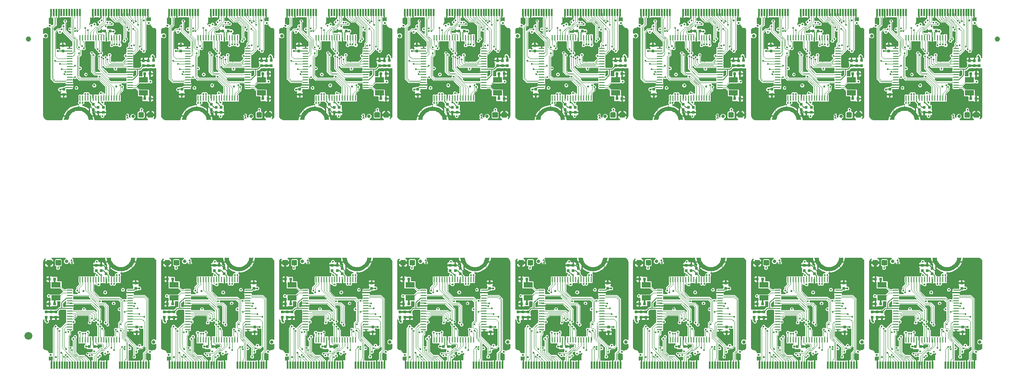
<source format=gtl>
G04 EAGLE Gerber RS-274X export*
G75*
%MOMM*%
%FSLAX34Y34*%
%LPD*%
%INTop Copper*%
%IPPOS*%
%AMOC8*
5,1,8,0,0,1.08239X$1,22.5*%
G01*
%ADD10C,0.127000*%
%ADD11R,1.800000X1.000000*%
%ADD12R,0.600000X0.600000*%
%ADD13C,0.635000*%
%ADD14C,0.300000*%
%ADD15R,0.350000X1.450000*%
%ADD16C,0.352400*%
%ADD17C,0.101600*%
%ADD18R,1.000000X0.220000*%
%ADD19R,0.220000X1.000000*%
%ADD20C,1.000000*%
%ADD21C,1.500000*%
%ADD22C,0.406400*%
%ADD23C,0.203200*%
%ADD24C,0.114300*%

G36*
X488218Y480539D02*
X488218Y480539D01*
X488270Y480537D01*
X488375Y480559D01*
X488481Y480573D01*
X488530Y480592D01*
X488581Y480603D01*
X488677Y480650D01*
X488777Y480690D01*
X488819Y480720D01*
X488866Y480744D01*
X488948Y480814D01*
X489034Y480876D01*
X489068Y480917D01*
X489108Y480951D01*
X489169Y481039D01*
X489237Y481121D01*
X489259Y481169D01*
X489290Y481212D01*
X489327Y481312D01*
X489373Y481409D01*
X489383Y481461D01*
X489401Y481510D01*
X489428Y481668D01*
X489557Y482884D01*
X490221Y486011D01*
X490616Y487231D01*
X493370Y487231D01*
X492647Y485077D01*
X492647Y485067D01*
X492638Y485042D01*
X491918Y481044D01*
X491922Y481005D01*
X491917Y480967D01*
X491930Y480937D01*
X491933Y480905D01*
X491958Y480875D01*
X491973Y480839D01*
X492000Y480821D01*
X492020Y480796D01*
X492057Y480783D01*
X492090Y480762D01*
X492145Y480754D01*
X492153Y480751D01*
X492156Y480752D01*
X492164Y480751D01*
X500164Y480751D01*
X500228Y480769D01*
X500298Y480790D01*
X500342Y480840D01*
X500390Y480895D01*
X500390Y480896D01*
X500411Y480967D01*
X500792Y483829D01*
X501611Y486578D01*
X502850Y489164D01*
X504479Y491525D01*
X506456Y493603D01*
X508734Y495345D01*
X511257Y496709D01*
X513962Y497662D01*
X516783Y498180D01*
X519664Y498251D01*
X522544Y498180D01*
X525365Y497662D01*
X528070Y496709D01*
X530593Y495345D01*
X532871Y493603D01*
X534849Y491525D01*
X536477Y489164D01*
X537716Y486578D01*
X538535Y483829D01*
X538917Y480967D01*
X538949Y480895D01*
X538973Y480839D01*
X539034Y480799D01*
X539090Y480762D01*
X539164Y480751D01*
X539959Y480751D01*
X539983Y480731D01*
X540091Y480680D01*
X540195Y480622D01*
X540234Y480612D01*
X540271Y480595D01*
X540387Y480573D01*
X540503Y480543D01*
X540563Y480539D01*
X540583Y480535D01*
X540603Y480537D01*
X540663Y480533D01*
X540664Y480533D01*
X540782Y480548D01*
X540901Y480555D01*
X540939Y480568D01*
X540979Y480573D01*
X541090Y480616D01*
X541203Y480653D01*
X541237Y480675D01*
X541275Y480690D01*
X541359Y480751D01*
X547164Y480751D01*
X547200Y480762D01*
X547239Y480762D01*
X547266Y480781D01*
X547298Y480790D01*
X547323Y480819D01*
X547355Y480840D01*
X547368Y480870D01*
X547390Y480895D01*
X547395Y480933D01*
X547411Y480968D01*
X547410Y481026D01*
X547411Y481033D01*
X547409Y481036D01*
X547409Y481042D01*
X546716Y485053D01*
X546712Y485062D01*
X546707Y485089D01*
X546002Y487231D01*
X548751Y487231D01*
X549139Y486008D01*
X549145Y485980D01*
X549785Y482867D01*
X549901Y481678D01*
X549914Y481622D01*
X549917Y481565D01*
X549949Y481468D01*
X549972Y481368D01*
X549998Y481317D01*
X550016Y481263D01*
X550070Y481176D01*
X550117Y481085D01*
X550155Y481042D01*
X550186Y480994D01*
X550260Y480924D01*
X550328Y480847D01*
X550375Y480815D01*
X550417Y480776D01*
X550507Y480727D01*
X550591Y480669D01*
X550646Y480650D01*
X550696Y480622D01*
X550795Y480597D01*
X550891Y480563D01*
X550948Y480557D01*
X551004Y480543D01*
X551164Y480533D01*
X609235Y480533D01*
X609373Y480550D01*
X609511Y480563D01*
X609530Y480570D01*
X609550Y480573D01*
X609679Y480624D01*
X609810Y480671D01*
X609827Y480682D01*
X609846Y480690D01*
X609958Y480771D01*
X610073Y480849D01*
X610087Y480865D01*
X610103Y480876D01*
X610192Y480984D01*
X610284Y481088D01*
X610293Y481106D01*
X610306Y481121D01*
X610365Y481247D01*
X610428Y481371D01*
X610433Y481391D01*
X610441Y481409D01*
X610468Y481546D01*
X610498Y481681D01*
X610497Y481702D01*
X610501Y481721D01*
X610493Y481860D01*
X610488Y481999D01*
X610483Y482019D01*
X610482Y482039D01*
X610439Y482171D01*
X610400Y482305D01*
X610390Y482322D01*
X610383Y482341D01*
X610309Y482459D01*
X610238Y482579D01*
X610220Y482600D01*
X610213Y482610D01*
X610198Y482624D01*
X610132Y482699D01*
X609221Y483610D01*
X609221Y485400D01*
X609879Y486057D01*
X609909Y486096D01*
X609945Y486129D01*
X610006Y486221D01*
X610074Y486308D01*
X610093Y486353D01*
X610120Y486394D01*
X610156Y486499D01*
X610200Y486600D01*
X610208Y486649D01*
X610224Y486695D01*
X610232Y486805D01*
X610250Y486914D01*
X610245Y486963D01*
X610249Y487012D01*
X610230Y487121D01*
X610220Y487231D01*
X610203Y487277D01*
X610195Y487326D01*
X610150Y487426D01*
X610112Y487530D01*
X610085Y487571D01*
X610065Y487616D01*
X609972Y487747D01*
X609136Y488793D01*
X609333Y490571D01*
X611647Y492423D01*
X611658Y492433D01*
X611752Y492517D01*
X612304Y493069D01*
X612313Y493070D01*
X612403Y493110D01*
X613194Y493022D01*
X613209Y493023D01*
X613335Y493015D01*
X614116Y493015D01*
X614123Y493010D01*
X614215Y492975D01*
X614713Y492352D01*
X614723Y492342D01*
X614806Y492248D01*
X615358Y491696D01*
X615360Y491687D01*
X615400Y491597D01*
X615312Y490805D01*
X615312Y490790D01*
X615312Y490779D01*
X615309Y490767D01*
X615310Y490755D01*
X615304Y490665D01*
X615304Y487689D01*
X615317Y487591D01*
X615320Y487492D01*
X615337Y487434D01*
X615344Y487374D01*
X615381Y487282D01*
X615408Y487186D01*
X615439Y487134D01*
X615461Y487078D01*
X615519Y486998D01*
X615570Y486913D01*
X615636Y486837D01*
X615648Y486821D01*
X615658Y486813D01*
X615676Y486792D01*
X616805Y485663D01*
X616914Y485578D01*
X617022Y485489D01*
X617040Y485480D01*
X617056Y485468D01*
X617184Y485413D01*
X617310Y485353D01*
X617330Y485350D01*
X617348Y485341D01*
X617486Y485320D01*
X617622Y485294D01*
X617642Y485295D01*
X617662Y485292D01*
X617801Y485305D01*
X617940Y485313D01*
X617959Y485320D01*
X617979Y485321D01*
X618110Y485369D01*
X618242Y485411D01*
X618259Y485422D01*
X618278Y485429D01*
X618393Y485507D01*
X618511Y485582D01*
X618525Y485596D01*
X618541Y485608D01*
X618633Y485712D01*
X618729Y485813D01*
X618738Y485831D01*
X618752Y485846D01*
X618815Y485970D01*
X618882Y486092D01*
X618887Y486111D01*
X618896Y486129D01*
X618927Y486265D01*
X618962Y486400D01*
X618963Y486428D01*
X618966Y486440D01*
X618965Y486460D01*
X618972Y486560D01*
X618972Y489627D01*
X621725Y492380D01*
X625618Y492380D01*
X628371Y489627D01*
X628371Y485733D01*
X625337Y482699D01*
X625252Y482590D01*
X625164Y482483D01*
X625155Y482464D01*
X625143Y482448D01*
X625087Y482320D01*
X625028Y482195D01*
X625024Y482175D01*
X625016Y482156D01*
X624994Y482018D01*
X624968Y481882D01*
X624970Y481862D01*
X624966Y481842D01*
X624979Y481703D01*
X624988Y481565D01*
X624994Y481546D01*
X624996Y481526D01*
X625043Y481394D01*
X625086Y481263D01*
X625097Y481245D01*
X625104Y481226D01*
X625182Y481111D01*
X625256Y480994D01*
X625271Y480980D01*
X625282Y480963D01*
X625387Y480871D01*
X625488Y480776D01*
X625506Y480766D01*
X625521Y480753D01*
X625645Y480689D01*
X625766Y480622D01*
X625786Y480617D01*
X625804Y480608D01*
X625940Y480578D01*
X626074Y480543D01*
X626102Y480541D01*
X626114Y480538D01*
X626135Y480539D01*
X626235Y480533D01*
X650970Y480533D01*
X651115Y480551D01*
X651259Y480566D01*
X651272Y480571D01*
X651285Y480573D01*
X651421Y480626D01*
X651558Y480677D01*
X651569Y480685D01*
X651581Y480690D01*
X651699Y480775D01*
X651819Y480858D01*
X651828Y480868D01*
X651839Y480876D01*
X651932Y480989D01*
X652027Y481099D01*
X652033Y481111D01*
X652041Y481121D01*
X652104Y481254D01*
X652168Y481384D01*
X652171Y481397D01*
X652177Y481409D01*
X652204Y481552D01*
X652235Y481695D01*
X652234Y481708D01*
X652237Y481721D01*
X652228Y481867D01*
X652222Y482013D01*
X652218Y482025D01*
X652217Y482039D01*
X652172Y482178D01*
X652130Y482317D01*
X652123Y482329D01*
X652119Y482341D01*
X652041Y482465D01*
X651966Y482589D01*
X651956Y482599D01*
X651949Y482610D01*
X651843Y482710D01*
X651739Y482812D01*
X651723Y482822D01*
X651717Y482828D01*
X651702Y482836D01*
X651605Y482901D01*
X650591Y483487D01*
X649838Y484239D01*
X649306Y485160D01*
X649031Y486188D01*
X649031Y487721D01*
X655341Y487721D01*
X655460Y487736D01*
X655578Y487743D01*
X655617Y487755D01*
X655657Y487761D01*
X655768Y487804D01*
X655881Y487841D01*
X655915Y487863D01*
X655953Y487878D01*
X656049Y487947D01*
X656150Y488011D01*
X656177Y488041D01*
X656210Y488064D01*
X656286Y488156D01*
X656367Y488243D01*
X656387Y488278D01*
X656413Y488309D01*
X656463Y488417D01*
X656521Y488521D01*
X656531Y488561D01*
X656548Y488597D01*
X656569Y488704D01*
X656572Y488674D01*
X656616Y488564D01*
X656653Y488451D01*
X656675Y488416D01*
X656689Y488379D01*
X656759Y488282D01*
X656823Y488182D01*
X656853Y488154D01*
X656876Y488121D01*
X656968Y488045D01*
X657055Y487964D01*
X657090Y487944D01*
X657121Y487919D01*
X657229Y487868D01*
X657333Y487810D01*
X657372Y487800D01*
X657409Y487783D01*
X657526Y487761D01*
X657641Y487731D01*
X657701Y487727D01*
X657721Y487723D01*
X657742Y487725D01*
X657802Y487721D01*
X664112Y487721D01*
X664112Y486188D01*
X663837Y485160D01*
X663293Y484219D01*
X663235Y484080D01*
X663175Y483941D01*
X663173Y483933D01*
X663170Y483926D01*
X663148Y483777D01*
X663124Y483628D01*
X663125Y483619D01*
X663124Y483611D01*
X663139Y483459D01*
X663153Y483311D01*
X663156Y483303D01*
X663157Y483295D01*
X663209Y483153D01*
X663260Y483011D01*
X663265Y483004D01*
X663267Y482997D01*
X663353Y482873D01*
X663438Y482748D01*
X663444Y482742D01*
X663449Y482735D01*
X663562Y482637D01*
X663676Y482537D01*
X663683Y482533D01*
X663689Y482527D01*
X663824Y482460D01*
X663959Y482391D01*
X663967Y482390D01*
X663974Y482386D01*
X664122Y482354D01*
X664269Y482321D01*
X664277Y482321D01*
X664285Y482319D01*
X664436Y482326D01*
X664587Y482330D01*
X664595Y482332D01*
X664603Y482332D01*
X664747Y482376D01*
X664892Y482417D01*
X664903Y482423D01*
X664908Y482424D01*
X664918Y482430D01*
X665036Y482490D01*
X665462Y482741D01*
X665527Y482791D01*
X665598Y482833D01*
X665653Y482888D01*
X665714Y482935D01*
X665764Y483000D01*
X665822Y483058D01*
X665906Y483181D01*
X665910Y483186D01*
X665910Y483188D01*
X665913Y483191D01*
X667682Y486199D01*
X667682Y486200D01*
X667683Y486201D01*
X667745Y486345D01*
X667807Y486491D01*
X667808Y486492D01*
X667808Y486494D01*
X667842Y486651D01*
X668106Y488383D01*
X668107Y488399D01*
X668111Y488413D01*
X668121Y488574D01*
X668121Y578521D01*
X668103Y578659D01*
X668090Y578797D01*
X668084Y578816D01*
X668081Y578836D01*
X668030Y578966D01*
X667983Y579096D01*
X667971Y579113D01*
X667964Y579132D01*
X667882Y579244D01*
X667804Y579360D01*
X667789Y579373D01*
X667777Y579389D01*
X667670Y579478D01*
X667566Y579570D01*
X667548Y579579D01*
X667532Y579592D01*
X667406Y579651D01*
X667282Y579715D01*
X667263Y579719D01*
X667244Y579728D01*
X667108Y579754D01*
X666972Y579784D01*
X666952Y579784D01*
X666932Y579787D01*
X666793Y579779D01*
X666654Y579775D01*
X666635Y579769D01*
X666615Y579768D01*
X666482Y579725D01*
X666349Y579686D01*
X666331Y579676D01*
X666312Y579670D01*
X666195Y579595D01*
X666171Y579581D01*
X658854Y579581D01*
X658736Y579699D01*
X658642Y579772D01*
X658553Y579851D01*
X658517Y579869D01*
X658485Y579894D01*
X658376Y579941D01*
X658270Y579996D01*
X658230Y580004D01*
X658193Y580020D01*
X658075Y580039D01*
X657959Y580065D01*
X657919Y580064D01*
X657879Y580070D01*
X657760Y580059D01*
X657641Y580056D01*
X657603Y580044D01*
X657562Y580041D01*
X657450Y580000D01*
X657336Y579967D01*
X657301Y579947D01*
X657263Y579933D01*
X657165Y579866D01*
X657062Y579806D01*
X657017Y579766D01*
X657000Y579754D01*
X656986Y579739D01*
X656941Y579699D01*
X656717Y579475D01*
X649454Y579475D01*
X649227Y579702D01*
X649133Y579775D01*
X649044Y579854D01*
X649008Y579872D01*
X648976Y579897D01*
X648867Y579944D01*
X648761Y579999D01*
X648721Y580007D01*
X648684Y580023D01*
X648566Y580042D01*
X648450Y580068D01*
X648410Y580067D01*
X648370Y580073D01*
X648251Y580062D01*
X648132Y580059D01*
X648094Y580047D01*
X648053Y580044D01*
X647941Y580003D01*
X647827Y579970D01*
X647792Y579950D01*
X647754Y579936D01*
X647656Y579869D01*
X647553Y579809D01*
X647508Y579769D01*
X647491Y579757D01*
X647477Y579742D01*
X647432Y579702D01*
X647205Y579475D01*
X643168Y579475D01*
X643070Y579463D01*
X642971Y579460D01*
X642912Y579443D01*
X642852Y579435D01*
X642760Y579399D01*
X642665Y579371D01*
X642613Y579341D01*
X642557Y579318D01*
X642476Y579260D01*
X642391Y579210D01*
X642316Y579144D01*
X642299Y579132D01*
X642291Y579122D01*
X642270Y579104D01*
X639986Y576819D01*
X638126Y574959D01*
X636262Y574959D01*
X636143Y574944D01*
X636025Y574937D01*
X635986Y574924D01*
X635946Y574919D01*
X635835Y574876D01*
X635722Y574839D01*
X635688Y574817D01*
X635650Y574802D01*
X635554Y574733D01*
X635453Y574669D01*
X635426Y574639D01*
X635393Y574616D01*
X635317Y574524D01*
X635236Y574437D01*
X635216Y574402D01*
X635190Y574371D01*
X635139Y574263D01*
X635082Y574159D01*
X635072Y574119D01*
X635055Y574083D01*
X635032Y573966D01*
X635003Y573851D01*
X634999Y573791D01*
X634995Y573771D01*
X634996Y573750D01*
X634992Y573690D01*
X634992Y565124D01*
X635007Y565006D01*
X635015Y564887D01*
X635027Y564849D01*
X635032Y564808D01*
X635076Y564698D01*
X635113Y564585D01*
X635134Y564550D01*
X635149Y564513D01*
X635219Y564417D01*
X635283Y564316D01*
X635312Y564288D01*
X635336Y564255D01*
X635428Y564179D01*
X635514Y564098D01*
X635550Y564078D01*
X635581Y564053D01*
X635689Y564002D01*
X635793Y563944D01*
X635832Y563934D01*
X635869Y563917D01*
X635986Y563895D01*
X636101Y563865D01*
X636161Y563861D01*
X636181Y563857D01*
X636201Y563859D01*
X636262Y563855D01*
X640310Y563855D01*
X640428Y563870D01*
X640547Y563877D01*
X640585Y563890D01*
X640625Y563895D01*
X640736Y563938D01*
X640849Y563975D01*
X640883Y563997D01*
X640921Y564012D01*
X641017Y564081D01*
X641118Y564145D01*
X641145Y564175D01*
X641178Y564198D01*
X641254Y564290D01*
X641336Y564377D01*
X641355Y564412D01*
X641381Y564443D01*
X641432Y564551D01*
X641489Y564655D01*
X641499Y564695D01*
X641517Y564731D01*
X641539Y564848D01*
X641569Y564963D01*
X641572Y565023D01*
X641576Y565043D01*
X641575Y565064D01*
X641579Y565124D01*
X641579Y572362D01*
X642472Y573255D01*
X649858Y573255D01*
X649954Y573206D01*
X649994Y573197D01*
X650031Y573181D01*
X650149Y573162D01*
X650265Y573136D01*
X650305Y573137D01*
X650345Y573131D01*
X650464Y573142D01*
X650582Y573146D01*
X650621Y573157D01*
X650662Y573161D01*
X650774Y573201D01*
X650888Y573234D01*
X650923Y573255D01*
X650961Y573268D01*
X651059Y573335D01*
X651162Y573396D01*
X651207Y573436D01*
X651224Y573447D01*
X651237Y573462D01*
X651283Y573502D01*
X651544Y573763D01*
X652123Y574098D01*
X652769Y574271D01*
X654604Y574271D01*
X654604Y568960D01*
X654619Y568842D01*
X654627Y568723D01*
X654629Y568716D01*
X654615Y568660D01*
X654611Y568600D01*
X654607Y568580D01*
X654608Y568560D01*
X654604Y568500D01*
X654604Y562987D01*
X654570Y562963D01*
X654469Y562899D01*
X654442Y562869D01*
X654409Y562846D01*
X654333Y562754D01*
X654252Y562667D01*
X654232Y562632D01*
X654206Y562601D01*
X654155Y562493D01*
X654098Y562389D01*
X654088Y562349D01*
X654071Y562313D01*
X654048Y562196D01*
X654019Y562081D01*
X654015Y562021D01*
X654011Y562001D01*
X654012Y561980D01*
X654008Y561920D01*
X654008Y558361D01*
X654026Y558222D01*
X654039Y558084D01*
X654046Y558065D01*
X654048Y558046D01*
X654100Y557916D01*
X654147Y557785D01*
X654158Y557768D01*
X654165Y557750D01*
X654247Y557637D01*
X654325Y557522D01*
X654340Y557509D01*
X654352Y557493D01*
X654460Y557404D01*
X654564Y557311D01*
X654582Y557302D01*
X654597Y557290D01*
X654723Y557230D01*
X654847Y557167D01*
X654867Y557163D01*
X654885Y557154D01*
X655022Y557128D01*
X655158Y557098D01*
X655178Y557098D01*
X655197Y557094D01*
X655336Y557103D01*
X655476Y557107D01*
X655495Y557113D01*
X655514Y557114D01*
X655529Y557119D01*
X658553Y557119D01*
X660478Y555193D01*
X660478Y552471D01*
X658553Y550545D01*
X655830Y550545D01*
X655240Y551135D01*
X655146Y551208D01*
X655057Y551287D01*
X655021Y551305D01*
X654989Y551330D01*
X654880Y551377D01*
X654774Y551432D01*
X654734Y551440D01*
X654697Y551457D01*
X654579Y551475D01*
X654463Y551501D01*
X654423Y551500D01*
X654383Y551506D01*
X654264Y551495D01*
X654145Y551492D01*
X654107Y551480D01*
X654066Y551477D01*
X653954Y551436D01*
X653840Y551403D01*
X653805Y551383D01*
X653767Y551369D01*
X653669Y551302D01*
X653566Y551242D01*
X653521Y551202D01*
X653504Y551190D01*
X653490Y551175D01*
X653445Y551135D01*
X653115Y550805D01*
X636549Y550805D01*
X636451Y550793D01*
X636352Y550790D01*
X636294Y550773D01*
X636234Y550765D01*
X636142Y550729D01*
X636047Y550701D01*
X635994Y550671D01*
X635938Y550648D01*
X635858Y550590D01*
X635773Y550540D01*
X635697Y550474D01*
X635681Y550462D01*
X635673Y550452D01*
X635652Y550434D01*
X632248Y547030D01*
X630946Y545727D01*
X630873Y545633D01*
X630794Y545544D01*
X630776Y545508D01*
X630751Y545476D01*
X630703Y545367D01*
X630649Y545261D01*
X630641Y545222D01*
X630625Y545184D01*
X630606Y545067D01*
X630580Y544951D01*
X630581Y544910D01*
X630575Y544870D01*
X630586Y544752D01*
X630589Y544633D01*
X630601Y544594D01*
X630604Y544554D01*
X630645Y544442D01*
X630678Y544327D01*
X630698Y544292D01*
X630712Y544254D01*
X630779Y544156D01*
X630839Y544053D01*
X630879Y544008D01*
X630891Y543991D01*
X630906Y543978D01*
X630946Y543932D01*
X631908Y542970D01*
X635652Y539226D01*
X635730Y539166D01*
X635802Y539098D01*
X635855Y539069D01*
X635903Y539032D01*
X635994Y538992D01*
X636081Y538944D01*
X636139Y538929D01*
X636195Y538905D01*
X636293Y538890D01*
X636389Y538865D01*
X636489Y538859D01*
X636509Y538855D01*
X636521Y538857D01*
X636549Y538855D01*
X653115Y538855D01*
X654008Y537962D01*
X654008Y528240D01*
X654023Y528122D01*
X654031Y528003D01*
X654043Y527965D01*
X654048Y527924D01*
X654092Y527814D01*
X654129Y527701D01*
X654150Y527666D01*
X654165Y527629D01*
X654235Y527533D01*
X654299Y527432D01*
X654328Y527404D01*
X654352Y527371D01*
X654444Y527295D01*
X654530Y527214D01*
X654566Y527194D01*
X654597Y527169D01*
X654604Y527165D01*
X654604Y521660D01*
X654619Y521542D01*
X654627Y521423D01*
X654629Y521416D01*
X654615Y521360D01*
X654611Y521300D01*
X654607Y521280D01*
X654608Y521260D01*
X654604Y521200D01*
X654604Y515889D01*
X652769Y515889D01*
X652123Y516062D01*
X651544Y516397D01*
X651283Y516658D01*
X651188Y516731D01*
X651099Y516810D01*
X651063Y516828D01*
X651031Y516853D01*
X650922Y516900D01*
X650816Y516954D01*
X650777Y516963D01*
X650740Y516979D01*
X650622Y516998D01*
X650506Y517024D01*
X650465Y517023D01*
X650425Y517029D01*
X650307Y517018D01*
X650188Y517014D01*
X650149Y517003D01*
X650109Y516999D01*
X649997Y516959D01*
X649882Y516926D01*
X649848Y516905D01*
X642472Y516905D01*
X641579Y517798D01*
X641579Y524536D01*
X641564Y524654D01*
X641557Y524773D01*
X641544Y524811D01*
X641539Y524852D01*
X641495Y524962D01*
X641459Y525075D01*
X641437Y525110D01*
X641422Y525147D01*
X641352Y525243D01*
X641288Y525344D01*
X641259Y525372D01*
X641235Y525405D01*
X641143Y525481D01*
X641057Y525562D01*
X641021Y525582D01*
X640990Y525607D01*
X640883Y525658D01*
X640778Y525716D01*
X640739Y525726D01*
X640702Y525743D01*
X640586Y525765D01*
X640470Y525795D01*
X640410Y525799D01*
X640390Y525803D01*
X640370Y525801D01*
X640310Y525805D01*
X633852Y525805D01*
X632959Y526698D01*
X632959Y535644D01*
X632946Y535742D01*
X632943Y535842D01*
X632927Y535900D01*
X632919Y535960D01*
X632883Y536052D01*
X632855Y536147D01*
X632824Y536199D01*
X632802Y536256D01*
X632744Y536336D01*
X632693Y536421D01*
X632627Y536496D01*
X632615Y536513D01*
X632606Y536521D01*
X632587Y536542D01*
X629033Y540096D01*
X628955Y540156D01*
X628883Y540224D01*
X628830Y540253D01*
X628782Y540290D01*
X628691Y540330D01*
X628604Y540378D01*
X628546Y540393D01*
X628490Y540417D01*
X628392Y540432D01*
X628297Y540457D01*
X628196Y540463D01*
X628176Y540467D01*
X628164Y540465D01*
X628136Y540467D01*
X624403Y540467D01*
X624305Y540455D01*
X624206Y540452D01*
X624147Y540435D01*
X624087Y540427D01*
X623995Y540391D01*
X623900Y540363D01*
X623848Y540333D01*
X623792Y540310D01*
X623712Y540252D01*
X623626Y540202D01*
X623551Y540136D01*
X623534Y540124D01*
X623527Y540114D01*
X623505Y540096D01*
X623285Y539875D01*
X612022Y539875D01*
X611129Y540768D01*
X611129Y544260D01*
X611152Y544286D01*
X611170Y544322D01*
X611195Y544354D01*
X611242Y544463D01*
X611296Y544569D01*
X611305Y544609D01*
X611321Y544646D01*
X611340Y544764D01*
X611366Y544879D01*
X611365Y544920D01*
X611371Y544960D01*
X611360Y545079D01*
X611356Y545197D01*
X611345Y545236D01*
X611341Y545276D01*
X611301Y545389D01*
X611268Y545503D01*
X611247Y545538D01*
X611234Y545576D01*
X611167Y545674D01*
X611129Y545738D01*
X611129Y549298D01*
X611114Y549416D01*
X611107Y549535D01*
X611094Y549573D01*
X611089Y549614D01*
X611045Y549724D01*
X611009Y549837D01*
X610987Y549872D01*
X610972Y549909D01*
X610902Y550005D01*
X610838Y550106D01*
X610809Y550134D01*
X610785Y550167D01*
X610693Y550243D01*
X610607Y550324D01*
X610571Y550344D01*
X610540Y550369D01*
X610433Y550420D01*
X610328Y550478D01*
X610289Y550488D01*
X610252Y550505D01*
X610136Y550527D01*
X610020Y550557D01*
X609960Y550561D01*
X609940Y550565D01*
X609920Y550563D01*
X609860Y550567D01*
X603199Y550567D01*
X603061Y550550D01*
X602922Y550537D01*
X602903Y550530D01*
X602883Y550527D01*
X602754Y550476D01*
X602623Y550429D01*
X602606Y550418D01*
X602587Y550410D01*
X602475Y550329D01*
X602360Y550251D01*
X602347Y550235D01*
X602330Y550224D01*
X602241Y550116D01*
X602149Y550012D01*
X602140Y549994D01*
X602127Y549979D01*
X602068Y549853D01*
X602005Y549729D01*
X602000Y549709D01*
X601992Y549691D01*
X601966Y549554D01*
X601935Y549419D01*
X601936Y549398D01*
X601932Y549379D01*
X601941Y549240D01*
X601945Y549101D01*
X601951Y549081D01*
X601952Y549061D01*
X601994Y548929D01*
X602033Y548795D01*
X602044Y548778D01*
X602050Y548759D01*
X602124Y548641D01*
X602195Y548521D01*
X602213Y548500D01*
X602220Y548490D01*
X602235Y548476D01*
X602301Y548401D01*
X602654Y548048D01*
X602655Y548038D01*
X602663Y547919D01*
X602675Y547881D01*
X602680Y547840D01*
X602724Y547730D01*
X602761Y547617D01*
X602782Y547582D01*
X602797Y547545D01*
X602867Y547449D01*
X602931Y547348D01*
X602960Y547320D01*
X602984Y547287D01*
X603076Y547211D01*
X603162Y547130D01*
X603198Y547110D01*
X603229Y547085D01*
X603337Y547034D01*
X603441Y546976D01*
X603480Y546966D01*
X603517Y546949D01*
X603634Y546927D01*
X603749Y546897D01*
X603809Y546893D01*
X603829Y546889D01*
X603849Y546891D01*
X603910Y546887D01*
X604515Y546887D01*
X606440Y544961D01*
X606440Y542239D01*
X605358Y541156D01*
X605297Y541078D01*
X605230Y541006D01*
X605200Y540953D01*
X605163Y540905D01*
X605124Y540814D01*
X605076Y540727D01*
X605061Y540669D01*
X605037Y540613D01*
X605021Y540515D01*
X604997Y540420D01*
X604990Y540319D01*
X604987Y540299D01*
X604988Y540287D01*
X604986Y540259D01*
X604986Y536558D01*
X600058Y531630D01*
X599997Y531551D01*
X599930Y531479D01*
X599900Y531426D01*
X599863Y531378D01*
X599824Y531288D01*
X599776Y531201D01*
X599761Y531142D01*
X599737Y531087D01*
X599721Y530989D01*
X599697Y530893D01*
X599690Y530793D01*
X599687Y530773D01*
X599688Y530760D01*
X599686Y530732D01*
X599686Y529249D01*
X599699Y529151D01*
X599702Y529052D01*
X599719Y528994D01*
X599726Y528934D01*
X599763Y528842D01*
X599790Y528747D01*
X599821Y528694D01*
X599843Y528638D01*
X599901Y528558D01*
X599952Y528473D01*
X600018Y528397D01*
X600030Y528381D01*
X600039Y528373D01*
X600058Y528352D01*
X600278Y528132D01*
X600278Y516868D01*
X599385Y515975D01*
X595893Y515975D01*
X595868Y515998D01*
X595832Y516016D01*
X595800Y516041D01*
X595690Y516089D01*
X595584Y516143D01*
X595545Y516151D01*
X595508Y516167D01*
X595390Y516186D01*
X595274Y516212D01*
X595234Y516211D01*
X595194Y516217D01*
X595075Y516206D01*
X594956Y516203D01*
X594918Y516191D01*
X594877Y516188D01*
X594765Y516147D01*
X594651Y516114D01*
X594616Y516094D01*
X594578Y516080D01*
X594479Y516013D01*
X594415Y515975D01*
X590893Y515975D01*
X590868Y515998D01*
X590832Y516016D01*
X590800Y516041D01*
X590691Y516088D01*
X590585Y516143D01*
X590545Y516151D01*
X590508Y516167D01*
X590391Y516186D01*
X590274Y516212D01*
X590234Y516211D01*
X590194Y516217D01*
X590076Y516206D01*
X589956Y516203D01*
X589918Y516191D01*
X589877Y516188D01*
X589765Y516147D01*
X589651Y516114D01*
X589616Y516094D01*
X589578Y516080D01*
X589480Y516013D01*
X589415Y515975D01*
X585893Y515975D01*
X585868Y515998D01*
X585832Y516016D01*
X585800Y516041D01*
X585690Y516089D01*
X585584Y516143D01*
X585545Y516151D01*
X585508Y516167D01*
X585390Y516186D01*
X585274Y516212D01*
X585234Y516211D01*
X585194Y516217D01*
X585075Y516206D01*
X584956Y516203D01*
X584918Y516191D01*
X584877Y516188D01*
X584765Y516147D01*
X584651Y516114D01*
X584616Y516094D01*
X584578Y516080D01*
X584479Y516013D01*
X584415Y515975D01*
X580893Y515975D01*
X580868Y515998D01*
X580832Y516016D01*
X580800Y516041D01*
X580691Y516088D01*
X580585Y516143D01*
X580545Y516151D01*
X580508Y516167D01*
X580391Y516186D01*
X580274Y516212D01*
X580234Y516211D01*
X580194Y516217D01*
X580076Y516206D01*
X579956Y516203D01*
X579918Y516191D01*
X579877Y516188D01*
X579765Y516147D01*
X579651Y516114D01*
X579616Y516094D01*
X579578Y516080D01*
X579480Y516013D01*
X579415Y515975D01*
X575893Y515975D01*
X575868Y515998D01*
X575832Y516016D01*
X575800Y516041D01*
X575690Y516089D01*
X575584Y516143D01*
X575545Y516151D01*
X575508Y516167D01*
X575390Y516186D01*
X575274Y516212D01*
X575234Y516211D01*
X575194Y516217D01*
X575075Y516206D01*
X574956Y516203D01*
X574918Y516191D01*
X574877Y516188D01*
X574765Y516147D01*
X574651Y516114D01*
X574616Y516094D01*
X574578Y516080D01*
X574479Y516013D01*
X574415Y515975D01*
X570883Y515975D01*
X570860Y515994D01*
X570842Y516003D01*
X570826Y516015D01*
X570698Y516070D01*
X570572Y516130D01*
X570553Y516133D01*
X570534Y516141D01*
X570396Y516163D01*
X570260Y516189D01*
X570240Y516188D01*
X570220Y516191D01*
X570082Y516178D01*
X569943Y516170D01*
X569923Y516163D01*
X569903Y516162D01*
X569772Y516115D01*
X569640Y516072D01*
X569623Y516061D01*
X569604Y516054D01*
X569489Y515976D01*
X569371Y515901D01*
X569358Y515887D01*
X569341Y515875D01*
X569249Y515771D01*
X569154Y515670D01*
X569144Y515652D01*
X569130Y515637D01*
X569067Y515513D01*
X569000Y515391D01*
X568995Y515372D01*
X568986Y515354D01*
X568955Y515218D01*
X568921Y515083D01*
X568919Y515055D01*
X568916Y515043D01*
X568917Y515023D01*
X568910Y514923D01*
X568910Y512619D01*
X568123Y511831D01*
X568038Y511722D01*
X567949Y511615D01*
X567941Y511596D01*
X567928Y511580D01*
X567873Y511452D01*
X567814Y511327D01*
X567810Y511307D01*
X567802Y511288D01*
X567780Y511150D01*
X567754Y511014D01*
X567755Y510994D01*
X567752Y510974D01*
X567765Y510835D01*
X567774Y510697D01*
X567780Y510678D01*
X567782Y510658D01*
X567829Y510526D01*
X567872Y510395D01*
X567883Y510377D01*
X567889Y510358D01*
X567968Y510243D01*
X568042Y510126D01*
X568057Y510112D01*
X568068Y510095D01*
X568172Y510003D01*
X568274Y509908D01*
X568291Y509898D01*
X568306Y509885D01*
X568430Y509822D01*
X568552Y509754D01*
X568572Y509749D01*
X568590Y509740D01*
X568726Y509710D01*
X568860Y509675D01*
X568888Y509673D01*
X568900Y509670D01*
X568921Y509671D01*
X569021Y509665D01*
X570483Y509665D01*
X571376Y508772D01*
X571376Y501385D01*
X571327Y501289D01*
X571319Y501250D01*
X571303Y501213D01*
X571284Y501095D01*
X571258Y500979D01*
X571259Y500939D01*
X571253Y500899D01*
X571264Y500780D01*
X571267Y500661D01*
X571279Y500622D01*
X571282Y500582D01*
X571323Y500470D01*
X571356Y500356D01*
X571376Y500321D01*
X571390Y500283D01*
X571457Y500184D01*
X571517Y500082D01*
X571557Y500037D01*
X571569Y500020D01*
X571584Y500006D01*
X571624Y499961D01*
X571885Y499700D01*
X572219Y499121D01*
X572392Y498474D01*
X572392Y496639D01*
X567082Y496639D01*
X566964Y496624D01*
X566845Y496617D01*
X566838Y496615D01*
X566782Y496629D01*
X566722Y496633D01*
X566702Y496637D01*
X566682Y496635D01*
X566621Y496639D01*
X560167Y496639D01*
X560142Y496641D01*
X560122Y496645D01*
X560102Y496643D01*
X560042Y496647D01*
X557548Y496647D01*
X557430Y496632D01*
X557311Y496625D01*
X557272Y496612D01*
X557232Y496607D01*
X557122Y496564D01*
X557008Y496527D01*
X556974Y496505D01*
X556937Y496490D01*
X556840Y496421D01*
X556740Y496357D01*
X556712Y496327D01*
X556679Y496304D01*
X556603Y496212D01*
X556522Y496125D01*
X556502Y496090D01*
X556476Y496059D01*
X556456Y496016D01*
X556380Y495960D01*
X556279Y495897D01*
X556252Y495867D01*
X556219Y495843D01*
X556143Y495752D01*
X556061Y495665D01*
X556042Y495630D01*
X556016Y495598D01*
X555965Y495490D01*
X555908Y495386D01*
X555898Y495347D01*
X555881Y495311D01*
X555858Y495194D01*
X555829Y495078D01*
X555825Y495018D01*
X555821Y494998D01*
X555822Y494978D01*
X555818Y494918D01*
X555818Y489607D01*
X553983Y489607D01*
X553337Y489780D01*
X552758Y490115D01*
X552284Y490588D01*
X551950Y491167D01*
X551777Y491814D01*
X551777Y494000D01*
X551762Y494118D01*
X551755Y494237D01*
X551742Y494275D01*
X551737Y494316D01*
X551693Y494426D01*
X551657Y494539D01*
X551635Y494574D01*
X551620Y494611D01*
X551550Y494707D01*
X551486Y494808D01*
X551457Y494836D01*
X551433Y494869D01*
X551341Y494945D01*
X551255Y495026D01*
X551219Y495046D01*
X551188Y495071D01*
X551081Y495122D01*
X550976Y495180D01*
X550937Y495190D01*
X550900Y495207D01*
X550784Y495229D01*
X550668Y495259D01*
X550608Y495263D01*
X550588Y495267D01*
X550568Y495265D01*
X550508Y495269D01*
X549185Y495269D01*
X549185Y500580D01*
X549170Y500698D01*
X549163Y500817D01*
X549150Y500855D01*
X549145Y500895D01*
X549101Y501006D01*
X549065Y501119D01*
X549043Y501153D01*
X549028Y501191D01*
X548958Y501287D01*
X548894Y501388D01*
X548865Y501416D01*
X548841Y501448D01*
X548749Y501524D01*
X548663Y501606D01*
X548627Y501625D01*
X548596Y501651D01*
X548489Y501702D01*
X548384Y501759D01*
X548345Y501769D01*
X548308Y501787D01*
X548192Y501809D01*
X548076Y501839D01*
X548016Y501843D01*
X547996Y501846D01*
X547976Y501845D01*
X547916Y501849D01*
X547456Y501849D01*
X547337Y501834D01*
X547219Y501827D01*
X547180Y501814D01*
X547140Y501809D01*
X547029Y501765D01*
X546916Y501729D01*
X546882Y501707D01*
X546844Y501692D01*
X546748Y501622D01*
X546647Y501559D01*
X546620Y501529D01*
X546587Y501505D01*
X546511Y501414D01*
X546429Y501327D01*
X546410Y501292D01*
X546384Y501260D01*
X546333Y501153D01*
X546276Y501048D01*
X546266Y501009D01*
X546249Y500973D01*
X546226Y500856D01*
X546197Y500740D01*
X546193Y500680D01*
X546189Y500660D01*
X546190Y500640D01*
X546186Y500580D01*
X546186Y494753D01*
X546166Y494731D01*
X546152Y494704D01*
X546132Y494681D01*
X546078Y494564D01*
X546017Y494450D01*
X546010Y494421D01*
X545997Y494393D01*
X545973Y494267D01*
X545942Y494141D01*
X545943Y494111D01*
X545937Y494081D01*
X545945Y493952D01*
X545947Y493823D01*
X545955Y493794D01*
X545957Y493763D01*
X545996Y493641D01*
X546030Y493516D01*
X546049Y493477D01*
X546055Y493461D01*
X546066Y493442D01*
X546101Y493372D01*
X546882Y492000D01*
X547859Y489769D01*
X545028Y489769D01*
X543593Y492626D01*
X543587Y492633D01*
X543575Y492657D01*
X541933Y494994D01*
X541933Y501183D01*
X541958Y501213D01*
X542003Y501313D01*
X542055Y501408D01*
X542068Y501457D01*
X542089Y501503D01*
X542107Y501611D01*
X542135Y501716D01*
X542140Y501795D01*
X542143Y501816D01*
X542142Y501833D01*
X542145Y501877D01*
X542145Y504144D01*
X542318Y504791D01*
X542652Y505370D01*
X542913Y505631D01*
X542986Y505725D01*
X543065Y505814D01*
X543084Y505850D01*
X543108Y505882D01*
X543156Y505992D01*
X543210Y506098D01*
X543219Y506137D01*
X543235Y506174D01*
X543253Y506292D01*
X543279Y506408D01*
X543278Y506448D01*
X543285Y506488D01*
X543273Y506607D01*
X543270Y506726D01*
X543258Y506765D01*
X543255Y506805D01*
X543214Y506917D01*
X543181Y507031D01*
X543161Y507066D01*
X543161Y511216D01*
X543148Y511314D01*
X543145Y511413D01*
X543129Y511471D01*
X543121Y511531D01*
X543085Y511623D01*
X543057Y511719D01*
X543026Y511771D01*
X543004Y511827D01*
X542946Y511907D01*
X542896Y511992D01*
X542829Y512068D01*
X542817Y512084D01*
X542808Y512092D01*
X542789Y512113D01*
X540101Y514802D01*
X540098Y514824D01*
X540091Y514943D01*
X540078Y514981D01*
X540073Y515022D01*
X540029Y515132D01*
X539993Y515245D01*
X539971Y515280D01*
X539956Y515317D01*
X539886Y515413D01*
X539822Y515514D01*
X539793Y515542D01*
X539769Y515575D01*
X539677Y515651D01*
X539591Y515732D01*
X539555Y515752D01*
X539524Y515777D01*
X539417Y515828D01*
X539312Y515886D01*
X539273Y515896D01*
X539236Y515913D01*
X539120Y515935D01*
X539004Y515965D01*
X538944Y515969D01*
X538924Y515973D01*
X538904Y515971D01*
X538844Y515975D01*
X535893Y515975D01*
X535868Y515998D01*
X535832Y516016D01*
X535800Y516041D01*
X535691Y516088D01*
X535585Y516143D01*
X535545Y516151D01*
X535508Y516167D01*
X535391Y516186D01*
X535274Y516212D01*
X535234Y516211D01*
X535194Y516217D01*
X535076Y516206D01*
X534956Y516203D01*
X534918Y516191D01*
X534877Y516188D01*
X534765Y516147D01*
X534651Y516114D01*
X534616Y516094D01*
X534578Y516080D01*
X534480Y516013D01*
X534415Y515975D01*
X532110Y515975D01*
X531991Y515960D01*
X531873Y515953D01*
X531834Y515940D01*
X531794Y515935D01*
X531683Y515892D01*
X531570Y515855D01*
X531536Y515833D01*
X531498Y515818D01*
X531402Y515749D01*
X531301Y515685D01*
X531274Y515655D01*
X531241Y515632D01*
X531165Y515540D01*
X531084Y515453D01*
X531064Y515418D01*
X531038Y515387D01*
X530987Y515279D01*
X530930Y515175D01*
X530920Y515135D01*
X530903Y515099D01*
X530880Y514982D01*
X530851Y514867D01*
X530847Y514807D01*
X530843Y514787D01*
X530844Y514766D01*
X530840Y514706D01*
X530840Y512239D01*
X528915Y510313D01*
X527692Y510313D01*
X527667Y510310D01*
X527643Y510312D01*
X527510Y510290D01*
X527376Y510273D01*
X527353Y510264D01*
X527329Y510260D01*
X527206Y510206D01*
X527080Y510156D01*
X527061Y510142D01*
X527038Y510132D01*
X526932Y510049D01*
X526823Y509970D01*
X526807Y509950D01*
X526788Y509935D01*
X526706Y509828D01*
X526620Y509725D01*
X526610Y509702D01*
X526595Y509683D01*
X526542Y509558D01*
X526485Y509437D01*
X526480Y509413D01*
X526470Y509390D01*
X526450Y509256D01*
X526425Y509125D01*
X526427Y509100D01*
X526423Y509075D01*
X526436Y508941D01*
X526445Y508807D01*
X526452Y508784D01*
X526455Y508759D01*
X526501Y508632D01*
X526543Y508505D01*
X526556Y508484D01*
X526565Y508460D01*
X526641Y508350D01*
X526713Y508236D01*
X526731Y508219D01*
X526745Y508199D01*
X526846Y508110D01*
X526945Y508018D01*
X526966Y508006D01*
X526985Y507990D01*
X527105Y507929D01*
X527223Y507864D01*
X527247Y507858D01*
X527269Y507847D01*
X527424Y507803D01*
X527595Y507766D01*
X529662Y507087D01*
X530641Y506765D01*
X533144Y505639D01*
X533565Y505450D01*
X535764Y504168D01*
X536335Y503836D01*
X538517Y502235D01*
X538920Y501940D01*
X539394Y501508D01*
X539394Y497931D01*
X538409Y498968D01*
X538401Y498973D01*
X538382Y498993D01*
X535178Y501502D01*
X535168Y501506D01*
X535147Y501522D01*
X531609Y503535D01*
X531600Y503537D01*
X531576Y503551D01*
X527782Y505023D01*
X527772Y505024D01*
X527747Y505034D01*
X523777Y505934D01*
X523767Y505933D01*
X523741Y505940D01*
X519683Y506249D01*
X519673Y506246D01*
X519643Y506248D01*
X515595Y505912D01*
X515585Y505908D01*
X515559Y505906D01*
X511602Y504986D01*
X511594Y504981D01*
X511568Y504975D01*
X507786Y503491D01*
X507778Y503485D01*
X507753Y503475D01*
X504227Y501458D01*
X504220Y501451D01*
X504197Y501438D01*
X501001Y498931D01*
X500995Y498923D01*
X500974Y498907D01*
X498174Y495963D01*
X498170Y495954D01*
X498151Y495935D01*
X495809Y492616D01*
X495805Y492607D01*
X495790Y492585D01*
X494362Y489769D01*
X491524Y489769D01*
X492502Y491975D01*
X494094Y494748D01*
X495964Y497340D01*
X498094Y499725D01*
X500460Y501875D01*
X503036Y503769D01*
X505795Y505385D01*
X508706Y506706D01*
X511739Y507718D01*
X514860Y508410D01*
X518037Y508774D01*
X519127Y508785D01*
X519175Y508792D01*
X519547Y508791D01*
X519686Y508808D01*
X519827Y508821D01*
X519844Y508828D01*
X519863Y508830D01*
X519993Y508881D01*
X520126Y508929D01*
X520141Y508940D01*
X520159Y508946D01*
X520272Y509028D01*
X520389Y509108D01*
X520401Y509122D01*
X520416Y509133D01*
X520506Y509241D01*
X520599Y509346D01*
X520608Y509363D01*
X520620Y509377D01*
X520680Y509503D01*
X520744Y509629D01*
X520748Y509648D01*
X520756Y509664D01*
X520783Y509803D01*
X520814Y509940D01*
X520813Y509958D01*
X520817Y509977D01*
X520808Y510117D01*
X520804Y510257D01*
X520799Y510275D01*
X520798Y510294D01*
X520755Y510428D01*
X520716Y510563D01*
X520706Y510579D01*
X520700Y510597D01*
X520626Y510716D01*
X520554Y510837D01*
X520537Y510856D01*
X520531Y510866D01*
X520517Y510880D01*
X520448Y510958D01*
X519267Y512139D01*
X519267Y514861D01*
X519754Y515348D01*
X519827Y515443D01*
X519906Y515532D01*
X519924Y515568D01*
X519949Y515600D01*
X519996Y515709D01*
X520050Y515815D01*
X520059Y515854D01*
X520075Y515892D01*
X520094Y516009D01*
X520120Y516125D01*
X520119Y516166D01*
X520125Y516206D01*
X520114Y516324D01*
X520110Y516443D01*
X520099Y516482D01*
X520095Y516522D01*
X520055Y516634D01*
X520029Y516724D01*
X520029Y528132D01*
X520922Y529025D01*
X524414Y529025D01*
X524439Y529002D01*
X524475Y528984D01*
X524507Y528959D01*
X524617Y528911D01*
X524723Y528857D01*
X524762Y528849D01*
X524799Y528833D01*
X524917Y528814D01*
X525033Y528788D01*
X525073Y528789D01*
X525113Y528783D01*
X525232Y528794D01*
X525351Y528797D01*
X525390Y528809D01*
X525430Y528812D01*
X525542Y528853D01*
X525656Y528886D01*
X525691Y528906D01*
X525729Y528920D01*
X525828Y528987D01*
X525892Y529025D01*
X527998Y529025D01*
X528116Y529040D01*
X528235Y529047D01*
X528273Y529060D01*
X528313Y529065D01*
X528424Y529108D01*
X528537Y529145D01*
X528571Y529167D01*
X528609Y529182D01*
X528705Y529251D01*
X528806Y529315D01*
X528833Y529345D01*
X528866Y529368D01*
X528942Y529460D01*
X529024Y529547D01*
X529043Y529582D01*
X529069Y529613D01*
X529120Y529721D01*
X529177Y529825D01*
X529187Y529865D01*
X529205Y529901D01*
X529227Y530018D01*
X529257Y530133D01*
X529260Y530193D01*
X529264Y530213D01*
X529263Y530234D01*
X529267Y530294D01*
X529267Y531861D01*
X531192Y533787D01*
X533915Y533787D01*
X534206Y533496D01*
X534300Y533423D01*
X534389Y533344D01*
X534425Y533326D01*
X534457Y533301D01*
X534567Y533253D01*
X534673Y533199D01*
X534712Y533190D01*
X534749Y533174D01*
X534867Y533156D01*
X534983Y533130D01*
X535023Y533131D01*
X535063Y533125D01*
X535182Y533136D01*
X535301Y533139D01*
X535340Y533151D01*
X535380Y533154D01*
X535492Y533195D01*
X535606Y533228D01*
X535641Y533248D01*
X535679Y533262D01*
X535778Y533329D01*
X535880Y533389D01*
X535926Y533429D01*
X535942Y533441D01*
X535956Y533456D01*
X536001Y533496D01*
X536292Y533787D01*
X539015Y533787D01*
X540940Y531861D01*
X540940Y530294D01*
X540955Y530176D01*
X540963Y530057D01*
X540975Y530019D01*
X540980Y529978D01*
X541024Y529868D01*
X541061Y529755D01*
X541082Y529720D01*
X541097Y529683D01*
X541167Y529587D01*
X541231Y529486D01*
X541260Y529458D01*
X541284Y529425D01*
X541376Y529349D01*
X541462Y529268D01*
X541498Y529248D01*
X541529Y529223D01*
X541637Y529172D01*
X541741Y529114D01*
X541780Y529104D01*
X541817Y529087D01*
X541934Y529065D01*
X542049Y529035D01*
X542109Y529031D01*
X542129Y529027D01*
X542149Y529029D01*
X542210Y529025D01*
X543959Y529025D01*
X544058Y529037D01*
X544157Y529040D01*
X544215Y529057D01*
X544275Y529065D01*
X544367Y529101D01*
X544462Y529129D01*
X544514Y529159D01*
X544571Y529182D01*
X544651Y529240D01*
X544736Y529290D01*
X544812Y529356D01*
X544828Y529368D01*
X544836Y529378D01*
X544857Y529396D01*
X544994Y529533D01*
X545573Y529868D01*
X546219Y530041D01*
X546384Y530041D01*
X546384Y522500D01*
X546399Y522382D01*
X546406Y522263D01*
X546419Y522225D01*
X546424Y522185D01*
X546468Y522074D01*
X546505Y521961D01*
X546526Y521927D01*
X546541Y521889D01*
X546611Y521793D01*
X546675Y521692D01*
X546704Y521664D01*
X546728Y521632D01*
X546820Y521556D01*
X546906Y521474D01*
X546942Y521455D01*
X546973Y521429D01*
X547081Y521378D01*
X547185Y521321D01*
X547224Y521311D01*
X547261Y521293D01*
X547377Y521271D01*
X547493Y521241D01*
X547553Y521237D01*
X547573Y521234D01*
X547593Y521235D01*
X547653Y521231D01*
X547654Y521231D01*
X547772Y521246D01*
X547891Y521253D01*
X547929Y521266D01*
X547969Y521271D01*
X548080Y521315D01*
X548193Y521351D01*
X548227Y521373D01*
X548265Y521388D01*
X548361Y521458D01*
X548462Y521522D01*
X548490Y521551D01*
X548522Y521575D01*
X548598Y521667D01*
X548680Y521753D01*
X548699Y521789D01*
X548725Y521820D01*
X548776Y521927D01*
X548833Y522032D01*
X548843Y522071D01*
X548861Y522107D01*
X548883Y522224D01*
X548913Y522340D01*
X548917Y522400D01*
X548920Y522420D01*
X548919Y522440D01*
X548923Y522500D01*
X548923Y530041D01*
X549088Y530041D01*
X549734Y529868D01*
X550314Y529533D01*
X550450Y529397D01*
X550528Y529336D01*
X550601Y529268D01*
X550654Y529239D01*
X550701Y529202D01*
X550792Y529162D01*
X550879Y529114D01*
X550938Y529099D01*
X550993Y529075D01*
X551091Y529060D01*
X551187Y529035D01*
X551287Y529029D01*
X551307Y529025D01*
X551319Y529027D01*
X551348Y529025D01*
X554414Y529025D01*
X554439Y529002D01*
X554475Y528984D01*
X554507Y528959D01*
X554616Y528912D01*
X554723Y528857D01*
X554762Y528849D01*
X554799Y528833D01*
X554917Y528814D01*
X555033Y528788D01*
X555073Y528789D01*
X555113Y528783D01*
X555232Y528794D01*
X555351Y528797D01*
X555390Y528809D01*
X555430Y528812D01*
X555542Y528853D01*
X555656Y528886D01*
X555691Y528906D01*
X555729Y528920D01*
X555828Y528987D01*
X555892Y529025D01*
X557648Y529025D01*
X557766Y529040D01*
X557885Y529047D01*
X557923Y529060D01*
X557963Y529065D01*
X558074Y529108D01*
X558187Y529145D01*
X558221Y529167D01*
X558259Y529182D01*
X558355Y529251D01*
X558456Y529315D01*
X558483Y529345D01*
X558516Y529368D01*
X558592Y529460D01*
X558674Y529547D01*
X558693Y529582D01*
X558719Y529613D01*
X558770Y529721D01*
X558827Y529825D01*
X558837Y529865D01*
X558855Y529901D01*
X558877Y530018D01*
X558907Y530133D01*
X558910Y530193D01*
X558914Y530213D01*
X558913Y530234D01*
X558917Y530294D01*
X558917Y532983D01*
X560842Y534909D01*
X563565Y534909D01*
X564447Y534026D01*
X564526Y533966D01*
X564598Y533898D01*
X564651Y533869D01*
X564699Y533832D01*
X564790Y533792D01*
X564876Y533744D01*
X564935Y533729D01*
X564990Y533705D01*
X565088Y533690D01*
X565184Y533665D01*
X565284Y533659D01*
X565304Y533655D01*
X565317Y533657D01*
X565345Y533655D01*
X566346Y533655D01*
X568454Y531546D01*
X568564Y531461D01*
X568671Y531372D01*
X568689Y531364D01*
X568705Y531351D01*
X568833Y531296D01*
X568959Y531237D01*
X568979Y531233D01*
X568997Y531225D01*
X569135Y531203D01*
X569271Y531177D01*
X569291Y531178D01*
X569311Y531175D01*
X569450Y531188D01*
X569589Y531197D01*
X569608Y531203D01*
X569628Y531205D01*
X569759Y531252D01*
X569891Y531295D01*
X569908Y531306D01*
X569927Y531312D01*
X570042Y531390D01*
X570160Y531465D01*
X570174Y531480D01*
X570190Y531491D01*
X570282Y531595D01*
X570378Y531697D01*
X570387Y531714D01*
X570401Y531729D01*
X570464Y531854D01*
X570531Y531975D01*
X570536Y531995D01*
X570545Y532013D01*
X570576Y532149D01*
X570611Y532283D01*
X570612Y532311D01*
X570615Y532323D01*
X570614Y532343D01*
X570621Y532444D01*
X570621Y544032D01*
X570608Y544130D01*
X570605Y544229D01*
X570589Y544288D01*
X570581Y544348D01*
X570545Y544440D01*
X570517Y544535D01*
X570486Y544587D01*
X570464Y544643D01*
X570406Y544724D01*
X570356Y544809D01*
X570289Y544884D01*
X570277Y544901D01*
X570268Y544909D01*
X570249Y544930D01*
X560183Y554996D01*
X560105Y555056D01*
X560033Y555124D01*
X559980Y555153D01*
X559932Y555190D01*
X559841Y555230D01*
X559754Y555278D01*
X559696Y555293D01*
X559640Y555317D01*
X559542Y555332D01*
X559447Y555357D01*
X559347Y555363D01*
X559326Y555367D01*
X559314Y555365D01*
X559286Y555367D01*
X521612Y555367D01*
X520049Y556930D01*
X517088Y559891D01*
X516994Y559964D01*
X516905Y560043D01*
X516869Y560061D01*
X516837Y560086D01*
X516727Y560133D01*
X516621Y560187D01*
X516582Y560196D01*
X516545Y560212D01*
X516427Y560231D01*
X516311Y560257D01*
X516271Y560256D01*
X516231Y560262D01*
X516112Y560251D01*
X515993Y560247D01*
X515954Y560236D01*
X515914Y560232D01*
X515802Y560192D01*
X515688Y560159D01*
X515653Y560138D01*
X515615Y560125D01*
X515516Y560058D01*
X515414Y559997D01*
X515368Y559958D01*
X515352Y559946D01*
X515338Y559931D01*
X515293Y559891D01*
X514615Y559213D01*
X511892Y559213D01*
X511345Y559760D01*
X511236Y559845D01*
X511128Y559934D01*
X511110Y559943D01*
X511094Y559955D01*
X510966Y560011D01*
X510840Y560070D01*
X510821Y560074D01*
X510802Y560082D01*
X510664Y560104D01*
X510528Y560130D01*
X510508Y560128D01*
X510488Y560132D01*
X510349Y560118D01*
X510211Y560110D01*
X510191Y560104D01*
X510171Y560102D01*
X510040Y560055D01*
X509908Y560012D01*
X509891Y560001D01*
X509872Y559994D01*
X509757Y559916D01*
X509639Y559842D01*
X509626Y559827D01*
X509609Y559816D01*
X509517Y559711D01*
X509422Y559610D01*
X509412Y559592D01*
X509398Y559577D01*
X509335Y559453D01*
X509268Y559332D01*
X509263Y559312D01*
X509254Y559294D01*
X509223Y559158D01*
X509189Y559024D01*
X509187Y558996D01*
X509184Y558984D01*
X509185Y558963D01*
X509178Y558863D01*
X509178Y555740D01*
X509156Y555714D01*
X509137Y555678D01*
X509113Y555646D01*
X509065Y555537D01*
X509011Y555431D01*
X509002Y555392D01*
X508986Y555354D01*
X508967Y555237D01*
X508941Y555121D01*
X508943Y555080D01*
X508936Y555040D01*
X508947Y554922D01*
X508951Y554803D01*
X508962Y554764D01*
X508966Y554724D01*
X509006Y554612D01*
X509039Y554497D01*
X509060Y554463D01*
X509074Y554424D01*
X509140Y554326D01*
X509178Y554262D01*
X509178Y551194D01*
X509191Y551096D01*
X509194Y550997D01*
X509211Y550939D01*
X509218Y550879D01*
X509255Y550787D01*
X509282Y550691D01*
X509313Y550639D01*
X509335Y550583D01*
X509393Y550503D01*
X509444Y550417D01*
X509510Y550342D01*
X509522Y550326D01*
X509531Y550318D01*
X509550Y550297D01*
X509687Y550160D01*
X510021Y549581D01*
X510194Y548934D01*
X510194Y548769D01*
X502654Y548769D01*
X502653Y548769D01*
X495113Y548769D01*
X495113Y548934D01*
X495286Y549581D01*
X495371Y549728D01*
X495414Y549831D01*
X495465Y549931D01*
X495476Y549977D01*
X495494Y550021D01*
X495511Y550132D01*
X495535Y550242D01*
X495534Y550289D01*
X495541Y550335D01*
X495529Y550447D01*
X495525Y550559D01*
X495512Y550605D01*
X495507Y550652D01*
X495468Y550757D01*
X495437Y550865D01*
X495413Y550906D01*
X495397Y550950D01*
X495333Y551042D01*
X495276Y551139D01*
X495228Y551193D01*
X495215Y551211D01*
X495202Y551223D01*
X495169Y551260D01*
X495063Y551366D01*
X494985Y551426D01*
X494913Y551494D01*
X494860Y551523D01*
X494812Y551560D01*
X494721Y551600D01*
X494634Y551648D01*
X494576Y551663D01*
X494520Y551687D01*
X494422Y551702D01*
X494327Y551727D01*
X494227Y551733D01*
X494206Y551737D01*
X494194Y551735D01*
X494166Y551737D01*
X473472Y551737D01*
X466575Y558634D01*
X466575Y655574D01*
X466560Y655692D01*
X466553Y655811D01*
X466540Y655849D01*
X466535Y655890D01*
X466491Y656000D01*
X466455Y656113D01*
X466433Y656148D01*
X466418Y656185D01*
X466348Y656281D01*
X466284Y656382D01*
X466255Y656410D01*
X466231Y656443D01*
X466139Y656519D01*
X466053Y656600D01*
X466017Y656620D01*
X465986Y656645D01*
X465879Y656696D01*
X465774Y656754D01*
X465735Y656764D01*
X465698Y656781D01*
X465582Y656803D01*
X465466Y656833D01*
X465406Y656837D01*
X465386Y656841D01*
X465366Y656839D01*
X465306Y656843D01*
X462940Y656843D01*
X461930Y657853D01*
X461821Y657938D01*
X461715Y658026D01*
X461696Y658035D01*
X461679Y658048D01*
X461552Y658103D01*
X461428Y658162D01*
X461407Y658166D01*
X461387Y658175D01*
X461251Y658196D01*
X461116Y658222D01*
X461094Y658221D01*
X461073Y658224D01*
X460935Y658212D01*
X460798Y658203D01*
X460778Y658197D01*
X460756Y658195D01*
X460626Y658148D01*
X460496Y658106D01*
X460469Y658091D01*
X460457Y658087D01*
X460440Y658075D01*
X460354Y658029D01*
X458092Y656598D01*
X457580Y656562D01*
X457509Y656548D01*
X457436Y656544D01*
X457353Y656517D01*
X457268Y656500D01*
X457262Y656498D01*
X456279Y656470D01*
X456264Y656468D01*
X456227Y656467D01*
X456124Y656460D01*
X456103Y656456D01*
X456018Y656448D01*
X455336Y656342D01*
X455194Y656301D01*
X455031Y656254D01*
X455030Y656254D01*
X454886Y656181D01*
X453650Y655452D01*
X453586Y655403D01*
X453517Y655362D01*
X453461Y655306D01*
X453398Y655257D01*
X453349Y655194D01*
X453292Y655137D01*
X453205Y655009D01*
X453203Y655006D01*
X453203Y655005D01*
X453202Y655004D01*
X452472Y653767D01*
X452390Y653577D01*
X452381Y653555D01*
X452375Y653544D01*
X452375Y653542D01*
X452346Y653475D01*
X452311Y653317D01*
X452201Y652611D01*
X452201Y652593D01*
X452197Y652576D01*
X452186Y652416D01*
X452186Y646199D01*
X452204Y646061D01*
X452217Y645923D01*
X452224Y645904D01*
X452226Y645884D01*
X452277Y645755D01*
X452324Y645624D01*
X452336Y645607D01*
X452343Y645588D01*
X452425Y645476D01*
X452503Y645361D01*
X452518Y645347D01*
X452530Y645331D01*
X452637Y645242D01*
X452741Y645150D01*
X452759Y645141D01*
X452775Y645128D01*
X452901Y645069D01*
X453025Y645006D01*
X453044Y645001D01*
X453063Y644992D01*
X453199Y644966D01*
X453335Y644936D01*
X453355Y644937D01*
X453375Y644933D01*
X453513Y644941D01*
X453653Y644946D01*
X453672Y644951D01*
X453692Y644952D01*
X453824Y644995D01*
X453958Y645034D01*
X453976Y645044D01*
X453995Y645050D01*
X454112Y645125D01*
X454232Y645196D01*
X454253Y645214D01*
X454264Y645221D01*
X454278Y645236D01*
X454353Y645302D01*
X455101Y646050D01*
X458994Y646050D01*
X461747Y643297D01*
X461747Y639403D01*
X458994Y636650D01*
X455101Y636650D01*
X454353Y637398D01*
X454244Y637483D01*
X454136Y637572D01*
X454118Y637581D01*
X454102Y637593D01*
X453974Y637648D01*
X453848Y637708D01*
X453829Y637711D01*
X453810Y637719D01*
X453672Y637741D01*
X453536Y637767D01*
X453516Y637766D01*
X453496Y637769D01*
X453357Y637756D01*
X453219Y637748D01*
X453199Y637741D01*
X453179Y637739D01*
X453048Y637692D01*
X452916Y637650D01*
X452899Y637639D01*
X452880Y637632D01*
X452765Y637554D01*
X452647Y637479D01*
X452634Y637465D01*
X452617Y637453D01*
X452525Y637349D01*
X452430Y637248D01*
X452420Y637230D01*
X452406Y637215D01*
X452343Y637091D01*
X452276Y636969D01*
X452271Y636950D01*
X452262Y636932D01*
X452231Y636796D01*
X452197Y636661D01*
X452195Y636633D01*
X452192Y636621D01*
X452193Y636601D01*
X452186Y636501D01*
X452186Y488574D01*
X452188Y488559D01*
X452187Y488543D01*
X452201Y488383D01*
X452465Y486651D01*
X452465Y486649D01*
X452465Y486648D01*
X452509Y486495D01*
X452552Y486345D01*
X452552Y486344D01*
X452553Y486342D01*
X452626Y486199D01*
X454394Y483191D01*
X454445Y483126D01*
X454486Y483056D01*
X454541Y483001D01*
X454589Y482940D01*
X454653Y482889D01*
X454712Y482831D01*
X454835Y482748D01*
X454840Y482744D01*
X454842Y482743D01*
X454845Y482741D01*
X457852Y480972D01*
X457853Y480971D01*
X457855Y480970D01*
X458004Y480907D01*
X458144Y480846D01*
X458146Y480846D01*
X458147Y480845D01*
X458304Y480811D01*
X460037Y480547D01*
X460052Y480547D01*
X460067Y480543D01*
X460228Y480533D01*
X488166Y480533D01*
X488218Y480539D01*
G37*
G36*
X1388546Y480539D02*
X1388546Y480539D01*
X1388599Y480537D01*
X1388703Y480559D01*
X1388810Y480573D01*
X1388858Y480592D01*
X1388910Y480603D01*
X1389006Y480650D01*
X1389105Y480690D01*
X1389148Y480720D01*
X1389195Y480744D01*
X1389276Y480814D01*
X1389363Y480876D01*
X1389396Y480917D01*
X1389436Y480951D01*
X1389497Y481039D01*
X1389566Y481121D01*
X1389588Y481169D01*
X1389618Y481212D01*
X1389656Y481312D01*
X1389701Y481409D01*
X1389711Y481461D01*
X1389729Y481510D01*
X1389756Y481668D01*
X1389885Y482884D01*
X1390549Y486011D01*
X1390944Y487231D01*
X1393698Y487231D01*
X1392976Y485077D01*
X1392975Y485067D01*
X1392967Y485042D01*
X1392247Y481044D01*
X1392251Y481005D01*
X1392245Y480967D01*
X1392258Y480937D01*
X1392262Y480905D01*
X1392286Y480875D01*
X1392302Y480839D01*
X1392329Y480821D01*
X1392349Y480796D01*
X1392386Y480783D01*
X1392419Y480762D01*
X1392474Y480754D01*
X1392481Y480751D01*
X1392485Y480752D01*
X1392492Y480751D01*
X1400492Y480751D01*
X1400493Y480751D01*
X1400556Y480769D01*
X1400626Y480790D01*
X1400627Y480790D01*
X1400670Y480840D01*
X1400718Y480895D01*
X1400718Y480896D01*
X1400739Y480967D01*
X1401121Y483829D01*
X1401940Y486578D01*
X1403179Y489164D01*
X1404807Y491525D01*
X1406785Y493603D01*
X1409063Y495345D01*
X1411586Y496709D01*
X1414291Y497662D01*
X1417111Y498180D01*
X1419992Y498251D01*
X1422873Y498180D01*
X1425693Y497662D01*
X1428399Y496709D01*
X1430921Y495345D01*
X1433199Y493603D01*
X1435177Y491525D01*
X1436805Y489164D01*
X1438044Y486578D01*
X1438863Y483829D01*
X1439245Y480967D01*
X1439277Y480895D01*
X1439302Y480839D01*
X1439362Y480799D01*
X1439418Y480762D01*
X1439419Y480762D01*
X1439492Y480751D01*
X1440287Y480751D01*
X1440311Y480731D01*
X1440419Y480680D01*
X1440523Y480622D01*
X1440562Y480612D01*
X1440599Y480595D01*
X1440716Y480573D01*
X1440831Y480543D01*
X1440891Y480539D01*
X1440911Y480535D01*
X1440912Y480535D01*
X1440932Y480537D01*
X1440992Y480533D01*
X1441110Y480548D01*
X1441229Y480555D01*
X1441267Y480568D01*
X1441308Y480573D01*
X1441418Y480616D01*
X1441532Y480653D01*
X1441566Y480675D01*
X1441603Y480690D01*
X1441688Y480751D01*
X1447492Y480751D01*
X1447529Y480762D01*
X1447567Y480762D01*
X1447594Y480781D01*
X1447626Y480790D01*
X1447651Y480819D01*
X1447683Y480840D01*
X1447696Y480870D01*
X1447718Y480895D01*
X1447724Y480933D01*
X1447739Y480968D01*
X1447738Y481026D01*
X1447739Y481033D01*
X1447738Y481036D01*
X1447738Y481042D01*
X1447044Y485053D01*
X1447040Y485062D01*
X1447036Y485089D01*
X1446330Y487231D01*
X1449079Y487231D01*
X1449468Y486008D01*
X1449469Y486004D01*
X1450113Y482867D01*
X1450230Y481678D01*
X1450242Y481622D01*
X1450246Y481565D01*
X1450277Y481468D01*
X1450300Y481368D01*
X1450326Y481317D01*
X1450344Y481263D01*
X1450399Y481176D01*
X1450445Y481085D01*
X1450483Y481042D01*
X1450514Y480994D01*
X1450589Y480924D01*
X1450656Y480847D01*
X1450704Y480815D01*
X1450746Y480776D01*
X1450835Y480727D01*
X1450920Y480669D01*
X1450974Y480650D01*
X1451024Y480622D01*
X1451123Y480597D01*
X1451219Y480563D01*
X1451277Y480557D01*
X1451332Y480543D01*
X1451493Y480533D01*
X1509563Y480533D01*
X1509701Y480550D01*
X1509839Y480563D01*
X1509858Y480570D01*
X1509879Y480573D01*
X1510008Y480624D01*
X1510139Y480671D01*
X1510155Y480682D01*
X1510174Y480690D01*
X1510286Y480771D01*
X1510402Y480849D01*
X1510415Y480865D01*
X1510432Y480876D01*
X1510520Y480984D01*
X1510612Y481088D01*
X1510621Y481106D01*
X1510634Y481121D01*
X1510694Y481247D01*
X1510757Y481371D01*
X1510761Y481391D01*
X1510770Y481409D01*
X1510796Y481546D01*
X1510826Y481681D01*
X1510826Y481702D01*
X1510830Y481721D01*
X1510821Y481860D01*
X1510817Y481999D01*
X1510811Y482019D01*
X1510810Y482039D01*
X1510767Y482171D01*
X1510728Y482305D01*
X1510718Y482322D01*
X1510712Y482341D01*
X1510637Y482459D01*
X1510567Y482579D01*
X1510548Y482600D01*
X1510542Y482610D01*
X1510527Y482624D01*
X1510460Y482699D01*
X1509550Y483610D01*
X1509550Y485400D01*
X1510207Y486057D01*
X1510237Y486096D01*
X1510273Y486129D01*
X1510334Y486221D01*
X1510402Y486308D01*
X1510421Y486353D01*
X1510448Y486394D01*
X1510484Y486499D01*
X1510528Y486600D01*
X1510536Y486649D01*
X1510552Y486695D01*
X1510561Y486805D01*
X1510578Y486914D01*
X1510573Y486963D01*
X1510577Y487012D01*
X1510559Y487121D01*
X1510548Y487231D01*
X1510532Y487277D01*
X1510523Y487326D01*
X1510478Y487426D01*
X1510441Y487530D01*
X1510413Y487571D01*
X1510393Y487616D01*
X1510301Y487747D01*
X1509464Y488793D01*
X1509662Y490571D01*
X1511976Y492423D01*
X1511986Y492433D01*
X1512080Y492517D01*
X1512632Y493069D01*
X1512641Y493070D01*
X1512731Y493110D01*
X1513523Y493022D01*
X1513538Y493023D01*
X1513663Y493015D01*
X1514444Y493015D01*
X1514451Y493010D01*
X1514543Y492975D01*
X1515041Y492352D01*
X1515051Y492342D01*
X1515135Y492248D01*
X1515687Y491696D01*
X1515688Y491687D01*
X1515729Y491597D01*
X1515641Y490805D01*
X1515641Y490790D01*
X1515640Y490779D01*
X1515638Y490767D01*
X1515639Y490755D01*
X1515633Y490665D01*
X1515633Y487689D01*
X1515645Y487591D01*
X1515648Y487492D01*
X1515665Y487434D01*
X1515673Y487374D01*
X1515709Y487282D01*
X1515737Y487186D01*
X1515767Y487134D01*
X1515790Y487078D01*
X1515848Y486998D01*
X1515898Y486913D01*
X1515965Y486837D01*
X1515977Y486821D01*
X1515986Y486813D01*
X1516005Y486792D01*
X1517134Y485663D01*
X1517243Y485578D01*
X1517350Y485489D01*
X1517369Y485480D01*
X1517385Y485468D01*
X1517512Y485413D01*
X1517638Y485353D01*
X1517658Y485350D01*
X1517677Y485341D01*
X1517815Y485320D01*
X1517951Y485294D01*
X1517971Y485295D01*
X1517991Y485292D01*
X1518130Y485305D01*
X1518268Y485313D01*
X1518287Y485320D01*
X1518307Y485321D01*
X1518439Y485369D01*
X1518570Y485411D01*
X1518588Y485422D01*
X1518607Y485429D01*
X1518722Y485507D01*
X1518839Y485582D01*
X1518853Y485596D01*
X1518870Y485608D01*
X1518962Y485712D01*
X1519057Y485813D01*
X1519067Y485831D01*
X1519080Y485846D01*
X1519143Y485970D01*
X1519211Y486092D01*
X1519216Y486111D01*
X1519225Y486129D01*
X1519255Y486265D01*
X1519290Y486400D01*
X1519292Y486428D01*
X1519295Y486440D01*
X1519294Y486460D01*
X1519300Y486560D01*
X1519300Y489627D01*
X1522053Y492380D01*
X1525947Y492380D01*
X1528700Y489627D01*
X1528700Y485733D01*
X1525666Y482699D01*
X1525581Y482590D01*
X1525492Y482483D01*
X1525483Y482464D01*
X1525471Y482448D01*
X1525416Y482320D01*
X1525356Y482195D01*
X1525353Y482175D01*
X1525345Y482156D01*
X1525323Y482018D01*
X1525297Y481882D01*
X1525298Y481862D01*
X1525295Y481842D01*
X1525308Y481703D01*
X1525316Y481565D01*
X1525323Y481546D01*
X1525325Y481526D01*
X1525372Y481394D01*
X1525414Y481263D01*
X1525425Y481245D01*
X1525432Y481226D01*
X1525510Y481111D01*
X1525585Y480994D01*
X1525599Y480980D01*
X1525611Y480963D01*
X1525715Y480871D01*
X1525816Y480776D01*
X1525834Y480766D01*
X1525849Y480753D01*
X1525973Y480689D01*
X1526095Y480622D01*
X1526114Y480617D01*
X1526132Y480608D01*
X1526268Y480578D01*
X1526403Y480543D01*
X1526431Y480541D01*
X1526443Y480538D01*
X1526463Y480539D01*
X1526563Y480533D01*
X1551298Y480533D01*
X1551443Y480551D01*
X1551588Y480566D01*
X1551600Y480571D01*
X1551614Y480573D01*
X1551750Y480626D01*
X1551886Y480677D01*
X1551897Y480685D01*
X1551910Y480690D01*
X1552028Y480775D01*
X1552147Y480858D01*
X1552156Y480868D01*
X1552167Y480876D01*
X1552260Y480989D01*
X1552355Y481099D01*
X1552361Y481111D01*
X1552370Y481121D01*
X1552432Y481254D01*
X1552497Y481384D01*
X1552500Y481397D01*
X1552505Y481409D01*
X1552533Y481552D01*
X1552563Y481695D01*
X1552563Y481708D01*
X1552565Y481721D01*
X1552556Y481867D01*
X1552550Y482013D01*
X1552546Y482025D01*
X1552545Y482039D01*
X1552500Y482178D01*
X1552458Y482317D01*
X1552451Y482329D01*
X1552447Y482341D01*
X1552369Y482465D01*
X1552294Y482589D01*
X1552284Y482599D01*
X1552277Y482610D01*
X1552171Y482710D01*
X1552067Y482812D01*
X1552052Y482822D01*
X1552045Y482828D01*
X1552031Y482836D01*
X1551933Y482901D01*
X1550919Y483487D01*
X1550167Y484239D01*
X1549635Y485160D01*
X1549359Y486188D01*
X1549359Y487721D01*
X1555670Y487721D01*
X1555788Y487736D01*
X1555907Y487743D01*
X1555945Y487755D01*
X1555985Y487761D01*
X1556096Y487804D01*
X1556209Y487841D01*
X1556243Y487863D01*
X1556281Y487878D01*
X1556377Y487947D01*
X1556478Y488011D01*
X1556506Y488041D01*
X1556538Y488064D01*
X1556614Y488156D01*
X1556696Y488243D01*
X1556715Y488278D01*
X1556741Y488309D01*
X1556792Y488417D01*
X1556849Y488521D01*
X1556859Y488561D01*
X1556877Y488597D01*
X1556897Y488704D01*
X1556901Y488674D01*
X1556945Y488564D01*
X1556981Y488451D01*
X1557003Y488416D01*
X1557018Y488379D01*
X1557088Y488282D01*
X1557151Y488182D01*
X1557181Y488154D01*
X1557205Y488121D01*
X1557296Y488045D01*
X1557383Y487964D01*
X1557418Y487944D01*
X1557450Y487919D01*
X1557557Y487868D01*
X1557662Y487810D01*
X1557701Y487800D01*
X1557737Y487783D01*
X1557854Y487761D01*
X1557970Y487731D01*
X1558030Y487727D01*
X1558050Y487723D01*
X1558070Y487725D01*
X1558130Y487721D01*
X1564441Y487721D01*
X1564441Y486188D01*
X1564165Y485160D01*
X1563622Y484219D01*
X1563563Y484080D01*
X1563503Y483941D01*
X1563502Y483933D01*
X1563498Y483926D01*
X1563476Y483777D01*
X1563452Y483628D01*
X1563453Y483619D01*
X1563452Y483611D01*
X1563468Y483459D01*
X1563481Y483311D01*
X1563484Y483303D01*
X1563485Y483295D01*
X1563538Y483153D01*
X1563588Y483011D01*
X1563593Y483004D01*
X1563596Y482997D01*
X1563681Y482873D01*
X1563766Y482748D01*
X1563773Y482742D01*
X1563777Y482735D01*
X1563891Y482637D01*
X1564004Y482537D01*
X1564012Y482533D01*
X1564018Y482527D01*
X1564153Y482460D01*
X1564287Y482391D01*
X1564295Y482390D01*
X1564303Y482386D01*
X1564451Y482354D01*
X1564597Y482321D01*
X1564605Y482321D01*
X1564614Y482319D01*
X1564765Y482326D01*
X1564915Y482330D01*
X1564923Y482332D01*
X1564931Y482332D01*
X1565075Y482376D01*
X1565221Y482417D01*
X1565231Y482423D01*
X1565236Y482424D01*
X1565246Y482430D01*
X1565364Y482490D01*
X1565791Y482741D01*
X1565856Y482791D01*
X1565926Y482833D01*
X1565981Y482888D01*
X1566042Y482935D01*
X1566093Y483000D01*
X1566151Y483058D01*
X1566234Y483181D01*
X1566238Y483186D01*
X1566239Y483188D01*
X1566241Y483191D01*
X1568010Y486199D01*
X1568011Y486200D01*
X1568012Y486201D01*
X1568073Y486345D01*
X1568136Y486491D01*
X1568136Y486492D01*
X1568137Y486494D01*
X1568171Y486651D01*
X1568435Y488383D01*
X1568435Y488399D01*
X1568439Y488413D01*
X1568449Y488574D01*
X1568449Y578521D01*
X1568432Y578659D01*
X1568419Y578797D01*
X1568412Y578816D01*
X1568409Y578836D01*
X1568358Y578966D01*
X1568311Y579096D01*
X1568300Y579113D01*
X1568292Y579132D01*
X1568211Y579244D01*
X1568133Y579360D01*
X1568117Y579373D01*
X1568106Y579389D01*
X1567998Y579478D01*
X1567894Y579570D01*
X1567876Y579579D01*
X1567861Y579592D01*
X1567735Y579651D01*
X1567611Y579715D01*
X1567591Y579719D01*
X1567573Y579728D01*
X1567436Y579754D01*
X1567301Y579784D01*
X1567280Y579784D01*
X1567261Y579787D01*
X1567122Y579779D01*
X1566983Y579775D01*
X1566963Y579769D01*
X1566943Y579768D01*
X1566811Y579725D01*
X1566677Y579686D01*
X1566660Y579676D01*
X1566641Y579670D01*
X1566523Y579595D01*
X1566499Y579581D01*
X1559182Y579581D01*
X1559065Y579699D01*
X1558970Y579772D01*
X1558881Y579851D01*
X1558845Y579869D01*
X1558813Y579894D01*
X1558704Y579941D01*
X1558598Y579996D01*
X1558559Y580004D01*
X1558521Y580020D01*
X1558404Y580039D01*
X1558288Y580065D01*
X1558247Y580064D01*
X1558207Y580070D01*
X1558089Y580059D01*
X1557970Y580056D01*
X1557931Y580044D01*
X1557891Y580041D01*
X1557779Y580000D01*
X1557664Y579967D01*
X1557629Y579947D01*
X1557591Y579933D01*
X1557493Y579866D01*
X1557390Y579806D01*
X1557345Y579766D01*
X1557328Y579754D01*
X1557315Y579739D01*
X1557270Y579699D01*
X1557046Y579475D01*
X1549782Y579475D01*
X1549556Y579702D01*
X1549461Y579775D01*
X1549372Y579854D01*
X1549336Y579872D01*
X1549304Y579897D01*
X1549195Y579944D01*
X1549089Y579999D01*
X1549050Y580007D01*
X1549012Y580023D01*
X1548895Y580042D01*
X1548779Y580068D01*
X1548738Y580067D01*
X1548698Y580073D01*
X1548580Y580062D01*
X1548461Y580059D01*
X1548422Y580047D01*
X1548382Y580044D01*
X1548270Y580003D01*
X1548155Y579970D01*
X1548120Y579950D01*
X1548082Y579936D01*
X1547984Y579869D01*
X1547881Y579809D01*
X1547836Y579769D01*
X1547819Y579757D01*
X1547806Y579742D01*
X1547761Y579702D01*
X1547534Y579475D01*
X1543496Y579475D01*
X1543398Y579463D01*
X1543299Y579460D01*
X1543241Y579443D01*
X1543181Y579435D01*
X1543089Y579399D01*
X1542993Y579371D01*
X1542941Y579341D01*
X1542885Y579318D01*
X1542805Y579260D01*
X1542720Y579210D01*
X1542644Y579144D01*
X1542628Y579132D01*
X1542620Y579122D01*
X1542599Y579104D01*
X1538454Y574959D01*
X1536590Y574959D01*
X1536472Y574944D01*
X1536353Y574937D01*
X1536315Y574924D01*
X1536274Y574919D01*
X1536164Y574876D01*
X1536051Y574839D01*
X1536016Y574817D01*
X1535979Y574802D01*
X1535883Y574733D01*
X1535782Y574669D01*
X1535754Y574639D01*
X1535721Y574616D01*
X1535645Y574524D01*
X1535564Y574437D01*
X1535544Y574402D01*
X1535519Y574371D01*
X1535468Y574263D01*
X1535410Y574159D01*
X1535400Y574119D01*
X1535383Y574083D01*
X1535361Y573966D01*
X1535331Y573851D01*
X1535327Y573791D01*
X1535323Y573771D01*
X1535325Y573750D01*
X1535321Y573690D01*
X1535321Y565124D01*
X1535336Y565006D01*
X1535343Y564887D01*
X1535356Y564849D01*
X1535361Y564808D01*
X1535404Y564698D01*
X1535441Y564585D01*
X1535463Y564550D01*
X1535478Y564513D01*
X1535547Y564417D01*
X1535611Y564316D01*
X1535641Y564288D01*
X1535664Y564255D01*
X1535756Y564179D01*
X1535843Y564098D01*
X1535878Y564078D01*
X1535909Y564053D01*
X1536017Y564002D01*
X1536121Y563944D01*
X1536161Y563934D01*
X1536197Y563917D01*
X1536314Y563895D01*
X1536429Y563865D01*
X1536489Y563861D01*
X1536509Y563857D01*
X1536530Y563859D01*
X1536590Y563855D01*
X1540638Y563855D01*
X1540756Y563870D01*
X1540875Y563877D01*
X1540913Y563890D01*
X1540954Y563895D01*
X1541064Y563938D01*
X1541177Y563975D01*
X1541212Y563997D01*
X1541249Y564012D01*
X1541345Y564081D01*
X1541446Y564145D01*
X1541474Y564175D01*
X1541507Y564198D01*
X1541583Y564290D01*
X1541664Y564377D01*
X1541684Y564412D01*
X1541709Y564443D01*
X1541760Y564551D01*
X1541818Y564655D01*
X1541828Y564695D01*
X1541845Y564731D01*
X1541867Y564848D01*
X1541897Y564963D01*
X1541901Y565023D01*
X1541905Y565043D01*
X1541903Y565064D01*
X1541907Y565124D01*
X1541907Y572362D01*
X1542800Y573255D01*
X1550187Y573255D01*
X1550283Y573206D01*
X1550322Y573197D01*
X1550359Y573181D01*
X1550477Y573162D01*
X1550593Y573136D01*
X1550633Y573137D01*
X1550673Y573131D01*
X1550792Y573142D01*
X1550911Y573146D01*
X1550950Y573157D01*
X1550990Y573161D01*
X1551102Y573201D01*
X1551216Y573234D01*
X1551251Y573255D01*
X1551289Y573268D01*
X1551388Y573335D01*
X1551490Y573396D01*
X1551535Y573436D01*
X1551552Y573447D01*
X1551566Y573462D01*
X1551611Y573502D01*
X1551872Y573763D01*
X1552451Y574098D01*
X1553098Y574271D01*
X1554933Y574271D01*
X1554933Y568960D01*
X1554948Y568842D01*
X1554955Y568723D01*
X1554957Y568716D01*
X1554943Y568660D01*
X1554939Y568600D01*
X1554935Y568580D01*
X1554937Y568560D01*
X1554933Y568500D01*
X1554933Y562987D01*
X1554899Y562963D01*
X1554798Y562899D01*
X1554770Y562869D01*
X1554737Y562846D01*
X1554661Y562754D01*
X1554580Y562667D01*
X1554560Y562632D01*
X1554535Y562601D01*
X1554484Y562493D01*
X1554426Y562389D01*
X1554416Y562349D01*
X1554399Y562313D01*
X1554377Y562196D01*
X1554347Y562081D01*
X1554343Y562021D01*
X1554339Y562001D01*
X1554341Y561980D01*
X1554337Y561920D01*
X1554337Y558361D01*
X1554354Y558222D01*
X1554367Y558084D01*
X1554374Y558065D01*
X1554377Y558046D01*
X1554428Y557916D01*
X1554475Y557785D01*
X1554486Y557768D01*
X1554494Y557750D01*
X1554576Y557637D01*
X1554654Y557522D01*
X1554669Y557509D01*
X1554680Y557493D01*
X1554788Y557404D01*
X1554892Y557311D01*
X1554910Y557302D01*
X1554925Y557290D01*
X1555052Y557230D01*
X1555176Y557167D01*
X1555195Y557163D01*
X1555213Y557154D01*
X1555350Y557128D01*
X1555486Y557098D01*
X1555506Y557098D01*
X1555525Y557094D01*
X1555665Y557103D01*
X1555804Y557107D01*
X1555823Y557113D01*
X1555843Y557114D01*
X1555857Y557119D01*
X1558881Y557119D01*
X1560807Y555193D01*
X1560807Y552471D01*
X1558881Y550545D01*
X1556159Y550545D01*
X1555569Y551135D01*
X1555475Y551208D01*
X1555385Y551287D01*
X1555349Y551305D01*
X1555317Y551330D01*
X1555208Y551377D01*
X1555102Y551432D01*
X1555063Y551440D01*
X1555025Y551457D01*
X1554908Y551475D01*
X1554792Y551501D01*
X1554751Y551500D01*
X1554711Y551506D01*
X1554593Y551495D01*
X1554474Y551492D01*
X1554435Y551480D01*
X1554395Y551477D01*
X1554283Y551436D01*
X1554168Y551403D01*
X1554134Y551383D01*
X1554095Y551369D01*
X1553997Y551302D01*
X1553894Y551242D01*
X1553849Y551202D01*
X1553832Y551190D01*
X1553819Y551175D01*
X1553774Y551135D01*
X1553444Y550805D01*
X1536878Y550805D01*
X1536780Y550793D01*
X1536680Y550790D01*
X1536622Y550773D01*
X1536562Y550765D01*
X1536470Y550729D01*
X1536375Y550701D01*
X1536323Y550671D01*
X1536266Y550648D01*
X1536186Y550590D01*
X1536101Y550540D01*
X1536026Y550474D01*
X1536009Y550462D01*
X1536001Y550452D01*
X1535980Y550434D01*
X1532576Y547030D01*
X1531274Y545727D01*
X1531201Y545633D01*
X1531122Y545544D01*
X1531104Y545508D01*
X1531079Y545476D01*
X1531032Y545367D01*
X1530978Y545261D01*
X1530969Y545222D01*
X1530953Y545184D01*
X1530934Y545067D01*
X1530908Y544951D01*
X1530909Y544910D01*
X1530903Y544870D01*
X1530914Y544752D01*
X1530918Y544633D01*
X1530929Y544594D01*
X1530933Y544554D01*
X1530973Y544442D01*
X1531006Y544327D01*
X1531027Y544292D01*
X1531040Y544254D01*
X1531107Y544156D01*
X1531168Y544053D01*
X1531208Y544008D01*
X1531219Y543991D01*
X1531234Y543978D01*
X1531274Y543932D01*
X1532236Y542971D01*
X1532236Y542970D01*
X1535980Y539226D01*
X1536058Y539166D01*
X1536131Y539098D01*
X1536184Y539069D01*
X1536231Y539032D01*
X1536322Y538992D01*
X1536409Y538944D01*
X1536468Y538929D01*
X1536523Y538905D01*
X1536621Y538890D01*
X1536717Y538865D01*
X1536817Y538859D01*
X1536837Y538855D01*
X1536850Y538857D01*
X1536878Y538855D01*
X1553444Y538855D01*
X1554337Y537962D01*
X1554337Y528240D01*
X1554352Y528122D01*
X1554359Y528003D01*
X1554372Y527965D01*
X1554377Y527924D01*
X1554420Y527814D01*
X1554457Y527701D01*
X1554479Y527666D01*
X1554494Y527629D01*
X1554563Y527533D01*
X1554627Y527432D01*
X1554657Y527404D01*
X1554680Y527371D01*
X1554772Y527295D01*
X1554859Y527214D01*
X1554894Y527194D01*
X1554925Y527169D01*
X1554933Y527165D01*
X1554933Y521660D01*
X1554948Y521542D01*
X1554955Y521423D01*
X1554957Y521416D01*
X1554943Y521360D01*
X1554939Y521300D01*
X1554935Y521280D01*
X1554937Y521260D01*
X1554933Y521200D01*
X1554933Y515889D01*
X1553098Y515889D01*
X1552451Y516062D01*
X1551872Y516397D01*
X1551611Y516658D01*
X1551517Y516731D01*
X1551428Y516810D01*
X1551392Y516828D01*
X1551360Y516853D01*
X1551250Y516900D01*
X1551144Y516954D01*
X1551105Y516963D01*
X1551068Y516979D01*
X1550950Y516998D01*
X1550834Y517024D01*
X1550794Y517023D01*
X1550754Y517029D01*
X1550635Y517018D01*
X1550516Y517014D01*
X1550477Y517003D01*
X1550437Y516999D01*
X1550325Y516959D01*
X1550211Y516926D01*
X1550176Y516905D01*
X1542800Y516905D01*
X1541907Y517798D01*
X1541907Y524536D01*
X1541892Y524654D01*
X1541885Y524773D01*
X1541872Y524811D01*
X1541867Y524852D01*
X1541824Y524962D01*
X1541787Y525075D01*
X1541765Y525110D01*
X1541750Y525147D01*
X1541681Y525243D01*
X1541617Y525344D01*
X1541587Y525372D01*
X1541564Y525405D01*
X1541472Y525481D01*
X1541385Y525562D01*
X1541350Y525582D01*
X1541319Y525607D01*
X1541211Y525658D01*
X1541107Y525716D01*
X1541067Y525726D01*
X1541031Y525743D01*
X1540914Y525765D01*
X1540799Y525795D01*
X1540739Y525799D01*
X1540719Y525803D01*
X1540698Y525801D01*
X1540638Y525805D01*
X1534180Y525805D01*
X1533287Y526698D01*
X1533287Y535644D01*
X1533275Y535742D01*
X1533272Y535842D01*
X1533255Y535900D01*
X1533247Y535960D01*
X1533211Y536052D01*
X1533183Y536147D01*
X1533153Y536199D01*
X1533130Y536256D01*
X1533072Y536336D01*
X1533022Y536421D01*
X1532956Y536496D01*
X1532944Y536513D01*
X1532934Y536521D01*
X1532916Y536542D01*
X1529362Y540096D01*
X1529284Y540156D01*
X1529211Y540224D01*
X1529158Y540253D01*
X1529111Y540290D01*
X1529020Y540330D01*
X1528933Y540378D01*
X1528874Y540393D01*
X1528819Y540417D01*
X1528721Y540432D01*
X1528625Y540457D01*
X1528525Y540463D01*
X1528505Y540467D01*
X1528492Y540465D01*
X1528464Y540467D01*
X1524731Y540467D01*
X1524633Y540455D01*
X1524534Y540452D01*
X1524476Y540435D01*
X1524416Y540427D01*
X1524324Y540391D01*
X1524229Y540363D01*
X1524176Y540333D01*
X1524120Y540310D01*
X1524040Y540252D01*
X1523955Y540202D01*
X1523879Y540136D01*
X1523863Y540124D01*
X1523855Y540114D01*
X1523834Y540096D01*
X1523614Y539875D01*
X1512350Y539875D01*
X1511457Y540768D01*
X1511457Y544260D01*
X1511480Y544286D01*
X1511498Y544322D01*
X1511523Y544354D01*
X1511571Y544463D01*
X1511625Y544569D01*
X1511633Y544609D01*
X1511649Y544646D01*
X1511668Y544764D01*
X1511694Y544879D01*
X1511693Y544920D01*
X1511699Y544960D01*
X1511688Y545079D01*
X1511685Y545197D01*
X1511673Y545236D01*
X1511670Y545276D01*
X1511629Y545389D01*
X1511596Y545503D01*
X1511576Y545538D01*
X1511562Y545576D01*
X1511495Y545674D01*
X1511457Y545738D01*
X1511457Y549298D01*
X1511442Y549416D01*
X1511435Y549535D01*
X1511422Y549573D01*
X1511417Y549614D01*
X1511374Y549724D01*
X1511337Y549837D01*
X1511315Y549872D01*
X1511300Y549909D01*
X1511231Y550005D01*
X1511167Y550106D01*
X1511137Y550134D01*
X1511114Y550167D01*
X1511022Y550243D01*
X1510935Y550324D01*
X1510900Y550344D01*
X1510869Y550369D01*
X1510761Y550420D01*
X1510657Y550478D01*
X1510617Y550488D01*
X1510581Y550505D01*
X1510464Y550527D01*
X1510349Y550557D01*
X1510289Y550561D01*
X1510269Y550565D01*
X1510248Y550563D01*
X1510188Y550567D01*
X1503527Y550567D01*
X1503389Y550550D01*
X1503251Y550537D01*
X1503232Y550530D01*
X1503212Y550527D01*
X1503082Y550476D01*
X1502951Y550429D01*
X1502935Y550418D01*
X1502916Y550410D01*
X1502803Y550329D01*
X1502688Y550251D01*
X1502675Y550235D01*
X1502659Y550224D01*
X1502570Y550116D01*
X1502478Y550012D01*
X1502469Y549994D01*
X1502456Y549979D01*
X1502396Y549853D01*
X1502333Y549729D01*
X1502329Y549709D01*
X1502320Y549691D01*
X1502294Y549554D01*
X1502264Y549419D01*
X1502264Y549398D01*
X1502260Y549379D01*
X1502269Y549240D01*
X1502273Y549101D01*
X1502279Y549081D01*
X1502280Y549061D01*
X1502323Y548929D01*
X1502362Y548795D01*
X1502372Y548778D01*
X1502378Y548759D01*
X1502453Y548641D01*
X1502523Y548521D01*
X1502542Y548500D01*
X1502548Y548490D01*
X1502563Y548476D01*
X1502630Y548401D01*
X1502982Y548048D01*
X1502984Y548038D01*
X1502991Y547919D01*
X1503004Y547881D01*
X1503009Y547840D01*
X1503052Y547730D01*
X1503089Y547617D01*
X1503111Y547582D01*
X1503126Y547545D01*
X1503195Y547449D01*
X1503259Y547348D01*
X1503289Y547320D01*
X1503312Y547287D01*
X1503404Y547211D01*
X1503491Y547130D01*
X1503526Y547110D01*
X1503557Y547085D01*
X1503665Y547034D01*
X1503769Y546976D01*
X1503809Y546966D01*
X1503845Y546949D01*
X1503962Y546927D01*
X1504077Y546897D01*
X1504137Y546893D01*
X1504157Y546889D01*
X1504178Y546891D01*
X1504238Y546887D01*
X1504843Y546887D01*
X1506769Y544961D01*
X1506769Y542239D01*
X1505686Y541156D01*
X1505626Y541078D01*
X1505558Y541006D01*
X1505529Y540953D01*
X1505492Y540905D01*
X1505452Y540814D01*
X1505404Y540727D01*
X1505389Y540669D01*
X1505365Y540613D01*
X1505350Y540515D01*
X1505325Y540420D01*
X1505319Y540320D01*
X1505315Y540299D01*
X1505317Y540287D01*
X1505315Y540259D01*
X1505315Y536558D01*
X1503752Y534996D01*
X1500386Y531630D01*
X1500326Y531552D01*
X1500258Y531479D01*
X1500229Y531426D01*
X1500192Y531379D01*
X1500152Y531288D01*
X1500104Y531201D01*
X1500089Y531142D01*
X1500065Y531087D01*
X1500050Y530989D01*
X1500025Y530893D01*
X1500019Y530793D01*
X1500015Y530773D01*
X1500017Y530760D01*
X1500015Y530732D01*
X1500015Y529249D01*
X1500027Y529151D01*
X1500030Y529052D01*
X1500047Y528994D01*
X1500055Y528934D01*
X1500091Y528842D01*
X1500119Y528747D01*
X1500149Y528694D01*
X1500172Y528638D01*
X1500230Y528558D01*
X1500280Y528473D01*
X1500346Y528397D01*
X1500358Y528381D01*
X1500368Y528373D01*
X1500387Y528352D01*
X1500607Y528132D01*
X1500607Y516868D01*
X1499714Y515975D01*
X1496222Y515975D01*
X1496196Y515998D01*
X1496160Y516016D01*
X1496128Y516041D01*
X1496019Y516089D01*
X1495913Y516143D01*
X1495873Y516151D01*
X1495836Y516167D01*
X1495718Y516186D01*
X1495603Y516212D01*
X1495562Y516211D01*
X1495522Y516217D01*
X1495403Y516206D01*
X1495285Y516203D01*
X1495246Y516191D01*
X1495206Y516188D01*
X1495093Y516147D01*
X1494979Y516114D01*
X1494944Y516094D01*
X1494906Y516080D01*
X1494808Y516013D01*
X1494744Y515975D01*
X1491222Y515975D01*
X1491196Y515998D01*
X1491160Y516016D01*
X1491128Y516041D01*
X1491019Y516088D01*
X1490913Y516143D01*
X1490874Y516151D01*
X1490836Y516167D01*
X1490719Y516186D01*
X1490603Y516212D01*
X1490562Y516211D01*
X1490522Y516217D01*
X1490404Y516206D01*
X1490285Y516203D01*
X1490246Y516191D01*
X1490206Y516188D01*
X1490094Y516147D01*
X1489979Y516114D01*
X1489945Y516094D01*
X1489906Y516080D01*
X1489808Y516013D01*
X1489744Y515975D01*
X1486222Y515975D01*
X1486196Y515998D01*
X1486160Y516016D01*
X1486128Y516041D01*
X1486019Y516089D01*
X1485913Y516143D01*
X1485873Y516151D01*
X1485836Y516167D01*
X1485718Y516186D01*
X1485603Y516212D01*
X1485562Y516211D01*
X1485522Y516217D01*
X1485403Y516206D01*
X1485285Y516203D01*
X1485246Y516191D01*
X1485206Y516188D01*
X1485093Y516147D01*
X1484979Y516114D01*
X1484944Y516094D01*
X1484906Y516080D01*
X1484808Y516013D01*
X1484744Y515975D01*
X1481222Y515975D01*
X1481196Y515998D01*
X1481160Y516016D01*
X1481128Y516041D01*
X1481019Y516088D01*
X1480913Y516143D01*
X1480874Y516151D01*
X1480836Y516167D01*
X1480719Y516186D01*
X1480603Y516212D01*
X1480562Y516211D01*
X1480522Y516217D01*
X1480404Y516206D01*
X1480285Y516203D01*
X1480246Y516191D01*
X1480206Y516188D01*
X1480094Y516147D01*
X1479979Y516114D01*
X1479945Y516094D01*
X1479906Y516080D01*
X1479808Y516013D01*
X1479744Y515975D01*
X1476222Y515975D01*
X1476196Y515998D01*
X1476160Y516016D01*
X1476128Y516041D01*
X1476019Y516089D01*
X1475913Y516143D01*
X1475873Y516151D01*
X1475836Y516167D01*
X1475718Y516186D01*
X1475603Y516212D01*
X1475562Y516211D01*
X1475522Y516217D01*
X1475403Y516206D01*
X1475285Y516203D01*
X1475246Y516191D01*
X1475206Y516188D01*
X1475093Y516147D01*
X1474979Y516114D01*
X1474944Y516094D01*
X1474906Y516080D01*
X1474808Y516013D01*
X1474744Y515975D01*
X1471211Y515975D01*
X1471189Y515994D01*
X1471170Y516003D01*
X1471154Y516015D01*
X1471027Y516070D01*
X1470901Y516130D01*
X1470881Y516133D01*
X1470862Y516141D01*
X1470725Y516163D01*
X1470588Y516189D01*
X1470568Y516188D01*
X1470548Y516191D01*
X1470410Y516178D01*
X1470271Y516170D01*
X1470252Y516163D01*
X1470232Y516162D01*
X1470101Y516115D01*
X1469969Y516072D01*
X1469951Y516061D01*
X1469932Y516054D01*
X1469818Y515976D01*
X1469700Y515901D01*
X1469686Y515887D01*
X1469669Y515875D01*
X1469578Y515771D01*
X1469482Y515670D01*
X1469472Y515652D01*
X1469459Y515637D01*
X1469396Y515513D01*
X1469328Y515391D01*
X1469323Y515372D01*
X1469314Y515354D01*
X1469284Y515218D01*
X1469249Y515083D01*
X1469247Y515055D01*
X1469244Y515043D01*
X1469245Y515023D01*
X1469239Y514923D01*
X1469239Y512619D01*
X1468452Y511831D01*
X1468367Y511722D01*
X1468278Y511615D01*
X1468269Y511596D01*
X1468257Y511580D01*
X1468201Y511452D01*
X1468142Y511327D01*
X1468138Y511307D01*
X1468130Y511288D01*
X1468108Y511150D01*
X1468082Y511014D01*
X1468084Y510994D01*
X1468080Y510974D01*
X1468094Y510835D01*
X1468102Y510697D01*
X1468108Y510678D01*
X1468110Y510658D01*
X1468157Y510526D01*
X1468200Y510395D01*
X1468211Y510377D01*
X1468218Y510358D01*
X1468296Y510243D01*
X1468370Y510126D01*
X1468385Y510112D01*
X1468396Y510095D01*
X1468501Y510003D01*
X1468602Y509908D01*
X1468620Y509898D01*
X1468635Y509885D01*
X1468759Y509822D01*
X1468880Y509754D01*
X1468900Y509749D01*
X1468918Y509740D01*
X1469054Y509710D01*
X1469188Y509675D01*
X1469216Y509673D01*
X1469228Y509670D01*
X1469249Y509671D01*
X1469349Y509665D01*
X1470812Y509665D01*
X1471705Y508772D01*
X1471705Y501385D01*
X1471656Y501289D01*
X1471647Y501250D01*
X1471631Y501213D01*
X1471612Y501095D01*
X1471586Y500979D01*
X1471587Y500939D01*
X1471581Y500899D01*
X1471592Y500780D01*
X1471596Y500661D01*
X1471607Y500622D01*
X1471611Y500582D01*
X1471651Y500470D01*
X1471684Y500356D01*
X1471705Y500321D01*
X1471718Y500283D01*
X1471785Y500184D01*
X1471846Y500082D01*
X1471886Y500037D01*
X1471897Y500020D01*
X1471912Y500006D01*
X1471952Y499961D01*
X1472213Y499700D01*
X1472548Y499121D01*
X1472721Y498474D01*
X1472721Y496639D01*
X1467410Y496639D01*
X1467292Y496624D01*
X1467173Y496617D01*
X1467166Y496615D01*
X1467110Y496629D01*
X1467050Y496633D01*
X1467030Y496637D01*
X1467010Y496635D01*
X1466950Y496639D01*
X1460496Y496639D01*
X1460471Y496641D01*
X1460451Y496645D01*
X1460430Y496643D01*
X1460370Y496647D01*
X1457876Y496647D01*
X1457758Y496632D01*
X1457639Y496625D01*
X1457601Y496612D01*
X1457561Y496607D01*
X1457450Y496564D01*
X1457337Y496527D01*
X1457303Y496505D01*
X1457265Y496490D01*
X1457169Y496421D01*
X1457068Y496357D01*
X1457040Y496327D01*
X1457008Y496304D01*
X1456932Y496212D01*
X1456850Y496125D01*
X1456831Y496090D01*
X1456805Y496059D01*
X1456785Y496016D01*
X1456708Y495960D01*
X1456608Y495897D01*
X1456580Y495867D01*
X1456547Y495843D01*
X1456471Y495752D01*
X1456390Y495665D01*
X1456370Y495630D01*
X1456345Y495598D01*
X1456294Y495490D01*
X1456236Y495386D01*
X1456226Y495347D01*
X1456209Y495311D01*
X1456187Y495194D01*
X1456157Y495078D01*
X1456153Y495018D01*
X1456149Y494998D01*
X1456151Y494978D01*
X1456147Y494918D01*
X1456147Y489607D01*
X1454312Y489607D01*
X1453665Y489780D01*
X1453086Y490115D01*
X1452613Y490588D01*
X1452278Y491167D01*
X1452105Y491814D01*
X1452105Y494000D01*
X1452090Y494118D01*
X1452083Y494237D01*
X1452070Y494275D01*
X1452065Y494316D01*
X1452022Y494426D01*
X1451985Y494539D01*
X1451963Y494574D01*
X1451948Y494611D01*
X1451879Y494707D01*
X1451815Y494808D01*
X1451785Y494836D01*
X1451762Y494869D01*
X1451670Y494945D01*
X1451583Y495026D01*
X1451548Y495046D01*
X1451517Y495071D01*
X1451409Y495122D01*
X1451305Y495180D01*
X1451265Y495190D01*
X1451229Y495207D01*
X1451112Y495229D01*
X1450997Y495259D01*
X1450937Y495263D01*
X1450917Y495267D01*
X1450896Y495265D01*
X1450836Y495269D01*
X1449513Y495269D01*
X1449513Y500580D01*
X1449498Y500698D01*
X1449491Y500817D01*
X1449478Y500855D01*
X1449473Y500895D01*
X1449430Y501006D01*
X1449393Y501119D01*
X1449371Y501153D01*
X1449356Y501191D01*
X1449287Y501287D01*
X1449223Y501388D01*
X1449193Y501416D01*
X1449170Y501448D01*
X1449078Y501524D01*
X1448991Y501606D01*
X1448956Y501625D01*
X1448925Y501651D01*
X1448817Y501702D01*
X1448713Y501759D01*
X1448673Y501769D01*
X1448637Y501787D01*
X1448520Y501809D01*
X1448405Y501839D01*
X1448345Y501843D01*
X1448325Y501846D01*
X1448304Y501845D01*
X1448244Y501849D01*
X1447784Y501849D01*
X1447666Y501834D01*
X1447547Y501827D01*
X1447509Y501814D01*
X1447468Y501809D01*
X1447358Y501765D01*
X1447245Y501729D01*
X1447210Y501707D01*
X1447173Y501692D01*
X1447076Y501622D01*
X1446976Y501559D01*
X1446948Y501529D01*
X1446915Y501505D01*
X1446839Y501414D01*
X1446758Y501327D01*
X1446738Y501292D01*
X1446713Y501260D01*
X1446662Y501153D01*
X1446604Y501048D01*
X1446594Y501009D01*
X1446577Y500973D01*
X1446555Y500856D01*
X1446525Y500740D01*
X1446521Y500680D01*
X1446517Y500660D01*
X1446519Y500640D01*
X1446515Y500580D01*
X1446515Y494753D01*
X1446495Y494731D01*
X1446480Y494704D01*
X1446461Y494681D01*
X1446406Y494564D01*
X1446345Y494450D01*
X1446338Y494420D01*
X1446325Y494393D01*
X1446301Y494267D01*
X1446271Y494141D01*
X1446271Y494111D01*
X1446265Y494080D01*
X1446273Y493952D01*
X1446275Y493823D01*
X1446283Y493794D01*
X1446285Y493763D01*
X1446325Y493641D01*
X1446359Y493516D01*
X1446378Y493477D01*
X1446383Y493461D01*
X1446395Y493442D01*
X1446429Y493372D01*
X1447211Y492000D01*
X1448188Y489769D01*
X1445356Y489769D01*
X1443922Y492626D01*
X1443915Y492633D01*
X1443903Y492657D01*
X1442261Y494994D01*
X1442261Y501183D01*
X1442286Y501213D01*
X1442331Y501313D01*
X1442384Y501408D01*
X1442396Y501457D01*
X1442417Y501503D01*
X1442436Y501611D01*
X1442463Y501716D01*
X1442468Y501795D01*
X1442472Y501817D01*
X1442471Y501833D01*
X1442473Y501877D01*
X1442473Y504144D01*
X1442646Y504791D01*
X1442981Y505370D01*
X1443242Y505631D01*
X1443315Y505725D01*
X1443394Y505814D01*
X1443412Y505850D01*
X1443437Y505882D01*
X1443484Y505992D01*
X1443538Y506098D01*
X1443547Y506137D01*
X1443563Y506174D01*
X1443582Y506292D01*
X1443608Y506408D01*
X1443607Y506448D01*
X1443613Y506488D01*
X1443602Y506607D01*
X1443598Y506726D01*
X1443587Y506765D01*
X1443583Y506805D01*
X1443543Y506917D01*
X1443510Y507031D01*
X1443489Y507066D01*
X1443489Y511216D01*
X1443477Y511314D01*
X1443474Y511413D01*
X1443457Y511471D01*
X1443449Y511531D01*
X1443413Y511623D01*
X1443385Y511719D01*
X1443355Y511771D01*
X1443332Y511827D01*
X1443274Y511907D01*
X1443224Y511992D01*
X1443158Y512068D01*
X1443146Y512084D01*
X1443136Y512092D01*
X1443118Y512113D01*
X1440429Y514802D01*
X1440426Y514824D01*
X1440419Y514943D01*
X1440406Y514981D01*
X1440401Y515022D01*
X1440358Y515132D01*
X1440321Y515245D01*
X1440299Y515280D01*
X1440284Y515317D01*
X1440215Y515413D01*
X1440151Y515514D01*
X1440121Y515542D01*
X1440098Y515575D01*
X1440006Y515651D01*
X1439919Y515732D01*
X1439884Y515752D01*
X1439853Y515777D01*
X1439745Y515828D01*
X1439641Y515886D01*
X1439601Y515896D01*
X1439565Y515913D01*
X1439448Y515935D01*
X1439333Y515965D01*
X1439273Y515969D01*
X1439253Y515973D01*
X1439232Y515971D01*
X1439172Y515975D01*
X1436222Y515975D01*
X1436196Y515998D01*
X1436160Y516016D01*
X1436128Y516041D01*
X1436019Y516089D01*
X1435913Y516143D01*
X1435873Y516151D01*
X1435836Y516167D01*
X1435718Y516186D01*
X1435603Y516212D01*
X1435562Y516211D01*
X1435522Y516217D01*
X1435403Y516206D01*
X1435285Y516203D01*
X1435246Y516191D01*
X1435206Y516188D01*
X1435093Y516147D01*
X1434979Y516114D01*
X1434944Y516094D01*
X1434906Y516080D01*
X1434808Y516013D01*
X1434744Y515975D01*
X1432438Y515975D01*
X1432320Y515960D01*
X1432201Y515953D01*
X1432163Y515940D01*
X1432122Y515935D01*
X1432012Y515892D01*
X1431899Y515855D01*
X1431864Y515833D01*
X1431827Y515818D01*
X1431731Y515749D01*
X1431630Y515685D01*
X1431602Y515655D01*
X1431569Y515632D01*
X1431493Y515540D01*
X1431412Y515453D01*
X1431392Y515418D01*
X1431367Y515387D01*
X1431316Y515279D01*
X1431258Y515175D01*
X1431248Y515135D01*
X1431231Y515099D01*
X1431209Y514982D01*
X1431179Y514867D01*
X1431175Y514807D01*
X1431171Y514787D01*
X1431173Y514766D01*
X1431169Y514706D01*
X1431169Y512239D01*
X1429243Y510313D01*
X1428020Y510313D01*
X1427996Y510310D01*
X1427971Y510312D01*
X1427838Y510290D01*
X1427705Y510273D01*
X1427682Y510264D01*
X1427657Y510260D01*
X1427534Y510206D01*
X1427409Y510156D01*
X1427389Y510142D01*
X1427366Y510132D01*
X1427260Y510049D01*
X1427152Y509970D01*
X1427136Y509950D01*
X1427116Y509935D01*
X1427035Y509828D01*
X1426949Y509725D01*
X1426938Y509702D01*
X1426923Y509683D01*
X1426870Y509558D01*
X1426813Y509437D01*
X1426809Y509413D01*
X1426799Y509390D01*
X1426779Y509256D01*
X1426753Y509125D01*
X1426755Y509100D01*
X1426751Y509075D01*
X1426765Y508941D01*
X1426773Y508807D01*
X1426781Y508784D01*
X1426783Y508759D01*
X1426830Y508632D01*
X1426871Y508505D01*
X1426884Y508484D01*
X1426893Y508460D01*
X1426969Y508350D01*
X1427041Y508236D01*
X1427059Y508219D01*
X1427073Y508199D01*
X1427175Y508110D01*
X1427273Y508018D01*
X1427295Y508006D01*
X1427313Y507990D01*
X1427433Y507929D01*
X1427551Y507864D01*
X1427575Y507858D01*
X1427598Y507847D01*
X1427752Y507803D01*
X1427924Y507766D01*
X1430180Y507025D01*
X1430180Y507024D01*
X1430969Y506765D01*
X1433577Y505592D01*
X1433578Y505592D01*
X1433893Y505450D01*
X1436218Y504095D01*
X1436219Y504095D01*
X1436663Y503836D01*
X1438952Y502157D01*
X1439248Y501940D01*
X1439723Y501508D01*
X1439723Y497931D01*
X1438738Y498968D01*
X1438729Y498973D01*
X1438711Y498993D01*
X1435506Y501502D01*
X1435497Y501506D01*
X1435476Y501522D01*
X1431938Y503535D01*
X1431928Y503537D01*
X1431905Y503551D01*
X1428110Y505023D01*
X1428100Y505024D01*
X1428075Y505034D01*
X1424106Y505934D01*
X1424096Y505933D01*
X1424069Y505940D01*
X1420011Y506249D01*
X1420001Y506246D01*
X1419971Y506248D01*
X1415923Y505912D01*
X1415914Y505908D01*
X1415887Y505906D01*
X1411931Y504986D01*
X1411922Y504981D01*
X1411896Y504975D01*
X1408115Y503491D01*
X1408107Y503485D01*
X1408082Y503475D01*
X1404556Y501458D01*
X1404549Y501451D01*
X1404525Y501438D01*
X1401329Y498931D01*
X1401323Y498923D01*
X1401302Y498907D01*
X1398503Y495963D01*
X1398498Y495954D01*
X1398480Y495935D01*
X1396137Y492616D01*
X1396134Y492607D01*
X1396118Y492585D01*
X1394691Y489769D01*
X1391852Y489769D01*
X1392830Y491975D01*
X1394422Y494748D01*
X1396293Y497340D01*
X1398422Y499725D01*
X1400788Y501875D01*
X1403365Y503769D01*
X1406123Y505385D01*
X1409034Y506706D01*
X1412067Y507718D01*
X1415189Y508410D01*
X1418365Y508774D01*
X1419455Y508785D01*
X1419503Y508792D01*
X1419875Y508791D01*
X1420014Y508808D01*
X1420155Y508821D01*
X1420173Y508828D01*
X1420191Y508830D01*
X1420322Y508881D01*
X1420454Y508929D01*
X1420470Y508940D01*
X1420487Y508946D01*
X1420601Y509028D01*
X1420717Y509108D01*
X1420730Y509122D01*
X1420745Y509133D01*
X1420835Y509241D01*
X1420928Y509346D01*
X1420936Y509363D01*
X1420948Y509377D01*
X1421008Y509503D01*
X1421072Y509629D01*
X1421077Y509648D01*
X1421085Y509664D01*
X1421111Y509803D01*
X1421142Y509940D01*
X1421142Y509958D01*
X1421145Y509977D01*
X1421137Y510117D01*
X1421132Y510257D01*
X1421127Y510275D01*
X1421126Y510294D01*
X1421083Y510428D01*
X1421044Y510563D01*
X1421035Y510579D01*
X1421029Y510597D01*
X1420954Y510716D01*
X1420882Y510837D01*
X1420865Y510856D01*
X1420859Y510866D01*
X1420845Y510880D01*
X1420776Y510958D01*
X1419595Y512139D01*
X1419595Y514861D01*
X1420082Y515348D01*
X1420155Y515443D01*
X1420234Y515532D01*
X1420252Y515568D01*
X1420277Y515600D01*
X1420325Y515709D01*
X1420379Y515815D01*
X1420388Y515854D01*
X1420404Y515892D01*
X1420422Y516009D01*
X1420448Y516125D01*
X1420447Y516166D01*
X1420453Y516206D01*
X1420442Y516324D01*
X1420439Y516443D01*
X1420427Y516482D01*
X1420424Y516522D01*
X1420383Y516634D01*
X1420357Y516724D01*
X1420357Y528132D01*
X1421250Y529025D01*
X1424742Y529025D01*
X1424768Y529002D01*
X1424804Y528984D01*
X1424836Y528959D01*
X1424945Y528912D01*
X1425051Y528857D01*
X1425090Y528849D01*
X1425128Y528833D01*
X1425245Y528814D01*
X1425361Y528788D01*
X1425402Y528789D01*
X1425442Y528783D01*
X1425560Y528794D01*
X1425679Y528797D01*
X1425718Y528809D01*
X1425758Y528812D01*
X1425870Y528853D01*
X1425985Y528886D01*
X1426019Y528906D01*
X1426058Y528920D01*
X1426156Y528987D01*
X1426220Y529025D01*
X1428326Y529025D01*
X1428444Y529040D01*
X1428563Y529047D01*
X1428601Y529060D01*
X1428642Y529065D01*
X1428752Y529108D01*
X1428865Y529145D01*
X1428900Y529167D01*
X1428937Y529182D01*
X1429033Y529251D01*
X1429134Y529315D01*
X1429162Y529345D01*
X1429195Y529368D01*
X1429271Y529460D01*
X1429352Y529547D01*
X1429372Y529582D01*
X1429397Y529613D01*
X1429448Y529721D01*
X1429506Y529825D01*
X1429516Y529865D01*
X1429533Y529901D01*
X1429555Y530018D01*
X1429585Y530133D01*
X1429589Y530193D01*
X1429593Y530213D01*
X1429591Y530234D01*
X1429595Y530294D01*
X1429595Y531861D01*
X1431521Y533787D01*
X1434243Y533787D01*
X1434535Y533496D01*
X1434629Y533423D01*
X1434718Y533344D01*
X1434754Y533326D01*
X1434786Y533301D01*
X1434895Y533253D01*
X1435001Y533199D01*
X1435040Y533190D01*
X1435078Y533174D01*
X1435195Y533156D01*
X1435311Y533130D01*
X1435352Y533131D01*
X1435392Y533125D01*
X1435510Y533136D01*
X1435629Y533139D01*
X1435668Y533151D01*
X1435708Y533154D01*
X1435820Y533195D01*
X1435935Y533228D01*
X1435970Y533248D01*
X1436008Y533262D01*
X1436106Y533329D01*
X1436209Y533389D01*
X1436254Y533429D01*
X1436271Y533441D01*
X1436284Y533456D01*
X1436330Y533496D01*
X1436621Y533787D01*
X1439343Y533787D01*
X1441269Y531861D01*
X1441269Y530294D01*
X1441284Y530176D01*
X1441291Y530057D01*
X1441304Y530019D01*
X1441309Y529978D01*
X1441352Y529868D01*
X1441389Y529755D01*
X1441411Y529720D01*
X1441426Y529683D01*
X1441495Y529587D01*
X1441559Y529486D01*
X1441589Y529458D01*
X1441612Y529425D01*
X1441704Y529349D01*
X1441791Y529268D01*
X1441826Y529248D01*
X1441857Y529223D01*
X1441965Y529172D01*
X1442069Y529114D01*
X1442109Y529104D01*
X1442145Y529087D01*
X1442262Y529065D01*
X1442377Y529035D01*
X1442437Y529031D01*
X1442457Y529027D01*
X1442478Y529029D01*
X1442538Y529025D01*
X1444288Y529025D01*
X1444386Y529037D01*
X1444485Y529040D01*
X1444543Y529057D01*
X1444603Y529065D01*
X1444695Y529101D01*
X1444791Y529129D01*
X1444843Y529159D01*
X1444899Y529182D01*
X1444979Y529240D01*
X1445065Y529290D01*
X1445140Y529356D01*
X1445156Y529368D01*
X1445164Y529378D01*
X1445185Y529396D01*
X1445322Y529533D01*
X1445901Y529868D01*
X1446548Y530041D01*
X1446713Y530041D01*
X1446713Y522500D01*
X1446728Y522382D01*
X1446735Y522263D01*
X1446747Y522225D01*
X1446752Y522185D01*
X1446796Y522074D01*
X1446833Y521961D01*
X1446855Y521927D01*
X1446869Y521889D01*
X1446939Y521793D01*
X1447003Y521692D01*
X1447033Y521664D01*
X1447056Y521632D01*
X1447148Y521556D01*
X1447235Y521474D01*
X1447270Y521455D01*
X1447301Y521429D01*
X1447409Y521378D01*
X1447513Y521321D01*
X1447552Y521311D01*
X1447589Y521293D01*
X1447706Y521271D01*
X1447821Y521241D01*
X1447881Y521237D01*
X1447901Y521234D01*
X1447902Y521234D01*
X1447922Y521235D01*
X1447982Y521231D01*
X1448100Y521246D01*
X1448219Y521253D01*
X1448257Y521266D01*
X1448298Y521271D01*
X1448408Y521315D01*
X1448522Y521351D01*
X1448556Y521373D01*
X1448593Y521388D01*
X1448690Y521458D01*
X1448790Y521522D01*
X1448818Y521551D01*
X1448851Y521575D01*
X1448927Y521667D01*
X1449008Y521753D01*
X1449028Y521789D01*
X1449054Y521820D01*
X1449104Y521927D01*
X1449162Y522032D01*
X1449172Y522071D01*
X1449189Y522107D01*
X1449211Y522224D01*
X1449241Y522340D01*
X1449245Y522400D01*
X1449249Y522420D01*
X1449248Y522440D01*
X1449251Y522500D01*
X1449251Y530041D01*
X1449416Y530041D01*
X1450063Y529868D01*
X1450642Y529533D01*
X1450779Y529396D01*
X1450857Y529336D01*
X1450929Y529268D01*
X1450982Y529239D01*
X1451030Y529202D01*
X1451121Y529162D01*
X1451208Y529114D01*
X1451266Y529099D01*
X1451322Y529075D01*
X1451420Y529060D01*
X1451515Y529035D01*
X1451615Y529029D01*
X1451636Y529025D01*
X1451648Y529027D01*
X1451676Y529025D01*
X1454742Y529025D01*
X1454768Y529002D01*
X1454804Y528984D01*
X1454836Y528959D01*
X1454945Y528912D01*
X1455051Y528857D01*
X1455090Y528849D01*
X1455128Y528833D01*
X1455245Y528814D01*
X1455361Y528788D01*
X1455402Y528789D01*
X1455442Y528783D01*
X1455560Y528794D01*
X1455679Y528797D01*
X1455718Y528809D01*
X1455758Y528812D01*
X1455870Y528853D01*
X1455985Y528886D01*
X1456019Y528906D01*
X1456058Y528920D01*
X1456156Y528987D01*
X1456220Y529025D01*
X1457976Y529025D01*
X1458094Y529040D01*
X1458213Y529047D01*
X1458251Y529060D01*
X1458292Y529065D01*
X1458402Y529108D01*
X1458515Y529145D01*
X1458550Y529167D01*
X1458587Y529182D01*
X1458683Y529251D01*
X1458784Y529315D01*
X1458812Y529345D01*
X1458845Y529368D01*
X1458921Y529460D01*
X1459002Y529547D01*
X1459022Y529582D01*
X1459047Y529613D01*
X1459098Y529721D01*
X1459156Y529825D01*
X1459166Y529865D01*
X1459183Y529901D01*
X1459205Y530018D01*
X1459235Y530133D01*
X1459239Y530193D01*
X1459243Y530213D01*
X1459241Y530234D01*
X1459245Y530294D01*
X1459245Y532983D01*
X1461171Y534909D01*
X1463893Y534909D01*
X1464776Y534026D01*
X1464854Y533966D01*
X1464926Y533898D01*
X1464979Y533869D01*
X1465027Y533832D01*
X1465118Y533792D01*
X1465205Y533744D01*
X1465263Y533729D01*
X1465319Y533705D01*
X1465417Y533690D01*
X1465512Y533665D01*
X1465613Y533659D01*
X1465633Y533655D01*
X1465645Y533657D01*
X1465673Y533655D01*
X1466674Y533655D01*
X1468783Y531546D01*
X1468892Y531461D01*
X1468999Y531372D01*
X1469018Y531364D01*
X1469034Y531351D01*
X1469162Y531296D01*
X1469287Y531237D01*
X1469307Y531233D01*
X1469326Y531225D01*
X1469464Y531203D01*
X1469600Y531177D01*
X1469620Y531178D01*
X1469640Y531175D01*
X1469779Y531188D01*
X1469917Y531197D01*
X1469936Y531203D01*
X1469956Y531205D01*
X1470088Y531252D01*
X1470219Y531295D01*
X1470237Y531306D01*
X1470256Y531312D01*
X1470371Y531390D01*
X1470488Y531465D01*
X1470502Y531480D01*
X1470519Y531491D01*
X1470611Y531595D01*
X1470706Y531697D01*
X1470716Y531714D01*
X1470729Y531729D01*
X1470793Y531854D01*
X1470860Y531975D01*
X1470865Y531995D01*
X1470874Y532013D01*
X1470904Y532149D01*
X1470939Y532283D01*
X1470941Y532311D01*
X1470944Y532323D01*
X1470943Y532343D01*
X1470949Y532444D01*
X1470949Y544032D01*
X1470937Y544130D01*
X1470934Y544229D01*
X1470917Y544288D01*
X1470909Y544348D01*
X1470873Y544440D01*
X1470845Y544535D01*
X1470815Y544587D01*
X1470792Y544643D01*
X1470734Y544724D01*
X1470684Y544809D01*
X1470618Y544884D01*
X1470606Y544901D01*
X1470596Y544909D01*
X1470578Y544930D01*
X1460512Y554996D01*
X1460433Y555056D01*
X1460361Y555124D01*
X1460308Y555153D01*
X1460260Y555190D01*
X1460170Y555230D01*
X1460083Y555278D01*
X1460024Y555293D01*
X1459969Y555317D01*
X1459871Y555332D01*
X1459775Y555357D01*
X1459675Y555363D01*
X1459655Y555367D01*
X1459642Y555365D01*
X1459614Y555367D01*
X1421940Y555367D01*
X1417416Y559891D01*
X1417322Y559964D01*
X1417233Y560043D01*
X1417197Y560061D01*
X1417165Y560086D01*
X1417055Y560133D01*
X1416950Y560187D01*
X1416910Y560196D01*
X1416873Y560212D01*
X1416755Y560231D01*
X1416639Y560257D01*
X1416599Y560256D01*
X1416559Y560262D01*
X1416440Y560251D01*
X1416321Y560247D01*
X1416283Y560236D01*
X1416242Y560232D01*
X1416130Y560192D01*
X1416016Y560159D01*
X1415981Y560138D01*
X1415943Y560125D01*
X1415845Y560058D01*
X1415742Y559997D01*
X1415697Y559958D01*
X1415680Y559946D01*
X1415666Y559931D01*
X1415621Y559891D01*
X1414943Y559213D01*
X1412221Y559213D01*
X1411673Y559760D01*
X1411564Y559845D01*
X1411457Y559934D01*
X1411438Y559943D01*
X1411422Y559955D01*
X1411294Y560011D01*
X1411169Y560070D01*
X1411149Y560074D01*
X1411130Y560082D01*
X1410992Y560104D01*
X1410856Y560130D01*
X1410836Y560128D01*
X1410816Y560132D01*
X1410677Y560118D01*
X1410539Y560110D01*
X1410520Y560104D01*
X1410500Y560102D01*
X1410368Y560055D01*
X1410237Y560012D01*
X1410219Y560001D01*
X1410200Y559994D01*
X1410085Y559916D01*
X1409968Y559842D01*
X1409954Y559827D01*
X1409937Y559816D01*
X1409845Y559711D01*
X1409750Y559610D01*
X1409740Y559592D01*
X1409727Y559577D01*
X1409664Y559453D01*
X1409596Y559332D01*
X1409591Y559312D01*
X1409582Y559294D01*
X1409552Y559158D01*
X1409517Y559024D01*
X1409515Y558996D01*
X1409512Y558984D01*
X1409513Y558963D01*
X1409507Y558863D01*
X1409507Y555740D01*
X1409484Y555714D01*
X1409466Y555678D01*
X1409441Y555646D01*
X1409394Y555537D01*
X1409339Y555431D01*
X1409331Y555392D01*
X1409315Y555354D01*
X1409296Y555237D01*
X1409270Y555121D01*
X1409271Y555080D01*
X1409265Y555040D01*
X1409276Y554922D01*
X1409279Y554803D01*
X1409291Y554764D01*
X1409294Y554724D01*
X1409335Y554612D01*
X1409368Y554497D01*
X1409388Y554463D01*
X1409402Y554424D01*
X1409469Y554326D01*
X1409507Y554262D01*
X1409507Y551194D01*
X1409519Y551096D01*
X1409522Y550997D01*
X1409539Y550939D01*
X1409547Y550879D01*
X1409583Y550787D01*
X1409611Y550691D01*
X1409641Y550639D01*
X1409664Y550583D01*
X1409722Y550503D01*
X1409772Y550417D01*
X1409838Y550342D01*
X1409850Y550326D01*
X1409860Y550318D01*
X1409878Y550297D01*
X1410015Y550160D01*
X1410350Y549581D01*
X1410523Y548934D01*
X1410523Y548769D01*
X1402982Y548769D01*
X1395441Y548769D01*
X1395441Y548934D01*
X1395614Y549581D01*
X1395699Y549728D01*
X1395743Y549831D01*
X1395794Y549931D01*
X1395804Y549977D01*
X1395823Y550021D01*
X1395839Y550132D01*
X1395864Y550242D01*
X1395862Y550289D01*
X1395869Y550335D01*
X1395857Y550447D01*
X1395854Y550560D01*
X1395841Y550605D01*
X1395836Y550652D01*
X1395797Y550757D01*
X1395765Y550865D01*
X1395742Y550906D01*
X1395725Y550950D01*
X1395661Y551042D01*
X1395604Y551139D01*
X1395556Y551193D01*
X1395544Y551211D01*
X1395530Y551223D01*
X1395497Y551260D01*
X1395392Y551366D01*
X1395313Y551426D01*
X1395241Y551494D01*
X1395188Y551523D01*
X1395140Y551561D01*
X1395049Y551600D01*
X1394963Y551648D01*
X1394904Y551663D01*
X1394848Y551687D01*
X1394751Y551702D01*
X1394655Y551727D01*
X1394555Y551733D01*
X1394534Y551737D01*
X1394522Y551735D01*
X1394494Y551737D01*
X1373800Y551737D01*
X1366903Y558634D01*
X1366903Y655574D01*
X1366888Y655692D01*
X1366881Y655811D01*
X1366868Y655849D01*
X1366863Y655890D01*
X1366820Y656000D01*
X1366783Y656113D01*
X1366761Y656148D01*
X1366746Y656185D01*
X1366677Y656281D01*
X1366613Y656382D01*
X1366583Y656410D01*
X1366560Y656443D01*
X1366468Y656519D01*
X1366381Y656600D01*
X1366346Y656620D01*
X1366315Y656645D01*
X1366207Y656696D01*
X1366103Y656754D01*
X1366063Y656764D01*
X1366027Y656781D01*
X1365910Y656803D01*
X1365795Y656833D01*
X1365735Y656837D01*
X1365715Y656841D01*
X1365694Y656839D01*
X1365634Y656843D01*
X1363269Y656843D01*
X1362259Y657853D01*
X1362150Y657938D01*
X1362044Y658026D01*
X1362024Y658035D01*
X1362007Y658048D01*
X1361881Y658103D01*
X1361756Y658162D01*
X1361735Y658166D01*
X1361716Y658175D01*
X1361579Y658196D01*
X1361444Y658222D01*
X1361423Y658221D01*
X1361401Y658224D01*
X1361264Y658212D01*
X1361127Y658203D01*
X1361106Y658197D01*
X1361085Y658195D01*
X1360955Y658148D01*
X1360824Y658106D01*
X1360798Y658091D01*
X1360786Y658087D01*
X1360768Y658075D01*
X1360683Y658029D01*
X1358420Y656598D01*
X1357908Y656562D01*
X1357837Y656548D01*
X1357764Y656544D01*
X1357681Y656517D01*
X1357596Y656500D01*
X1357591Y656498D01*
X1356608Y656470D01*
X1356593Y656468D01*
X1356555Y656467D01*
X1356453Y656460D01*
X1356431Y656456D01*
X1356346Y656448D01*
X1355665Y656342D01*
X1355664Y656342D01*
X1355543Y656307D01*
X1355359Y656254D01*
X1355358Y656254D01*
X1355215Y656181D01*
X1353978Y655452D01*
X1353915Y655403D01*
X1353845Y655362D01*
X1353789Y655306D01*
X1353727Y655257D01*
X1353677Y655194D01*
X1353620Y655137D01*
X1353533Y655009D01*
X1353532Y655006D01*
X1353531Y655005D01*
X1353530Y655004D01*
X1352801Y653767D01*
X1352800Y653767D01*
X1352743Y653634D01*
X1352709Y653555D01*
X1352704Y653544D01*
X1352703Y653542D01*
X1352675Y653475D01*
X1352674Y653475D01*
X1352640Y653317D01*
X1352530Y652611D01*
X1352529Y652593D01*
X1352525Y652577D01*
X1352515Y652416D01*
X1352515Y646199D01*
X1352532Y646061D01*
X1352545Y645923D01*
X1352552Y645904D01*
X1352555Y645884D01*
X1352606Y645755D01*
X1352653Y645624D01*
X1352664Y645607D01*
X1352672Y645588D01*
X1352753Y645476D01*
X1352831Y645361D01*
X1352847Y645347D01*
X1352858Y645331D01*
X1352966Y645242D01*
X1353070Y645150D01*
X1353088Y645141D01*
X1353103Y645128D01*
X1353229Y645069D01*
X1353353Y645006D01*
X1353373Y645001D01*
X1353391Y644992D01*
X1353528Y644966D01*
X1353663Y644936D01*
X1353684Y644937D01*
X1353703Y644933D01*
X1353842Y644941D01*
X1353981Y644946D01*
X1354001Y644951D01*
X1354021Y644952D01*
X1354153Y644995D01*
X1354287Y645034D01*
X1354304Y645044D01*
X1354323Y645050D01*
X1354441Y645125D01*
X1354561Y645196D01*
X1354582Y645214D01*
X1354592Y645221D01*
X1354606Y645236D01*
X1354681Y645302D01*
X1355429Y646050D01*
X1359323Y646050D01*
X1362076Y643297D01*
X1362076Y639403D01*
X1359323Y636650D01*
X1355429Y636650D01*
X1354681Y637398D01*
X1354572Y637483D01*
X1354465Y637572D01*
X1354446Y637581D01*
X1354430Y637593D01*
X1354303Y637648D01*
X1354177Y637708D01*
X1354157Y637711D01*
X1354138Y637719D01*
X1354000Y637741D01*
X1353864Y637767D01*
X1353844Y637766D01*
X1353824Y637769D01*
X1353685Y637756D01*
X1353547Y637748D01*
X1353528Y637741D01*
X1353508Y637739D01*
X1353376Y637692D01*
X1353245Y637650D01*
X1353227Y637639D01*
X1353208Y637632D01*
X1353093Y637554D01*
X1352976Y637479D01*
X1352962Y637465D01*
X1352945Y637453D01*
X1352853Y637349D01*
X1352758Y637248D01*
X1352748Y637230D01*
X1352735Y637215D01*
X1352672Y637091D01*
X1352604Y636969D01*
X1352599Y636950D01*
X1352590Y636932D01*
X1352560Y636796D01*
X1352525Y636661D01*
X1352523Y636633D01*
X1352520Y636621D01*
X1352521Y636601D01*
X1352515Y636501D01*
X1352515Y488574D01*
X1352517Y488559D01*
X1352515Y488543D01*
X1352529Y488383D01*
X1352793Y486651D01*
X1352794Y486649D01*
X1352794Y486648D01*
X1352837Y486495D01*
X1352880Y486345D01*
X1352881Y486344D01*
X1352881Y486342D01*
X1352954Y486199D01*
X1354723Y483191D01*
X1354773Y483126D01*
X1354815Y483056D01*
X1354870Y483001D01*
X1354917Y482940D01*
X1354982Y482889D01*
X1355040Y482831D01*
X1355163Y482748D01*
X1355168Y482744D01*
X1355170Y482743D01*
X1355173Y482741D01*
X1358181Y480972D01*
X1358182Y480971D01*
X1358183Y480970D01*
X1358332Y480907D01*
X1358473Y480846D01*
X1358474Y480846D01*
X1358476Y480845D01*
X1358633Y480811D01*
X1360365Y480547D01*
X1360381Y480547D01*
X1360395Y480543D01*
X1360556Y480533D01*
X1388494Y480533D01*
X1388546Y480539D01*
G37*
G36*
X1163477Y480539D02*
X1163477Y480539D01*
X1163529Y480537D01*
X1163634Y480559D01*
X1163740Y480573D01*
X1163789Y480592D01*
X1163840Y480603D01*
X1163936Y480650D01*
X1164036Y480690D01*
X1164078Y480720D01*
X1164125Y480744D01*
X1164207Y480814D01*
X1164293Y480876D01*
X1164327Y480917D01*
X1164367Y480951D01*
X1164428Y481039D01*
X1164496Y481121D01*
X1164518Y481169D01*
X1164549Y481212D01*
X1164586Y481312D01*
X1164632Y481409D01*
X1164642Y481461D01*
X1164660Y481510D01*
X1164687Y481668D01*
X1164816Y482884D01*
X1165480Y486011D01*
X1165875Y487231D01*
X1168629Y487231D01*
X1167906Y485077D01*
X1167906Y485067D01*
X1167897Y485042D01*
X1167177Y481044D01*
X1167181Y481005D01*
X1167176Y480967D01*
X1167189Y480937D01*
X1167192Y480905D01*
X1167217Y480875D01*
X1167232Y480839D01*
X1167259Y480821D01*
X1167279Y480796D01*
X1167316Y480783D01*
X1167349Y480762D01*
X1167404Y480754D01*
X1167412Y480751D01*
X1167415Y480752D01*
X1167423Y480751D01*
X1175423Y480751D01*
X1175487Y480769D01*
X1175557Y480790D01*
X1175601Y480840D01*
X1175649Y480895D01*
X1175649Y480896D01*
X1175670Y480967D01*
X1176051Y483829D01*
X1176870Y486578D01*
X1178109Y489164D01*
X1179738Y491525D01*
X1181715Y493603D01*
X1183993Y495345D01*
X1186516Y496709D01*
X1189221Y497662D01*
X1192042Y498180D01*
X1194923Y498251D01*
X1197803Y498180D01*
X1200624Y497662D01*
X1203329Y496709D01*
X1205852Y495345D01*
X1208130Y493603D01*
X1210108Y491525D01*
X1211736Y489164D01*
X1212975Y486578D01*
X1213794Y483829D01*
X1214176Y480967D01*
X1214208Y480895D01*
X1214232Y480839D01*
X1214293Y480799D01*
X1214349Y480762D01*
X1214423Y480751D01*
X1215218Y480751D01*
X1215242Y480731D01*
X1215350Y480680D01*
X1215454Y480622D01*
X1215493Y480612D01*
X1215530Y480595D01*
X1215646Y480573D01*
X1215762Y480543D01*
X1215822Y480539D01*
X1215842Y480535D01*
X1215862Y480537D01*
X1215922Y480533D01*
X1215923Y480533D01*
X1216041Y480548D01*
X1216160Y480555D01*
X1216198Y480568D01*
X1216238Y480573D01*
X1216349Y480616D01*
X1216462Y480653D01*
X1216496Y480675D01*
X1216534Y480690D01*
X1216618Y480751D01*
X1222423Y480751D01*
X1222459Y480762D01*
X1222498Y480762D01*
X1222525Y480781D01*
X1222557Y480790D01*
X1222582Y480819D01*
X1222614Y480840D01*
X1222627Y480870D01*
X1222649Y480895D01*
X1222654Y480933D01*
X1222670Y480968D01*
X1222669Y481026D01*
X1222670Y481033D01*
X1222668Y481036D01*
X1222668Y481042D01*
X1221975Y485053D01*
X1221971Y485062D01*
X1221966Y485089D01*
X1221261Y487231D01*
X1224010Y487231D01*
X1224398Y486008D01*
X1224411Y485946D01*
X1225044Y482867D01*
X1225160Y481678D01*
X1225173Y481622D01*
X1225176Y481565D01*
X1225208Y481468D01*
X1225231Y481368D01*
X1225257Y481317D01*
X1225275Y481263D01*
X1225329Y481176D01*
X1225376Y481085D01*
X1225414Y481042D01*
X1225445Y480994D01*
X1225519Y480924D01*
X1225587Y480847D01*
X1225634Y480815D01*
X1225676Y480776D01*
X1225766Y480727D01*
X1225850Y480669D01*
X1225905Y480650D01*
X1225955Y480622D01*
X1226054Y480597D01*
X1226150Y480563D01*
X1226207Y480557D01*
X1226263Y480543D01*
X1226423Y480533D01*
X1284494Y480533D01*
X1284632Y480550D01*
X1284770Y480563D01*
X1284789Y480570D01*
X1284809Y480573D01*
X1284938Y480624D01*
X1285069Y480671D01*
X1285086Y480682D01*
X1285105Y480690D01*
X1285217Y480771D01*
X1285332Y480849D01*
X1285346Y480865D01*
X1285362Y480876D01*
X1285451Y480984D01*
X1285543Y481088D01*
X1285552Y481106D01*
X1285565Y481121D01*
X1285624Y481247D01*
X1285687Y481371D01*
X1285692Y481391D01*
X1285700Y481409D01*
X1285727Y481546D01*
X1285757Y481681D01*
X1285756Y481702D01*
X1285760Y481721D01*
X1285752Y481860D01*
X1285747Y481999D01*
X1285742Y482019D01*
X1285741Y482039D01*
X1285698Y482171D01*
X1285659Y482305D01*
X1285649Y482322D01*
X1285642Y482341D01*
X1285568Y482459D01*
X1285497Y482579D01*
X1285479Y482600D01*
X1285472Y482610D01*
X1285457Y482624D01*
X1285391Y482699D01*
X1284480Y483610D01*
X1284480Y485400D01*
X1285138Y486057D01*
X1285168Y486096D01*
X1285204Y486129D01*
X1285265Y486221D01*
X1285333Y486308D01*
X1285352Y486353D01*
X1285379Y486394D01*
X1285415Y486499D01*
X1285459Y486600D01*
X1285467Y486649D01*
X1285483Y486695D01*
X1285491Y486805D01*
X1285509Y486914D01*
X1285504Y486963D01*
X1285508Y487012D01*
X1285489Y487121D01*
X1285479Y487231D01*
X1285462Y487277D01*
X1285454Y487326D01*
X1285409Y487426D01*
X1285371Y487530D01*
X1285344Y487571D01*
X1285324Y487616D01*
X1285231Y487747D01*
X1284395Y488793D01*
X1284592Y490571D01*
X1286906Y492423D01*
X1286917Y492433D01*
X1287011Y492517D01*
X1287563Y493069D01*
X1287572Y493070D01*
X1287662Y493110D01*
X1288453Y493022D01*
X1288468Y493023D01*
X1288594Y493015D01*
X1289375Y493015D01*
X1289382Y493010D01*
X1289474Y492975D01*
X1289972Y492352D01*
X1289982Y492342D01*
X1290065Y492248D01*
X1290617Y491696D01*
X1290619Y491687D01*
X1290659Y491597D01*
X1290571Y490805D01*
X1290571Y490790D01*
X1290571Y490779D01*
X1290568Y490767D01*
X1290569Y490755D01*
X1290563Y490665D01*
X1290563Y487689D01*
X1290576Y487591D01*
X1290579Y487492D01*
X1290596Y487434D01*
X1290603Y487374D01*
X1290640Y487282D01*
X1290667Y487186D01*
X1290698Y487134D01*
X1290720Y487078D01*
X1290778Y486998D01*
X1290829Y486913D01*
X1290895Y486837D01*
X1290907Y486821D01*
X1290917Y486813D01*
X1290935Y486792D01*
X1292064Y485663D01*
X1292173Y485578D01*
X1292281Y485489D01*
X1292299Y485480D01*
X1292315Y485468D01*
X1292443Y485413D01*
X1292569Y485353D01*
X1292589Y485350D01*
X1292607Y485341D01*
X1292745Y485320D01*
X1292881Y485294D01*
X1292901Y485295D01*
X1292921Y485292D01*
X1293060Y485305D01*
X1293199Y485313D01*
X1293218Y485320D01*
X1293238Y485321D01*
X1293369Y485369D01*
X1293501Y485411D01*
X1293518Y485422D01*
X1293537Y485429D01*
X1293652Y485507D01*
X1293770Y485582D01*
X1293784Y485596D01*
X1293800Y485608D01*
X1293892Y485712D01*
X1293988Y485813D01*
X1293997Y485831D01*
X1294011Y485846D01*
X1294074Y485970D01*
X1294141Y486092D01*
X1294146Y486111D01*
X1294155Y486129D01*
X1294186Y486265D01*
X1294221Y486400D01*
X1294222Y486428D01*
X1294225Y486440D01*
X1294224Y486460D01*
X1294231Y486560D01*
X1294231Y489627D01*
X1296984Y492380D01*
X1300877Y492380D01*
X1303630Y489627D01*
X1303630Y485733D01*
X1300596Y482699D01*
X1300511Y482590D01*
X1300423Y482483D01*
X1300414Y482464D01*
X1300402Y482448D01*
X1300346Y482320D01*
X1300287Y482195D01*
X1300283Y482175D01*
X1300275Y482156D01*
X1300253Y482018D01*
X1300227Y481882D01*
X1300229Y481862D01*
X1300225Y481842D01*
X1300238Y481703D01*
X1300247Y481565D01*
X1300253Y481546D01*
X1300255Y481526D01*
X1300302Y481394D01*
X1300345Y481263D01*
X1300356Y481245D01*
X1300363Y481226D01*
X1300441Y481111D01*
X1300515Y480994D01*
X1300530Y480980D01*
X1300541Y480963D01*
X1300646Y480871D01*
X1300747Y480776D01*
X1300765Y480766D01*
X1300780Y480753D01*
X1300904Y480689D01*
X1301025Y480622D01*
X1301045Y480617D01*
X1301063Y480608D01*
X1301199Y480578D01*
X1301333Y480543D01*
X1301361Y480541D01*
X1301373Y480538D01*
X1301394Y480539D01*
X1301494Y480533D01*
X1326229Y480533D01*
X1326374Y480551D01*
X1326518Y480566D01*
X1326531Y480571D01*
X1326544Y480573D01*
X1326680Y480626D01*
X1326817Y480677D01*
X1326828Y480685D01*
X1326840Y480690D01*
X1326958Y480775D01*
X1327078Y480858D01*
X1327087Y480868D01*
X1327098Y480876D01*
X1327191Y480989D01*
X1327286Y481099D01*
X1327292Y481111D01*
X1327300Y481121D01*
X1327363Y481254D01*
X1327427Y481384D01*
X1327430Y481397D01*
X1327436Y481409D01*
X1327463Y481552D01*
X1327494Y481695D01*
X1327493Y481708D01*
X1327496Y481721D01*
X1327487Y481867D01*
X1327481Y482013D01*
X1327477Y482025D01*
X1327476Y482039D01*
X1327431Y482178D01*
X1327389Y482317D01*
X1327382Y482329D01*
X1327378Y482341D01*
X1327300Y482465D01*
X1327225Y482589D01*
X1327215Y482599D01*
X1327208Y482610D01*
X1327102Y482710D01*
X1326998Y482812D01*
X1326982Y482822D01*
X1326976Y482828D01*
X1326961Y482836D01*
X1326864Y482901D01*
X1325850Y483487D01*
X1325097Y484239D01*
X1324565Y485160D01*
X1324290Y486188D01*
X1324290Y487721D01*
X1330600Y487721D01*
X1330719Y487736D01*
X1330837Y487743D01*
X1330876Y487755D01*
X1330916Y487761D01*
X1331027Y487804D01*
X1331140Y487841D01*
X1331174Y487863D01*
X1331212Y487878D01*
X1331308Y487947D01*
X1331409Y488011D01*
X1331436Y488041D01*
X1331469Y488064D01*
X1331545Y488156D01*
X1331626Y488243D01*
X1331646Y488278D01*
X1331672Y488309D01*
X1331722Y488417D01*
X1331780Y488521D01*
X1331790Y488561D01*
X1331807Y488597D01*
X1331828Y488704D01*
X1331831Y488674D01*
X1331875Y488564D01*
X1331912Y488451D01*
X1331934Y488416D01*
X1331948Y488379D01*
X1332018Y488282D01*
X1332082Y488182D01*
X1332112Y488154D01*
X1332135Y488121D01*
X1332227Y488045D01*
X1332314Y487964D01*
X1332349Y487944D01*
X1332380Y487919D01*
X1332488Y487868D01*
X1332592Y487810D01*
X1332631Y487800D01*
X1332668Y487783D01*
X1332785Y487761D01*
X1332900Y487731D01*
X1332960Y487727D01*
X1332980Y487723D01*
X1333001Y487725D01*
X1333061Y487721D01*
X1339371Y487721D01*
X1339371Y486188D01*
X1339096Y485160D01*
X1338552Y484219D01*
X1338494Y484079D01*
X1338434Y483941D01*
X1338432Y483933D01*
X1338429Y483926D01*
X1338407Y483775D01*
X1338383Y483627D01*
X1338384Y483619D01*
X1338383Y483611D01*
X1338398Y483459D01*
X1338412Y483311D01*
X1338415Y483303D01*
X1338416Y483295D01*
X1338468Y483153D01*
X1338519Y483011D01*
X1338524Y483004D01*
X1338526Y482997D01*
X1338613Y482872D01*
X1338697Y482748D01*
X1338703Y482742D01*
X1338708Y482735D01*
X1338823Y482636D01*
X1338935Y482537D01*
X1338942Y482533D01*
X1338948Y482527D01*
X1339083Y482460D01*
X1339218Y482391D01*
X1339226Y482389D01*
X1339233Y482386D01*
X1339380Y482354D01*
X1339528Y482321D01*
X1339536Y482321D01*
X1339544Y482319D01*
X1339695Y482326D01*
X1339846Y482330D01*
X1339854Y482332D01*
X1339862Y482332D01*
X1340007Y482376D01*
X1340151Y482417D01*
X1340161Y482423D01*
X1340167Y482424D01*
X1340177Y482431D01*
X1340295Y482490D01*
X1340721Y482741D01*
X1340786Y482791D01*
X1340857Y482833D01*
X1340912Y482888D01*
X1340973Y482935D01*
X1341023Y483000D01*
X1341081Y483058D01*
X1341165Y483181D01*
X1341169Y483186D01*
X1341169Y483188D01*
X1341172Y483191D01*
X1342941Y486199D01*
X1342941Y486200D01*
X1342942Y486201D01*
X1343004Y486345D01*
X1343066Y486491D01*
X1343067Y486492D01*
X1343067Y486494D01*
X1343101Y486651D01*
X1343365Y488383D01*
X1343366Y488399D01*
X1343370Y488413D01*
X1343380Y488574D01*
X1343380Y578521D01*
X1343362Y578659D01*
X1343349Y578797D01*
X1343343Y578816D01*
X1343340Y578836D01*
X1343289Y578966D01*
X1343242Y579096D01*
X1343230Y579113D01*
X1343223Y579132D01*
X1343141Y579244D01*
X1343063Y579360D01*
X1343048Y579373D01*
X1343036Y579389D01*
X1342929Y579478D01*
X1342825Y579570D01*
X1342807Y579579D01*
X1342791Y579592D01*
X1342665Y579651D01*
X1342541Y579715D01*
X1342522Y579719D01*
X1342503Y579728D01*
X1342367Y579754D01*
X1342231Y579784D01*
X1342211Y579784D01*
X1342191Y579787D01*
X1342052Y579779D01*
X1341913Y579775D01*
X1341894Y579769D01*
X1341874Y579768D01*
X1341741Y579725D01*
X1341608Y579686D01*
X1341590Y579676D01*
X1341571Y579670D01*
X1341454Y579595D01*
X1341430Y579581D01*
X1334113Y579581D01*
X1333995Y579699D01*
X1333901Y579772D01*
X1333812Y579851D01*
X1333776Y579869D01*
X1333744Y579894D01*
X1333635Y579941D01*
X1333529Y579996D01*
X1333489Y580004D01*
X1333452Y580020D01*
X1333334Y580039D01*
X1333218Y580065D01*
X1333178Y580064D01*
X1333138Y580070D01*
X1333019Y580059D01*
X1332900Y580056D01*
X1332862Y580044D01*
X1332821Y580041D01*
X1332709Y580000D01*
X1332595Y579967D01*
X1332560Y579947D01*
X1332522Y579933D01*
X1332424Y579866D01*
X1332321Y579806D01*
X1332276Y579766D01*
X1332259Y579754D01*
X1332245Y579739D01*
X1332200Y579699D01*
X1331976Y579475D01*
X1324713Y579475D01*
X1324486Y579702D01*
X1324392Y579775D01*
X1324303Y579854D01*
X1324267Y579872D01*
X1324235Y579897D01*
X1324126Y579944D01*
X1324020Y579999D01*
X1323980Y580007D01*
X1323943Y580023D01*
X1323825Y580042D01*
X1323709Y580068D01*
X1323669Y580067D01*
X1323629Y580073D01*
X1323510Y580062D01*
X1323391Y580059D01*
X1323353Y580047D01*
X1323312Y580044D01*
X1323200Y580003D01*
X1323086Y579970D01*
X1323051Y579950D01*
X1323013Y579936D01*
X1322914Y579869D01*
X1322812Y579809D01*
X1322767Y579769D01*
X1322750Y579757D01*
X1322736Y579742D01*
X1322691Y579702D01*
X1322464Y579475D01*
X1318427Y579475D01*
X1318329Y579463D01*
X1318230Y579460D01*
X1318171Y579443D01*
X1318111Y579435D01*
X1318019Y579399D01*
X1317924Y579371D01*
X1317872Y579341D01*
X1317816Y579318D01*
X1317736Y579260D01*
X1317650Y579210D01*
X1317575Y579144D01*
X1317558Y579132D01*
X1317550Y579122D01*
X1317529Y579104D01*
X1313385Y574959D01*
X1311521Y574959D01*
X1311402Y574944D01*
X1311284Y574937D01*
X1311245Y574924D01*
X1311205Y574919D01*
X1311094Y574876D01*
X1310981Y574839D01*
X1310947Y574817D01*
X1310909Y574802D01*
X1310813Y574733D01*
X1310712Y574669D01*
X1310685Y574639D01*
X1310652Y574616D01*
X1310576Y574524D01*
X1310495Y574437D01*
X1310475Y574402D01*
X1310449Y574371D01*
X1310398Y574263D01*
X1310341Y574159D01*
X1310331Y574119D01*
X1310314Y574083D01*
X1310291Y573966D01*
X1310262Y573851D01*
X1310258Y573791D01*
X1310254Y573771D01*
X1310255Y573750D01*
X1310251Y573690D01*
X1310251Y565124D01*
X1310266Y565006D01*
X1310274Y564887D01*
X1310286Y564849D01*
X1310291Y564808D01*
X1310335Y564698D01*
X1310372Y564585D01*
X1310393Y564550D01*
X1310408Y564513D01*
X1310478Y564417D01*
X1310542Y564316D01*
X1310571Y564288D01*
X1310595Y564255D01*
X1310687Y564179D01*
X1310773Y564098D01*
X1310809Y564078D01*
X1310840Y564053D01*
X1310948Y564002D01*
X1311052Y563944D01*
X1311091Y563934D01*
X1311128Y563917D01*
X1311245Y563895D01*
X1311360Y563865D01*
X1311420Y563861D01*
X1311440Y563857D01*
X1311460Y563859D01*
X1311521Y563855D01*
X1315569Y563855D01*
X1315687Y563870D01*
X1315806Y563877D01*
X1315844Y563890D01*
X1315884Y563895D01*
X1315995Y563938D01*
X1316108Y563975D01*
X1316142Y563997D01*
X1316180Y564012D01*
X1316276Y564081D01*
X1316377Y564145D01*
X1316404Y564175D01*
X1316437Y564198D01*
X1316513Y564290D01*
X1316595Y564377D01*
X1316614Y564412D01*
X1316640Y564443D01*
X1316691Y564551D01*
X1316748Y564655D01*
X1316758Y564695D01*
X1316776Y564731D01*
X1316798Y564848D01*
X1316828Y564963D01*
X1316831Y565023D01*
X1316835Y565043D01*
X1316834Y565064D01*
X1316838Y565124D01*
X1316838Y572362D01*
X1317731Y573255D01*
X1325117Y573255D01*
X1325213Y573206D01*
X1325253Y573197D01*
X1325290Y573181D01*
X1325407Y573162D01*
X1325524Y573136D01*
X1325564Y573137D01*
X1325604Y573131D01*
X1325722Y573142D01*
X1325841Y573146D01*
X1325880Y573157D01*
X1325920Y573161D01*
X1326033Y573201D01*
X1326147Y573234D01*
X1326182Y573255D01*
X1326220Y573268D01*
X1326318Y573335D01*
X1326421Y573396D01*
X1326466Y573436D01*
X1326483Y573447D01*
X1326496Y573462D01*
X1326542Y573502D01*
X1326803Y573763D01*
X1327382Y574098D01*
X1328028Y574271D01*
X1329863Y574271D01*
X1329863Y568960D01*
X1329878Y568842D01*
X1329886Y568723D01*
X1329888Y568716D01*
X1329874Y568660D01*
X1329870Y568600D01*
X1329866Y568580D01*
X1329867Y568560D01*
X1329863Y568500D01*
X1329863Y562987D01*
X1329829Y562963D01*
X1329728Y562899D01*
X1329701Y562869D01*
X1329668Y562846D01*
X1329592Y562754D01*
X1329511Y562667D01*
X1329491Y562632D01*
X1329465Y562601D01*
X1329414Y562493D01*
X1329357Y562389D01*
X1329347Y562349D01*
X1329330Y562313D01*
X1329307Y562196D01*
X1329278Y562081D01*
X1329274Y562021D01*
X1329270Y562001D01*
X1329271Y561980D01*
X1329267Y561920D01*
X1329267Y558361D01*
X1329285Y558222D01*
X1329298Y558084D01*
X1329305Y558065D01*
X1329307Y558046D01*
X1329359Y557916D01*
X1329406Y557785D01*
X1329417Y557768D01*
X1329424Y557750D01*
X1329506Y557637D01*
X1329584Y557522D01*
X1329599Y557509D01*
X1329611Y557493D01*
X1329719Y557403D01*
X1329823Y557311D01*
X1329841Y557302D01*
X1329856Y557290D01*
X1329982Y557230D01*
X1330106Y557167D01*
X1330126Y557163D01*
X1330144Y557154D01*
X1330281Y557128D01*
X1330417Y557098D01*
X1330437Y557098D01*
X1330456Y557094D01*
X1330595Y557103D01*
X1330735Y557107D01*
X1330754Y557113D01*
X1330773Y557114D01*
X1330788Y557119D01*
X1333812Y557119D01*
X1335737Y555193D01*
X1335737Y552471D01*
X1333812Y550545D01*
X1331089Y550545D01*
X1330499Y551135D01*
X1330405Y551208D01*
X1330316Y551287D01*
X1330280Y551305D01*
X1330248Y551330D01*
X1330139Y551377D01*
X1330033Y551432D01*
X1329993Y551440D01*
X1329956Y551457D01*
X1329838Y551475D01*
X1329722Y551501D01*
X1329682Y551500D01*
X1329642Y551506D01*
X1329523Y551495D01*
X1329404Y551492D01*
X1329366Y551480D01*
X1329325Y551477D01*
X1329213Y551436D01*
X1329099Y551403D01*
X1329064Y551383D01*
X1329026Y551369D01*
X1328928Y551302D01*
X1328825Y551242D01*
X1328780Y551202D01*
X1328763Y551190D01*
X1328749Y551175D01*
X1328704Y551135D01*
X1328374Y550805D01*
X1311808Y550805D01*
X1311710Y550793D01*
X1311611Y550790D01*
X1311553Y550773D01*
X1311493Y550765D01*
X1311401Y550729D01*
X1311306Y550701D01*
X1311253Y550671D01*
X1311197Y550648D01*
X1311117Y550590D01*
X1311032Y550540D01*
X1310956Y550474D01*
X1310940Y550462D01*
X1310932Y550452D01*
X1310911Y550434D01*
X1306205Y545727D01*
X1306132Y545633D01*
X1306053Y545544D01*
X1306035Y545508D01*
X1306010Y545476D01*
X1305962Y545367D01*
X1305908Y545261D01*
X1305900Y545222D01*
X1305884Y545184D01*
X1305865Y545067D01*
X1305839Y544951D01*
X1305840Y544910D01*
X1305834Y544870D01*
X1305845Y544752D01*
X1305848Y544633D01*
X1305860Y544594D01*
X1305863Y544554D01*
X1305904Y544442D01*
X1305937Y544327D01*
X1305957Y544292D01*
X1305971Y544254D01*
X1306038Y544156D01*
X1306098Y544053D01*
X1306138Y544008D01*
X1306150Y543991D01*
X1306165Y543978D01*
X1306205Y543932D01*
X1307167Y542970D01*
X1310911Y539226D01*
X1310989Y539166D01*
X1311061Y539098D01*
X1311114Y539069D01*
X1311162Y539032D01*
X1311253Y538992D01*
X1311340Y538944D01*
X1311398Y538929D01*
X1311454Y538905D01*
X1311552Y538890D01*
X1311648Y538865D01*
X1311748Y538859D01*
X1311768Y538855D01*
X1311780Y538857D01*
X1311808Y538855D01*
X1328374Y538855D01*
X1329267Y537962D01*
X1329267Y528240D01*
X1329282Y528122D01*
X1329290Y528003D01*
X1329302Y527965D01*
X1329307Y527924D01*
X1329351Y527814D01*
X1329388Y527701D01*
X1329409Y527666D01*
X1329424Y527629D01*
X1329494Y527533D01*
X1329558Y527432D01*
X1329587Y527404D01*
X1329611Y527371D01*
X1329703Y527295D01*
X1329789Y527214D01*
X1329825Y527194D01*
X1329856Y527169D01*
X1329863Y527165D01*
X1329863Y521660D01*
X1329878Y521542D01*
X1329886Y521423D01*
X1329888Y521416D01*
X1329874Y521360D01*
X1329870Y521300D01*
X1329866Y521280D01*
X1329867Y521260D01*
X1329863Y521200D01*
X1329863Y515889D01*
X1328028Y515889D01*
X1327382Y516062D01*
X1326803Y516397D01*
X1326542Y516658D01*
X1326448Y516731D01*
X1326358Y516810D01*
X1326322Y516828D01*
X1326290Y516853D01*
X1326181Y516900D01*
X1326075Y516954D01*
X1326036Y516963D01*
X1325999Y516979D01*
X1325881Y516998D01*
X1325765Y517024D01*
X1325724Y517023D01*
X1325685Y517029D01*
X1325566Y517018D01*
X1325447Y517014D01*
X1325408Y517003D01*
X1325368Y516999D01*
X1325256Y516959D01*
X1325141Y516926D01*
X1325107Y516905D01*
X1317731Y516905D01*
X1316838Y517798D01*
X1316838Y524536D01*
X1316823Y524654D01*
X1316816Y524773D01*
X1316803Y524811D01*
X1316798Y524852D01*
X1316754Y524962D01*
X1316718Y525075D01*
X1316696Y525110D01*
X1316681Y525147D01*
X1316611Y525243D01*
X1316547Y525344D01*
X1316518Y525372D01*
X1316494Y525405D01*
X1316402Y525481D01*
X1316316Y525562D01*
X1316280Y525582D01*
X1316249Y525607D01*
X1316142Y525658D01*
X1316037Y525716D01*
X1315998Y525726D01*
X1315961Y525743D01*
X1315845Y525765D01*
X1315729Y525795D01*
X1315669Y525799D01*
X1315649Y525803D01*
X1315629Y525801D01*
X1315569Y525805D01*
X1309111Y525805D01*
X1308218Y526698D01*
X1308218Y535644D01*
X1308205Y535742D01*
X1308202Y535842D01*
X1308186Y535900D01*
X1308178Y535960D01*
X1308142Y536052D01*
X1308114Y536147D01*
X1308083Y536199D01*
X1308061Y536256D01*
X1308003Y536336D01*
X1307952Y536421D01*
X1307886Y536496D01*
X1307874Y536513D01*
X1307865Y536521D01*
X1307846Y536542D01*
X1304292Y540096D01*
X1304214Y540156D01*
X1304142Y540224D01*
X1304089Y540253D01*
X1304041Y540290D01*
X1303950Y540330D01*
X1303863Y540378D01*
X1303805Y540393D01*
X1303749Y540417D01*
X1303651Y540432D01*
X1303556Y540457D01*
X1303455Y540463D01*
X1303435Y540467D01*
X1303423Y540465D01*
X1303395Y540467D01*
X1299662Y540467D01*
X1299564Y540455D01*
X1299465Y540452D01*
X1299406Y540435D01*
X1299346Y540427D01*
X1299254Y540391D01*
X1299159Y540363D01*
X1299107Y540333D01*
X1299051Y540310D01*
X1298971Y540252D01*
X1298885Y540202D01*
X1298810Y540136D01*
X1298793Y540124D01*
X1298786Y540114D01*
X1298764Y540096D01*
X1298544Y539875D01*
X1287281Y539875D01*
X1286388Y540768D01*
X1286388Y544260D01*
X1286411Y544286D01*
X1286429Y544322D01*
X1286454Y544354D01*
X1286501Y544463D01*
X1286555Y544569D01*
X1286564Y544609D01*
X1286580Y544646D01*
X1286599Y544764D01*
X1286625Y544879D01*
X1286624Y544920D01*
X1286630Y544960D01*
X1286619Y545079D01*
X1286615Y545197D01*
X1286604Y545236D01*
X1286600Y545276D01*
X1286560Y545389D01*
X1286527Y545503D01*
X1286506Y545538D01*
X1286493Y545576D01*
X1286426Y545674D01*
X1286388Y545738D01*
X1286388Y549298D01*
X1286373Y549416D01*
X1286366Y549535D01*
X1286353Y549573D01*
X1286348Y549614D01*
X1286304Y549724D01*
X1286268Y549837D01*
X1286246Y549872D01*
X1286231Y549909D01*
X1286161Y550005D01*
X1286097Y550106D01*
X1286068Y550134D01*
X1286044Y550167D01*
X1285952Y550243D01*
X1285866Y550324D01*
X1285830Y550344D01*
X1285799Y550369D01*
X1285692Y550420D01*
X1285587Y550478D01*
X1285548Y550488D01*
X1285511Y550505D01*
X1285395Y550527D01*
X1285279Y550557D01*
X1285219Y550561D01*
X1285199Y550565D01*
X1285179Y550563D01*
X1285119Y550567D01*
X1278458Y550567D01*
X1278320Y550550D01*
X1278181Y550537D01*
X1278162Y550530D01*
X1278142Y550527D01*
X1278013Y550476D01*
X1277882Y550429D01*
X1277865Y550418D01*
X1277846Y550410D01*
X1277734Y550329D01*
X1277619Y550251D01*
X1277606Y550235D01*
X1277589Y550224D01*
X1277500Y550116D01*
X1277408Y550012D01*
X1277399Y549994D01*
X1277386Y549979D01*
X1277327Y549853D01*
X1277264Y549729D01*
X1277259Y549709D01*
X1277251Y549691D01*
X1277225Y549554D01*
X1277194Y549419D01*
X1277195Y549398D01*
X1277191Y549379D01*
X1277200Y549240D01*
X1277204Y549101D01*
X1277210Y549081D01*
X1277211Y549061D01*
X1277253Y548929D01*
X1277292Y548795D01*
X1277303Y548778D01*
X1277309Y548759D01*
X1277383Y548641D01*
X1277454Y548521D01*
X1277472Y548500D01*
X1277479Y548490D01*
X1277494Y548476D01*
X1277560Y548401D01*
X1277913Y548048D01*
X1277914Y548038D01*
X1277922Y547919D01*
X1277934Y547881D01*
X1277939Y547840D01*
X1277983Y547730D01*
X1278020Y547617D01*
X1278041Y547582D01*
X1278056Y547545D01*
X1278126Y547449D01*
X1278190Y547348D01*
X1278219Y547320D01*
X1278243Y547287D01*
X1278335Y547211D01*
X1278421Y547130D01*
X1278457Y547110D01*
X1278488Y547085D01*
X1278596Y547034D01*
X1278700Y546976D01*
X1278739Y546966D01*
X1278776Y546949D01*
X1278893Y546927D01*
X1279008Y546897D01*
X1279068Y546893D01*
X1279088Y546889D01*
X1279108Y546891D01*
X1279169Y546887D01*
X1279774Y546887D01*
X1281699Y544961D01*
X1281699Y542239D01*
X1280617Y541156D01*
X1280556Y541078D01*
X1280489Y541006D01*
X1280459Y540953D01*
X1280422Y540905D01*
X1280383Y540814D01*
X1280335Y540727D01*
X1280320Y540669D01*
X1280296Y540613D01*
X1280280Y540515D01*
X1280256Y540420D01*
X1280249Y540319D01*
X1280246Y540299D01*
X1280247Y540287D01*
X1280245Y540259D01*
X1280245Y536558D01*
X1275317Y531630D01*
X1275256Y531551D01*
X1275189Y531479D01*
X1275159Y531426D01*
X1275122Y531378D01*
X1275083Y531288D01*
X1275035Y531201D01*
X1275020Y531142D01*
X1274996Y531087D01*
X1274980Y530989D01*
X1274956Y530893D01*
X1274949Y530793D01*
X1274946Y530773D01*
X1274947Y530760D01*
X1274945Y530732D01*
X1274945Y529249D01*
X1274958Y529151D01*
X1274961Y529052D01*
X1274978Y528994D01*
X1274985Y528934D01*
X1275022Y528842D01*
X1275049Y528747D01*
X1275080Y528694D01*
X1275102Y528638D01*
X1275160Y528558D01*
X1275211Y528473D01*
X1275277Y528397D01*
X1275289Y528381D01*
X1275298Y528373D01*
X1275317Y528352D01*
X1275537Y528132D01*
X1275537Y516868D01*
X1274644Y515975D01*
X1271152Y515975D01*
X1271127Y515998D01*
X1271091Y516016D01*
X1271059Y516041D01*
X1270949Y516089D01*
X1270843Y516143D01*
X1270804Y516151D01*
X1270767Y516167D01*
X1270649Y516186D01*
X1270533Y516212D01*
X1270493Y516211D01*
X1270453Y516217D01*
X1270334Y516206D01*
X1270215Y516203D01*
X1270177Y516191D01*
X1270136Y516188D01*
X1270024Y516147D01*
X1269910Y516114D01*
X1269875Y516094D01*
X1269837Y516080D01*
X1269738Y516013D01*
X1269674Y515975D01*
X1266152Y515975D01*
X1266127Y515998D01*
X1266091Y516016D01*
X1266059Y516041D01*
X1265950Y516088D01*
X1265844Y516143D01*
X1265804Y516151D01*
X1265767Y516167D01*
X1265650Y516186D01*
X1265533Y516212D01*
X1265493Y516211D01*
X1265453Y516217D01*
X1265335Y516206D01*
X1265215Y516203D01*
X1265177Y516191D01*
X1265136Y516188D01*
X1265024Y516147D01*
X1264910Y516114D01*
X1264875Y516094D01*
X1264837Y516080D01*
X1264739Y516013D01*
X1264674Y515975D01*
X1261152Y515975D01*
X1261127Y515998D01*
X1261091Y516016D01*
X1261059Y516041D01*
X1260949Y516089D01*
X1260843Y516143D01*
X1260804Y516151D01*
X1260767Y516167D01*
X1260649Y516186D01*
X1260533Y516212D01*
X1260493Y516211D01*
X1260453Y516217D01*
X1260334Y516206D01*
X1260215Y516203D01*
X1260177Y516191D01*
X1260136Y516188D01*
X1260024Y516147D01*
X1259910Y516114D01*
X1259875Y516094D01*
X1259837Y516080D01*
X1259738Y516013D01*
X1259674Y515975D01*
X1256152Y515975D01*
X1256127Y515998D01*
X1256091Y516016D01*
X1256059Y516041D01*
X1255950Y516088D01*
X1255844Y516143D01*
X1255804Y516151D01*
X1255767Y516167D01*
X1255650Y516186D01*
X1255533Y516212D01*
X1255493Y516211D01*
X1255453Y516217D01*
X1255335Y516206D01*
X1255215Y516203D01*
X1255177Y516191D01*
X1255136Y516188D01*
X1255024Y516147D01*
X1254910Y516114D01*
X1254875Y516094D01*
X1254837Y516080D01*
X1254739Y516013D01*
X1254674Y515975D01*
X1251152Y515975D01*
X1251127Y515998D01*
X1251091Y516016D01*
X1251059Y516041D01*
X1250949Y516089D01*
X1250843Y516143D01*
X1250804Y516151D01*
X1250767Y516167D01*
X1250649Y516186D01*
X1250533Y516212D01*
X1250493Y516211D01*
X1250453Y516217D01*
X1250334Y516206D01*
X1250215Y516203D01*
X1250177Y516191D01*
X1250136Y516188D01*
X1250024Y516147D01*
X1249910Y516114D01*
X1249875Y516094D01*
X1249837Y516080D01*
X1249738Y516013D01*
X1249674Y515975D01*
X1246142Y515975D01*
X1246119Y515994D01*
X1246101Y516003D01*
X1246085Y516015D01*
X1245957Y516070D01*
X1245831Y516130D01*
X1245812Y516133D01*
X1245793Y516141D01*
X1245655Y516163D01*
X1245519Y516189D01*
X1245499Y516188D01*
X1245479Y516191D01*
X1245341Y516178D01*
X1245202Y516170D01*
X1245182Y516163D01*
X1245162Y516162D01*
X1245031Y516115D01*
X1244899Y516072D01*
X1244882Y516061D01*
X1244863Y516054D01*
X1244748Y515976D01*
X1244630Y515901D01*
X1244617Y515887D01*
X1244600Y515875D01*
X1244508Y515771D01*
X1244413Y515670D01*
X1244403Y515652D01*
X1244389Y515637D01*
X1244326Y515513D01*
X1244259Y515391D01*
X1244254Y515372D01*
X1244245Y515354D01*
X1244214Y515218D01*
X1244180Y515083D01*
X1244178Y515055D01*
X1244175Y515043D01*
X1244176Y515023D01*
X1244169Y514923D01*
X1244169Y512619D01*
X1243382Y511831D01*
X1243297Y511722D01*
X1243208Y511615D01*
X1243200Y511596D01*
X1243187Y511580D01*
X1243132Y511452D01*
X1243073Y511327D01*
X1243069Y511307D01*
X1243061Y511288D01*
X1243039Y511150D01*
X1243013Y511014D01*
X1243014Y510994D01*
X1243011Y510974D01*
X1243024Y510835D01*
X1243033Y510697D01*
X1243039Y510678D01*
X1243041Y510658D01*
X1243088Y510526D01*
X1243131Y510395D01*
X1243142Y510377D01*
X1243148Y510358D01*
X1243227Y510243D01*
X1243301Y510126D01*
X1243316Y510112D01*
X1243327Y510095D01*
X1243431Y510003D01*
X1243533Y509908D01*
X1243550Y509898D01*
X1243565Y509885D01*
X1243689Y509822D01*
X1243811Y509754D01*
X1243831Y509749D01*
X1243849Y509740D01*
X1243985Y509710D01*
X1244119Y509675D01*
X1244147Y509673D01*
X1244159Y509670D01*
X1244180Y509671D01*
X1244280Y509665D01*
X1245742Y509665D01*
X1246635Y508772D01*
X1246635Y501385D01*
X1246586Y501289D01*
X1246578Y501250D01*
X1246562Y501213D01*
X1246543Y501095D01*
X1246517Y500979D01*
X1246518Y500939D01*
X1246512Y500899D01*
X1246523Y500780D01*
X1246526Y500661D01*
X1246538Y500622D01*
X1246541Y500582D01*
X1246582Y500470D01*
X1246615Y500356D01*
X1246635Y500321D01*
X1246649Y500283D01*
X1246716Y500184D01*
X1246776Y500082D01*
X1246816Y500037D01*
X1246828Y500020D01*
X1246843Y500006D01*
X1246883Y499961D01*
X1247144Y499700D01*
X1247478Y499121D01*
X1247651Y498474D01*
X1247651Y496639D01*
X1242341Y496639D01*
X1242223Y496624D01*
X1242104Y496617D01*
X1242097Y496615D01*
X1242041Y496629D01*
X1241981Y496633D01*
X1241961Y496637D01*
X1241941Y496635D01*
X1241880Y496639D01*
X1235426Y496639D01*
X1235401Y496641D01*
X1235381Y496645D01*
X1235361Y496643D01*
X1235301Y496647D01*
X1232807Y496647D01*
X1232689Y496632D01*
X1232570Y496625D01*
X1232531Y496612D01*
X1232491Y496607D01*
X1232381Y496564D01*
X1232267Y496527D01*
X1232233Y496505D01*
X1232196Y496490D01*
X1232099Y496421D01*
X1231999Y496357D01*
X1231971Y496327D01*
X1231938Y496304D01*
X1231862Y496212D01*
X1231781Y496125D01*
X1231761Y496090D01*
X1231735Y496059D01*
X1231715Y496016D01*
X1231639Y495960D01*
X1231538Y495897D01*
X1231511Y495867D01*
X1231478Y495843D01*
X1231402Y495752D01*
X1231320Y495665D01*
X1231301Y495630D01*
X1231275Y495598D01*
X1231224Y495490D01*
X1231167Y495386D01*
X1231157Y495347D01*
X1231140Y495311D01*
X1231117Y495194D01*
X1231088Y495078D01*
X1231084Y495018D01*
X1231080Y494998D01*
X1231081Y494978D01*
X1231077Y494918D01*
X1231077Y489607D01*
X1229242Y489607D01*
X1228596Y489780D01*
X1228017Y490115D01*
X1227543Y490588D01*
X1227209Y491167D01*
X1227036Y491814D01*
X1227036Y494000D01*
X1227021Y494118D01*
X1227014Y494237D01*
X1227001Y494275D01*
X1226996Y494316D01*
X1226952Y494426D01*
X1226916Y494539D01*
X1226894Y494574D01*
X1226879Y494611D01*
X1226809Y494707D01*
X1226745Y494808D01*
X1226716Y494836D01*
X1226692Y494869D01*
X1226600Y494945D01*
X1226514Y495026D01*
X1226478Y495046D01*
X1226447Y495071D01*
X1226340Y495122D01*
X1226235Y495180D01*
X1226196Y495190D01*
X1226159Y495207D01*
X1226043Y495229D01*
X1225927Y495259D01*
X1225867Y495263D01*
X1225847Y495267D01*
X1225827Y495265D01*
X1225767Y495269D01*
X1224444Y495269D01*
X1224444Y500580D01*
X1224429Y500698D01*
X1224422Y500817D01*
X1224409Y500855D01*
X1224404Y500895D01*
X1224360Y501006D01*
X1224324Y501119D01*
X1224302Y501153D01*
X1224287Y501191D01*
X1224217Y501287D01*
X1224153Y501388D01*
X1224124Y501416D01*
X1224100Y501448D01*
X1224008Y501524D01*
X1223922Y501606D01*
X1223886Y501625D01*
X1223855Y501651D01*
X1223748Y501702D01*
X1223643Y501759D01*
X1223604Y501769D01*
X1223567Y501787D01*
X1223451Y501809D01*
X1223335Y501839D01*
X1223275Y501843D01*
X1223255Y501846D01*
X1223235Y501845D01*
X1223175Y501849D01*
X1222715Y501849D01*
X1222596Y501834D01*
X1222478Y501827D01*
X1222439Y501814D01*
X1222399Y501809D01*
X1222288Y501765D01*
X1222175Y501729D01*
X1222141Y501707D01*
X1222103Y501692D01*
X1222007Y501622D01*
X1221906Y501559D01*
X1221879Y501529D01*
X1221846Y501505D01*
X1221770Y501414D01*
X1221688Y501327D01*
X1221669Y501292D01*
X1221643Y501260D01*
X1221592Y501153D01*
X1221535Y501048D01*
X1221525Y501009D01*
X1221508Y500973D01*
X1221485Y500856D01*
X1221456Y500740D01*
X1221452Y500680D01*
X1221448Y500660D01*
X1221449Y500640D01*
X1221445Y500580D01*
X1221445Y494753D01*
X1221425Y494731D01*
X1221411Y494704D01*
X1221391Y494681D01*
X1221337Y494564D01*
X1221276Y494450D01*
X1221269Y494421D01*
X1221256Y494393D01*
X1221232Y494267D01*
X1221201Y494141D01*
X1221202Y494111D01*
X1221196Y494081D01*
X1221204Y493952D01*
X1221206Y493823D01*
X1221214Y493794D01*
X1221216Y493763D01*
X1221255Y493641D01*
X1221289Y493516D01*
X1221308Y493477D01*
X1221314Y493461D01*
X1221325Y493442D01*
X1221360Y493372D01*
X1222141Y492000D01*
X1223118Y489769D01*
X1220287Y489769D01*
X1218852Y492626D01*
X1218846Y492633D01*
X1218834Y492657D01*
X1217192Y494994D01*
X1217192Y501183D01*
X1217217Y501213D01*
X1217262Y501313D01*
X1217314Y501408D01*
X1217327Y501457D01*
X1217348Y501503D01*
X1217366Y501611D01*
X1217394Y501716D01*
X1217399Y501795D01*
X1217402Y501816D01*
X1217401Y501833D01*
X1217404Y501877D01*
X1217404Y504144D01*
X1217577Y504791D01*
X1217911Y505370D01*
X1218172Y505631D01*
X1218245Y505725D01*
X1218324Y505814D01*
X1218343Y505850D01*
X1218367Y505882D01*
X1218415Y505992D01*
X1218469Y506098D01*
X1218478Y506137D01*
X1218494Y506174D01*
X1218512Y506292D01*
X1218538Y506408D01*
X1218537Y506448D01*
X1218544Y506488D01*
X1218532Y506607D01*
X1218529Y506726D01*
X1218517Y506765D01*
X1218514Y506805D01*
X1218473Y506917D01*
X1218440Y507031D01*
X1218420Y507066D01*
X1218420Y511216D01*
X1218407Y511314D01*
X1218404Y511413D01*
X1218388Y511471D01*
X1218380Y511531D01*
X1218344Y511623D01*
X1218316Y511719D01*
X1218285Y511771D01*
X1218263Y511827D01*
X1218205Y511907D01*
X1218155Y511992D01*
X1218088Y512068D01*
X1218076Y512084D01*
X1218067Y512092D01*
X1218048Y512113D01*
X1215360Y514802D01*
X1215357Y514824D01*
X1215350Y514943D01*
X1215337Y514981D01*
X1215332Y515022D01*
X1215288Y515132D01*
X1215252Y515245D01*
X1215230Y515280D01*
X1215215Y515317D01*
X1215145Y515413D01*
X1215081Y515514D01*
X1215052Y515542D01*
X1215028Y515575D01*
X1214936Y515651D01*
X1214850Y515732D01*
X1214814Y515752D01*
X1214783Y515777D01*
X1214676Y515828D01*
X1214571Y515886D01*
X1214532Y515896D01*
X1214495Y515913D01*
X1214379Y515935D01*
X1214263Y515965D01*
X1214203Y515969D01*
X1214183Y515973D01*
X1214163Y515971D01*
X1214103Y515975D01*
X1211152Y515975D01*
X1211127Y515998D01*
X1211091Y516016D01*
X1211059Y516041D01*
X1210950Y516088D01*
X1210844Y516143D01*
X1210804Y516151D01*
X1210767Y516167D01*
X1210650Y516186D01*
X1210533Y516212D01*
X1210493Y516211D01*
X1210453Y516217D01*
X1210335Y516206D01*
X1210215Y516203D01*
X1210177Y516191D01*
X1210136Y516188D01*
X1210024Y516147D01*
X1209910Y516114D01*
X1209875Y516094D01*
X1209837Y516080D01*
X1209739Y516013D01*
X1209674Y515975D01*
X1207369Y515975D01*
X1207250Y515960D01*
X1207132Y515953D01*
X1207093Y515940D01*
X1207053Y515935D01*
X1206942Y515892D01*
X1206829Y515855D01*
X1206795Y515833D01*
X1206757Y515818D01*
X1206661Y515749D01*
X1206560Y515685D01*
X1206533Y515655D01*
X1206500Y515632D01*
X1206424Y515540D01*
X1206343Y515453D01*
X1206323Y515418D01*
X1206297Y515387D01*
X1206246Y515279D01*
X1206189Y515175D01*
X1206179Y515135D01*
X1206162Y515099D01*
X1206139Y514982D01*
X1206110Y514867D01*
X1206106Y514807D01*
X1206102Y514787D01*
X1206103Y514766D01*
X1206099Y514706D01*
X1206099Y512239D01*
X1204174Y510313D01*
X1202951Y510313D01*
X1202926Y510310D01*
X1202901Y510312D01*
X1202769Y510290D01*
X1202635Y510273D01*
X1202612Y510264D01*
X1202588Y510260D01*
X1202465Y510206D01*
X1202339Y510156D01*
X1202319Y510142D01*
X1202297Y510132D01*
X1202191Y510048D01*
X1202082Y509970D01*
X1202066Y509951D01*
X1202047Y509935D01*
X1201965Y509828D01*
X1201879Y509725D01*
X1201869Y509702D01*
X1201854Y509683D01*
X1201801Y509558D01*
X1201744Y509437D01*
X1201739Y509413D01*
X1201729Y509390D01*
X1201709Y509256D01*
X1201684Y509125D01*
X1201686Y509100D01*
X1201682Y509075D01*
X1201695Y508941D01*
X1201704Y508807D01*
X1201711Y508784D01*
X1201714Y508759D01*
X1201760Y508633D01*
X1201802Y508505D01*
X1201815Y508484D01*
X1201824Y508460D01*
X1201900Y508349D01*
X1201972Y508236D01*
X1201990Y508219D01*
X1202004Y508199D01*
X1202106Y508110D01*
X1202204Y508018D01*
X1202225Y508006D01*
X1202244Y507990D01*
X1202364Y507929D01*
X1202482Y507864D01*
X1202506Y507858D01*
X1202528Y507847D01*
X1202683Y507803D01*
X1202854Y507766D01*
X1204696Y507161D01*
X1205900Y506765D01*
X1208264Y505702D01*
X1208265Y505701D01*
X1208824Y505450D01*
X1210872Y504256D01*
X1211593Y503836D01*
X1213639Y502336D01*
X1214179Y501940D01*
X1214653Y501508D01*
X1214653Y497931D01*
X1213668Y498968D01*
X1213660Y498973D01*
X1213641Y498993D01*
X1210437Y501502D01*
X1210427Y501506D01*
X1210406Y501522D01*
X1206868Y503535D01*
X1206859Y503537D01*
X1206835Y503551D01*
X1203041Y505023D01*
X1203031Y505024D01*
X1203006Y505034D01*
X1199036Y505934D01*
X1199026Y505933D01*
X1199000Y505940D01*
X1194942Y506249D01*
X1194932Y506246D01*
X1194902Y506248D01*
X1190854Y505912D01*
X1190844Y505908D01*
X1190818Y505906D01*
X1186861Y504986D01*
X1186853Y504981D01*
X1186827Y504975D01*
X1183045Y503491D01*
X1183037Y503485D01*
X1183012Y503475D01*
X1179486Y501458D01*
X1179479Y501451D01*
X1179456Y501438D01*
X1176260Y498931D01*
X1176254Y498923D01*
X1176233Y498907D01*
X1173433Y495963D01*
X1173429Y495954D01*
X1173410Y495935D01*
X1171068Y492616D01*
X1171064Y492607D01*
X1171049Y492585D01*
X1169621Y489769D01*
X1166783Y489769D01*
X1167761Y491975D01*
X1169353Y494748D01*
X1171223Y497340D01*
X1173353Y499725D01*
X1175719Y501875D01*
X1178295Y503769D01*
X1181054Y505385D01*
X1183965Y506706D01*
X1186998Y507718D01*
X1190119Y508410D01*
X1193296Y508774D01*
X1194386Y508785D01*
X1194434Y508792D01*
X1194806Y508791D01*
X1194946Y508808D01*
X1195086Y508821D01*
X1195103Y508828D01*
X1195122Y508830D01*
X1195252Y508881D01*
X1195385Y508929D01*
X1195400Y508940D01*
X1195418Y508946D01*
X1195531Y509028D01*
X1195648Y509108D01*
X1195660Y509122D01*
X1195675Y509133D01*
X1195765Y509241D01*
X1195858Y509346D01*
X1195867Y509363D01*
X1195879Y509377D01*
X1195939Y509504D01*
X1196003Y509629D01*
X1196007Y509647D01*
X1196015Y509664D01*
X1196042Y509803D01*
X1196073Y509940D01*
X1196072Y509958D01*
X1196076Y509977D01*
X1196067Y510117D01*
X1196063Y510258D01*
X1196058Y510275D01*
X1196057Y510294D01*
X1196014Y510428D01*
X1195975Y510563D01*
X1195965Y510579D01*
X1195959Y510597D01*
X1195884Y510716D01*
X1195813Y510837D01*
X1195796Y510856D01*
X1195790Y510866D01*
X1195775Y510880D01*
X1195707Y510958D01*
X1194526Y512139D01*
X1194526Y514861D01*
X1195013Y515348D01*
X1195086Y515443D01*
X1195165Y515532D01*
X1195183Y515568D01*
X1195208Y515600D01*
X1195255Y515709D01*
X1195309Y515815D01*
X1195318Y515854D01*
X1195334Y515892D01*
X1195353Y516009D01*
X1195379Y516125D01*
X1195378Y516166D01*
X1195384Y516206D01*
X1195373Y516324D01*
X1195369Y516443D01*
X1195358Y516482D01*
X1195354Y516522D01*
X1195314Y516634D01*
X1195288Y516724D01*
X1195288Y528132D01*
X1196181Y529025D01*
X1199673Y529025D01*
X1199698Y529002D01*
X1199734Y528984D01*
X1199766Y528959D01*
X1199876Y528911D01*
X1199982Y528857D01*
X1200021Y528849D01*
X1200058Y528833D01*
X1200176Y528814D01*
X1200292Y528788D01*
X1200332Y528789D01*
X1200372Y528783D01*
X1200491Y528794D01*
X1200610Y528797D01*
X1200649Y528809D01*
X1200689Y528812D01*
X1200801Y528853D01*
X1200915Y528886D01*
X1200950Y528906D01*
X1200988Y528920D01*
X1201087Y528987D01*
X1201151Y529025D01*
X1203257Y529025D01*
X1203375Y529040D01*
X1203494Y529047D01*
X1203532Y529060D01*
X1203572Y529065D01*
X1203683Y529108D01*
X1203796Y529145D01*
X1203830Y529167D01*
X1203868Y529182D01*
X1203964Y529251D01*
X1204065Y529315D01*
X1204092Y529345D01*
X1204125Y529368D01*
X1204201Y529460D01*
X1204283Y529547D01*
X1204302Y529582D01*
X1204328Y529613D01*
X1204379Y529721D01*
X1204436Y529825D01*
X1204446Y529865D01*
X1204464Y529901D01*
X1204486Y530018D01*
X1204516Y530133D01*
X1204519Y530193D01*
X1204523Y530213D01*
X1204522Y530234D01*
X1204526Y530294D01*
X1204526Y531861D01*
X1206451Y533787D01*
X1209174Y533787D01*
X1209465Y533496D01*
X1209559Y533423D01*
X1209648Y533344D01*
X1209684Y533326D01*
X1209716Y533301D01*
X1209826Y533253D01*
X1209932Y533199D01*
X1209971Y533190D01*
X1210008Y533174D01*
X1210126Y533156D01*
X1210242Y533130D01*
X1210282Y533131D01*
X1210322Y533125D01*
X1210441Y533136D01*
X1210560Y533139D01*
X1210599Y533151D01*
X1210639Y533154D01*
X1210751Y533195D01*
X1210865Y533228D01*
X1210900Y533248D01*
X1210938Y533262D01*
X1211037Y533329D01*
X1211139Y533389D01*
X1211185Y533429D01*
X1211201Y533441D01*
X1211215Y533456D01*
X1211260Y533496D01*
X1211551Y533787D01*
X1214274Y533787D01*
X1216199Y531861D01*
X1216199Y530294D01*
X1216214Y530176D01*
X1216222Y530057D01*
X1216234Y530019D01*
X1216239Y529978D01*
X1216283Y529868D01*
X1216320Y529755D01*
X1216341Y529720D01*
X1216356Y529683D01*
X1216426Y529587D01*
X1216490Y529486D01*
X1216519Y529458D01*
X1216543Y529425D01*
X1216635Y529349D01*
X1216721Y529268D01*
X1216757Y529248D01*
X1216788Y529223D01*
X1216896Y529172D01*
X1217000Y529114D01*
X1217039Y529104D01*
X1217076Y529087D01*
X1217193Y529065D01*
X1217308Y529035D01*
X1217368Y529031D01*
X1217388Y529027D01*
X1217408Y529029D01*
X1217469Y529025D01*
X1219218Y529025D01*
X1219317Y529037D01*
X1219416Y529040D01*
X1219474Y529057D01*
X1219534Y529065D01*
X1219626Y529101D01*
X1219721Y529129D01*
X1219773Y529159D01*
X1219830Y529182D01*
X1219910Y529240D01*
X1219995Y529290D01*
X1220070Y529356D01*
X1220087Y529368D01*
X1220095Y529378D01*
X1220116Y529397D01*
X1220253Y529533D01*
X1220832Y529868D01*
X1221478Y530041D01*
X1221643Y530041D01*
X1221643Y522500D01*
X1221658Y522382D01*
X1221665Y522263D01*
X1221678Y522225D01*
X1221683Y522185D01*
X1221727Y522074D01*
X1221764Y521961D01*
X1221785Y521927D01*
X1221800Y521889D01*
X1221870Y521793D01*
X1221934Y521692D01*
X1221963Y521664D01*
X1221987Y521632D01*
X1222079Y521556D01*
X1222165Y521474D01*
X1222201Y521455D01*
X1222232Y521429D01*
X1222340Y521378D01*
X1222444Y521321D01*
X1222483Y521311D01*
X1222520Y521293D01*
X1222636Y521271D01*
X1222752Y521241D01*
X1222812Y521237D01*
X1222832Y521234D01*
X1222852Y521235D01*
X1222912Y521231D01*
X1222913Y521231D01*
X1223031Y521246D01*
X1223150Y521253D01*
X1223188Y521266D01*
X1223228Y521271D01*
X1223339Y521315D01*
X1223452Y521351D01*
X1223486Y521373D01*
X1223524Y521388D01*
X1223620Y521458D01*
X1223721Y521522D01*
X1223749Y521551D01*
X1223781Y521575D01*
X1223857Y521667D01*
X1223939Y521753D01*
X1223958Y521789D01*
X1223984Y521820D01*
X1224035Y521927D01*
X1224092Y522032D01*
X1224102Y522071D01*
X1224120Y522107D01*
X1224142Y522224D01*
X1224172Y522340D01*
X1224176Y522400D01*
X1224179Y522420D01*
X1224178Y522440D01*
X1224182Y522500D01*
X1224182Y530041D01*
X1224347Y530041D01*
X1224993Y529868D01*
X1225573Y529533D01*
X1225709Y529397D01*
X1225787Y529336D01*
X1225860Y529268D01*
X1225913Y529239D01*
X1225960Y529202D01*
X1226051Y529162D01*
X1226138Y529114D01*
X1226197Y529099D01*
X1226252Y529075D01*
X1226350Y529060D01*
X1226446Y529035D01*
X1226546Y529029D01*
X1226566Y529025D01*
X1226578Y529027D01*
X1226607Y529025D01*
X1229673Y529025D01*
X1229698Y529002D01*
X1229734Y528984D01*
X1229766Y528959D01*
X1229876Y528911D01*
X1229982Y528857D01*
X1230021Y528849D01*
X1230058Y528833D01*
X1230176Y528814D01*
X1230292Y528788D01*
X1230332Y528789D01*
X1230372Y528783D01*
X1230491Y528794D01*
X1230610Y528797D01*
X1230649Y528809D01*
X1230689Y528812D01*
X1230801Y528853D01*
X1230915Y528886D01*
X1230950Y528906D01*
X1230988Y528920D01*
X1231087Y528987D01*
X1231151Y529025D01*
X1232907Y529025D01*
X1233025Y529040D01*
X1233144Y529047D01*
X1233182Y529060D01*
X1233222Y529065D01*
X1233333Y529108D01*
X1233446Y529145D01*
X1233480Y529167D01*
X1233518Y529182D01*
X1233614Y529251D01*
X1233715Y529315D01*
X1233742Y529345D01*
X1233775Y529368D01*
X1233851Y529460D01*
X1233933Y529547D01*
X1233952Y529582D01*
X1233978Y529613D01*
X1234029Y529721D01*
X1234086Y529825D01*
X1234096Y529865D01*
X1234114Y529901D01*
X1234136Y530018D01*
X1234166Y530133D01*
X1234169Y530193D01*
X1234173Y530213D01*
X1234172Y530234D01*
X1234176Y530294D01*
X1234176Y532983D01*
X1236101Y534909D01*
X1238824Y534909D01*
X1239706Y534026D01*
X1239785Y533966D01*
X1239857Y533898D01*
X1239910Y533869D01*
X1239958Y533832D01*
X1240049Y533792D01*
X1240135Y533744D01*
X1240194Y533729D01*
X1240249Y533705D01*
X1240347Y533690D01*
X1240443Y533665D01*
X1240543Y533659D01*
X1240563Y533655D01*
X1240576Y533657D01*
X1240604Y533655D01*
X1241605Y533655D01*
X1243383Y531876D01*
X1243713Y531546D01*
X1243823Y531461D01*
X1243930Y531372D01*
X1243948Y531364D01*
X1243964Y531351D01*
X1244092Y531296D01*
X1244218Y531237D01*
X1244238Y531233D01*
X1244256Y531225D01*
X1244394Y531203D01*
X1244530Y531177D01*
X1244550Y531178D01*
X1244570Y531175D01*
X1244709Y531188D01*
X1244848Y531197D01*
X1244867Y531203D01*
X1244887Y531205D01*
X1245018Y531252D01*
X1245150Y531295D01*
X1245167Y531306D01*
X1245186Y531312D01*
X1245301Y531390D01*
X1245419Y531465D01*
X1245433Y531480D01*
X1245449Y531491D01*
X1245541Y531595D01*
X1245637Y531697D01*
X1245646Y531714D01*
X1245660Y531729D01*
X1245723Y531853D01*
X1245790Y531975D01*
X1245795Y531995D01*
X1245804Y532013D01*
X1245835Y532148D01*
X1245870Y532283D01*
X1245871Y532311D01*
X1245874Y532323D01*
X1245873Y532343D01*
X1245880Y532444D01*
X1245880Y544032D01*
X1245867Y544130D01*
X1245864Y544229D01*
X1245848Y544288D01*
X1245840Y544348D01*
X1245804Y544440D01*
X1245776Y544535D01*
X1245745Y544587D01*
X1245723Y544643D01*
X1245665Y544724D01*
X1245615Y544809D01*
X1245548Y544884D01*
X1245536Y544901D01*
X1245527Y544909D01*
X1245508Y544930D01*
X1235442Y554996D01*
X1235364Y555056D01*
X1235292Y555124D01*
X1235239Y555153D01*
X1235191Y555190D01*
X1235100Y555230D01*
X1235013Y555278D01*
X1234955Y555293D01*
X1234899Y555317D01*
X1234801Y555332D01*
X1234706Y555357D01*
X1234606Y555363D01*
X1234585Y555367D01*
X1234573Y555365D01*
X1234545Y555367D01*
X1196871Y555367D01*
X1192347Y559891D01*
X1192253Y559964D01*
X1192163Y560043D01*
X1192128Y560061D01*
X1192096Y560086D01*
X1191986Y560133D01*
X1191880Y560187D01*
X1191841Y560196D01*
X1191804Y560212D01*
X1191686Y560231D01*
X1191570Y560257D01*
X1191530Y560256D01*
X1191490Y560262D01*
X1191371Y560251D01*
X1191252Y560247D01*
X1191213Y560236D01*
X1191173Y560232D01*
X1191061Y560192D01*
X1190947Y560159D01*
X1190912Y560138D01*
X1190874Y560125D01*
X1190775Y560058D01*
X1190673Y559997D01*
X1190627Y559958D01*
X1190611Y559946D01*
X1190597Y559931D01*
X1190552Y559891D01*
X1189874Y559213D01*
X1187151Y559213D01*
X1186604Y559760D01*
X1186495Y559845D01*
X1186387Y559934D01*
X1186369Y559943D01*
X1186353Y559955D01*
X1186225Y560011D01*
X1186099Y560070D01*
X1186080Y560074D01*
X1186061Y560082D01*
X1185923Y560104D01*
X1185787Y560130D01*
X1185767Y560128D01*
X1185747Y560132D01*
X1185608Y560118D01*
X1185470Y560110D01*
X1185450Y560104D01*
X1185430Y560102D01*
X1185299Y560055D01*
X1185167Y560012D01*
X1185150Y560001D01*
X1185131Y559994D01*
X1185016Y559916D01*
X1184898Y559842D01*
X1184885Y559827D01*
X1184868Y559816D01*
X1184776Y559711D01*
X1184681Y559610D01*
X1184671Y559592D01*
X1184657Y559577D01*
X1184594Y559453D01*
X1184527Y559332D01*
X1184522Y559312D01*
X1184513Y559294D01*
X1184482Y559158D01*
X1184448Y559024D01*
X1184446Y558996D01*
X1184443Y558984D01*
X1184444Y558963D01*
X1184437Y558863D01*
X1184437Y555740D01*
X1184415Y555714D01*
X1184396Y555678D01*
X1184372Y555646D01*
X1184324Y555537D01*
X1184270Y555431D01*
X1184261Y555392D01*
X1184245Y555354D01*
X1184226Y555237D01*
X1184200Y555121D01*
X1184202Y555080D01*
X1184195Y555040D01*
X1184206Y554922D01*
X1184210Y554803D01*
X1184221Y554764D01*
X1184225Y554724D01*
X1184265Y554612D01*
X1184298Y554497D01*
X1184319Y554463D01*
X1184333Y554424D01*
X1184399Y554326D01*
X1184437Y554262D01*
X1184437Y551194D01*
X1184450Y551096D01*
X1184453Y550997D01*
X1184470Y550939D01*
X1184477Y550879D01*
X1184514Y550787D01*
X1184541Y550691D01*
X1184572Y550639D01*
X1184594Y550583D01*
X1184652Y550503D01*
X1184703Y550417D01*
X1184769Y550342D01*
X1184781Y550326D01*
X1184790Y550318D01*
X1184809Y550297D01*
X1184946Y550160D01*
X1185280Y549581D01*
X1185453Y548934D01*
X1185453Y548769D01*
X1177913Y548769D01*
X1177912Y548769D01*
X1170372Y548769D01*
X1170372Y548934D01*
X1170545Y549581D01*
X1170630Y549728D01*
X1170674Y549831D01*
X1170725Y549931D01*
X1170735Y549977D01*
X1170753Y550021D01*
X1170770Y550132D01*
X1170794Y550242D01*
X1170793Y550289D01*
X1170800Y550335D01*
X1170788Y550447D01*
X1170784Y550560D01*
X1170771Y550605D01*
X1170767Y550652D01*
X1170727Y550757D01*
X1170696Y550865D01*
X1170672Y550906D01*
X1170656Y550950D01*
X1170592Y551042D01*
X1170534Y551139D01*
X1170487Y551193D01*
X1170474Y551211D01*
X1170461Y551223D01*
X1170428Y551260D01*
X1170322Y551366D01*
X1170244Y551426D01*
X1170172Y551494D01*
X1170119Y551523D01*
X1170071Y551561D01*
X1169980Y551600D01*
X1169893Y551648D01*
X1169835Y551663D01*
X1169779Y551687D01*
X1169681Y551702D01*
X1169586Y551727D01*
X1169485Y551733D01*
X1169465Y551737D01*
X1169453Y551735D01*
X1169425Y551737D01*
X1148731Y551737D01*
X1143396Y557072D01*
X1141834Y558634D01*
X1141834Y655574D01*
X1141819Y655692D01*
X1141812Y655811D01*
X1141799Y655849D01*
X1141794Y655890D01*
X1141750Y656000D01*
X1141714Y656113D01*
X1141692Y656148D01*
X1141677Y656185D01*
X1141607Y656281D01*
X1141543Y656382D01*
X1141514Y656410D01*
X1141490Y656443D01*
X1141398Y656519D01*
X1141312Y656600D01*
X1141276Y656620D01*
X1141245Y656645D01*
X1141138Y656696D01*
X1141033Y656754D01*
X1140994Y656764D01*
X1140957Y656781D01*
X1140841Y656803D01*
X1140725Y656833D01*
X1140665Y656837D01*
X1140645Y656841D01*
X1140625Y656839D01*
X1140565Y656843D01*
X1138199Y656843D01*
X1137189Y657853D01*
X1137080Y657938D01*
X1136974Y658026D01*
X1136955Y658035D01*
X1136938Y658048D01*
X1136811Y658103D01*
X1136687Y658162D01*
X1136666Y658166D01*
X1136646Y658175D01*
X1136510Y658196D01*
X1136375Y658222D01*
X1136353Y658221D01*
X1136332Y658224D01*
X1136194Y658212D01*
X1136057Y658203D01*
X1136037Y658197D01*
X1136015Y658195D01*
X1135885Y658148D01*
X1135755Y658106D01*
X1135728Y658091D01*
X1135716Y658087D01*
X1135699Y658075D01*
X1135613Y658029D01*
X1133351Y656598D01*
X1132839Y656562D01*
X1132768Y656548D01*
X1132695Y656544D01*
X1132612Y656517D01*
X1132527Y656500D01*
X1132521Y656498D01*
X1131538Y656470D01*
X1131523Y656468D01*
X1131486Y656467D01*
X1131383Y656460D01*
X1131362Y656456D01*
X1131277Y656448D01*
X1130595Y656342D01*
X1130453Y656301D01*
X1130290Y656254D01*
X1130289Y656254D01*
X1130145Y656181D01*
X1128909Y655452D01*
X1128845Y655403D01*
X1128776Y655362D01*
X1128720Y655306D01*
X1128657Y655257D01*
X1128608Y655194D01*
X1128551Y655137D01*
X1128464Y655009D01*
X1128462Y655006D01*
X1128462Y655005D01*
X1128461Y655004D01*
X1127731Y653767D01*
X1127649Y653577D01*
X1127640Y653555D01*
X1127634Y653544D01*
X1127634Y653542D01*
X1127605Y653475D01*
X1127570Y653317D01*
X1127460Y652611D01*
X1127460Y652593D01*
X1127456Y652576D01*
X1127445Y652416D01*
X1127445Y646199D01*
X1127463Y646061D01*
X1127476Y645923D01*
X1127483Y645904D01*
X1127485Y645884D01*
X1127536Y645755D01*
X1127583Y645624D01*
X1127595Y645607D01*
X1127602Y645588D01*
X1127684Y645476D01*
X1127762Y645361D01*
X1127777Y645347D01*
X1127789Y645331D01*
X1127896Y645242D01*
X1128000Y645150D01*
X1128018Y645141D01*
X1128034Y645128D01*
X1128160Y645069D01*
X1128284Y645006D01*
X1128303Y645001D01*
X1128322Y644992D01*
X1128458Y644966D01*
X1128594Y644936D01*
X1128614Y644937D01*
X1128634Y644933D01*
X1128772Y644941D01*
X1128912Y644946D01*
X1128931Y644951D01*
X1128951Y644952D01*
X1129083Y644995D01*
X1129217Y645034D01*
X1129235Y645044D01*
X1129254Y645050D01*
X1129371Y645125D01*
X1129491Y645196D01*
X1129512Y645214D01*
X1129523Y645221D01*
X1129537Y645236D01*
X1129612Y645302D01*
X1130360Y646050D01*
X1134253Y646050D01*
X1137006Y643297D01*
X1137006Y639403D01*
X1134253Y636650D01*
X1130360Y636650D01*
X1129612Y637398D01*
X1129503Y637483D01*
X1129395Y637572D01*
X1129377Y637581D01*
X1129361Y637593D01*
X1129233Y637648D01*
X1129107Y637708D01*
X1129088Y637711D01*
X1129069Y637719D01*
X1128931Y637741D01*
X1128795Y637767D01*
X1128775Y637766D01*
X1128755Y637769D01*
X1128616Y637756D01*
X1128478Y637748D01*
X1128458Y637741D01*
X1128438Y637739D01*
X1128307Y637692D01*
X1128175Y637650D01*
X1128158Y637639D01*
X1128139Y637632D01*
X1128024Y637554D01*
X1127906Y637479D01*
X1127893Y637465D01*
X1127876Y637453D01*
X1127784Y637349D01*
X1127689Y637248D01*
X1127679Y637230D01*
X1127665Y637215D01*
X1127602Y637091D01*
X1127535Y636969D01*
X1127530Y636950D01*
X1127521Y636932D01*
X1127490Y636796D01*
X1127456Y636661D01*
X1127454Y636633D01*
X1127451Y636621D01*
X1127452Y636601D01*
X1127445Y636501D01*
X1127445Y488574D01*
X1127447Y488559D01*
X1127446Y488543D01*
X1127460Y488383D01*
X1127724Y486651D01*
X1127724Y486649D01*
X1127724Y486648D01*
X1127768Y486495D01*
X1127811Y486345D01*
X1127811Y486344D01*
X1127812Y486342D01*
X1127885Y486199D01*
X1129653Y483191D01*
X1129704Y483126D01*
X1129745Y483056D01*
X1129800Y483001D01*
X1129848Y482940D01*
X1129912Y482889D01*
X1129971Y482831D01*
X1130094Y482748D01*
X1130099Y482744D01*
X1130101Y482743D01*
X1130104Y482741D01*
X1133111Y480972D01*
X1133112Y480971D01*
X1133114Y480970D01*
X1133263Y480907D01*
X1133403Y480846D01*
X1133405Y480846D01*
X1133406Y480845D01*
X1133563Y480811D01*
X1135296Y480547D01*
X1135311Y480547D01*
X1135326Y480543D01*
X1135487Y480533D01*
X1163425Y480533D01*
X1163477Y480539D01*
G37*
G36*
X1613616Y480539D02*
X1613616Y480539D01*
X1613668Y480537D01*
X1613773Y480559D01*
X1613879Y480573D01*
X1613928Y480592D01*
X1613979Y480603D01*
X1614075Y480650D01*
X1614175Y480690D01*
X1614217Y480720D01*
X1614264Y480744D01*
X1614345Y480814D01*
X1614432Y480876D01*
X1614466Y480917D01*
X1614505Y480951D01*
X1614567Y481039D01*
X1614635Y481121D01*
X1614657Y481169D01*
X1614687Y481212D01*
X1614725Y481312D01*
X1614770Y481409D01*
X1614780Y481461D01*
X1614799Y481510D01*
X1614826Y481668D01*
X1614954Y482884D01*
X1615619Y486011D01*
X1616014Y487231D01*
X1618767Y487231D01*
X1618045Y485077D01*
X1618045Y485067D01*
X1618036Y485042D01*
X1617316Y481044D01*
X1617320Y481005D01*
X1617314Y480967D01*
X1617328Y480937D01*
X1617331Y480905D01*
X1617355Y480875D01*
X1617371Y480839D01*
X1617398Y480821D01*
X1617418Y480796D01*
X1617455Y480783D01*
X1617488Y480762D01*
X1617543Y480754D01*
X1617551Y480751D01*
X1617554Y480752D01*
X1617561Y480751D01*
X1625561Y480751D01*
X1625562Y480751D01*
X1625625Y480769D01*
X1625696Y480790D01*
X1625739Y480840D01*
X1625788Y480895D01*
X1625788Y480896D01*
X1625808Y480967D01*
X1626190Y483829D01*
X1627009Y486578D01*
X1628248Y489164D01*
X1629876Y491525D01*
X1631854Y493603D01*
X1634132Y495345D01*
X1636655Y496709D01*
X1639360Y497662D01*
X1642181Y498180D01*
X1645061Y498251D01*
X1647942Y498180D01*
X1650763Y497662D01*
X1653468Y496709D01*
X1655991Y495345D01*
X1658269Y493603D01*
X1660246Y491525D01*
X1661875Y489164D01*
X1663114Y486578D01*
X1663933Y483829D01*
X1664314Y480967D01*
X1664346Y480895D01*
X1664371Y480839D01*
X1664432Y480799D01*
X1664487Y480762D01*
X1664488Y480762D01*
X1664561Y480751D01*
X1665356Y480751D01*
X1665381Y480731D01*
X1665488Y480680D01*
X1665593Y480622D01*
X1665632Y480612D01*
X1665668Y480595D01*
X1665785Y480573D01*
X1665901Y480543D01*
X1665961Y480539D01*
X1665981Y480535D01*
X1666001Y480537D01*
X1666061Y480533D01*
X1666062Y480533D01*
X1666180Y480548D01*
X1666298Y480555D01*
X1666337Y480568D01*
X1666377Y480573D01*
X1666488Y480616D01*
X1666601Y480653D01*
X1666635Y480675D01*
X1666673Y480690D01*
X1666757Y480751D01*
X1672561Y480751D01*
X1672598Y480762D01*
X1672636Y480762D01*
X1672664Y480781D01*
X1672696Y480790D01*
X1672721Y480819D01*
X1672753Y480840D01*
X1672766Y480870D01*
X1672788Y480895D01*
X1672793Y480933D01*
X1672809Y480968D01*
X1672807Y481026D01*
X1672808Y481033D01*
X1672807Y481036D01*
X1672807Y481042D01*
X1672114Y485053D01*
X1672109Y485062D01*
X1672105Y485089D01*
X1671399Y487231D01*
X1674149Y487231D01*
X1674537Y486008D01*
X1675183Y482867D01*
X1675299Y481678D01*
X1675312Y481622D01*
X1675315Y481565D01*
X1675347Y481468D01*
X1675369Y481368D01*
X1675396Y481317D01*
X1675413Y481263D01*
X1675468Y481176D01*
X1675515Y481085D01*
X1675553Y481042D01*
X1675583Y480994D01*
X1675658Y480924D01*
X1675726Y480847D01*
X1675773Y480815D01*
X1675815Y480776D01*
X1675905Y480727D01*
X1675989Y480669D01*
X1676043Y480650D01*
X1676094Y480622D01*
X1676192Y480597D01*
X1676289Y480563D01*
X1676346Y480557D01*
X1676402Y480543D01*
X1676562Y480533D01*
X1734632Y480533D01*
X1734770Y480550D01*
X1734909Y480563D01*
X1734928Y480570D01*
X1734948Y480573D01*
X1735077Y480624D01*
X1735208Y480671D01*
X1735225Y480682D01*
X1735244Y480690D01*
X1735356Y480771D01*
X1735471Y480849D01*
X1735485Y480865D01*
X1735501Y480876D01*
X1735590Y480984D01*
X1735682Y481088D01*
X1735691Y481106D01*
X1735704Y481121D01*
X1735763Y481247D01*
X1735826Y481371D01*
X1735831Y481391D01*
X1735839Y481409D01*
X1735865Y481546D01*
X1735896Y481681D01*
X1735895Y481702D01*
X1735899Y481721D01*
X1735890Y481860D01*
X1735886Y481999D01*
X1735881Y482019D01*
X1735879Y482039D01*
X1735837Y482171D01*
X1735798Y482305D01*
X1735788Y482322D01*
X1735781Y482341D01*
X1735707Y482459D01*
X1735636Y482579D01*
X1735618Y482600D01*
X1735611Y482610D01*
X1735596Y482624D01*
X1735530Y482699D01*
X1734619Y483610D01*
X1734619Y485400D01*
X1735276Y486057D01*
X1735307Y486096D01*
X1735343Y486129D01*
X1735404Y486221D01*
X1735471Y486308D01*
X1735491Y486353D01*
X1735518Y486394D01*
X1735554Y486499D01*
X1735598Y486600D01*
X1735605Y486649D01*
X1735621Y486695D01*
X1735630Y486805D01*
X1735648Y486914D01*
X1735643Y486963D01*
X1735647Y487012D01*
X1735628Y487121D01*
X1735618Y487231D01*
X1735601Y487277D01*
X1735593Y487326D01*
X1735548Y487426D01*
X1735510Y487530D01*
X1735482Y487571D01*
X1735462Y487616D01*
X1735370Y487747D01*
X1734533Y488793D01*
X1734731Y490571D01*
X1737045Y492423D01*
X1737055Y492433D01*
X1737150Y492517D01*
X1737702Y493069D01*
X1737711Y493070D01*
X1737800Y493110D01*
X1738592Y493022D01*
X1738607Y493023D01*
X1738732Y493015D01*
X1739513Y493015D01*
X1739521Y493010D01*
X1739613Y492975D01*
X1740110Y492352D01*
X1740121Y492342D01*
X1740204Y492248D01*
X1740756Y491696D01*
X1740758Y491687D01*
X1740798Y491597D01*
X1740710Y490805D01*
X1740710Y490790D01*
X1740710Y490779D01*
X1740707Y490767D01*
X1740708Y490755D01*
X1740702Y490665D01*
X1740702Y487689D01*
X1740715Y487591D01*
X1740718Y487492D01*
X1740735Y487434D01*
X1740742Y487374D01*
X1740779Y487282D01*
X1740806Y487186D01*
X1740837Y487134D01*
X1740859Y487078D01*
X1740917Y486998D01*
X1740968Y486913D01*
X1741034Y486837D01*
X1741046Y486821D01*
X1741055Y486813D01*
X1741074Y486792D01*
X1742203Y485663D01*
X1742312Y485578D01*
X1742420Y485489D01*
X1742438Y485480D01*
X1742454Y485468D01*
X1742582Y485413D01*
X1742708Y485353D01*
X1742727Y485350D01*
X1742746Y485341D01*
X1742884Y485320D01*
X1743020Y485294D01*
X1743040Y485295D01*
X1743060Y485292D01*
X1743199Y485305D01*
X1743337Y485313D01*
X1743357Y485320D01*
X1743377Y485321D01*
X1743508Y485369D01*
X1743640Y485411D01*
X1743657Y485422D01*
X1743676Y485429D01*
X1743791Y485507D01*
X1743909Y485582D01*
X1743922Y485596D01*
X1743939Y485608D01*
X1744031Y485712D01*
X1744126Y485813D01*
X1744136Y485831D01*
X1744150Y485846D01*
X1744213Y485970D01*
X1744280Y486092D01*
X1744285Y486111D01*
X1744294Y486129D01*
X1744325Y486265D01*
X1744359Y486400D01*
X1744361Y486428D01*
X1744364Y486440D01*
X1744363Y486460D01*
X1744370Y486560D01*
X1744370Y489627D01*
X1747123Y492380D01*
X1751016Y492380D01*
X1753769Y489627D01*
X1753769Y485733D01*
X1750735Y482699D01*
X1750650Y482590D01*
X1750561Y482483D01*
X1750553Y482464D01*
X1750540Y482448D01*
X1750485Y482320D01*
X1750426Y482195D01*
X1750422Y482175D01*
X1750414Y482156D01*
X1750392Y482018D01*
X1750366Y481882D01*
X1750367Y481862D01*
X1750364Y481842D01*
X1750377Y481703D01*
X1750386Y481565D01*
X1750392Y481546D01*
X1750394Y481526D01*
X1750441Y481394D01*
X1750484Y481263D01*
X1750495Y481245D01*
X1750502Y481226D01*
X1750580Y481111D01*
X1750654Y480994D01*
X1750669Y480980D01*
X1750680Y480963D01*
X1750784Y480871D01*
X1750886Y480776D01*
X1750903Y480766D01*
X1750919Y480753D01*
X1751043Y480689D01*
X1751164Y480622D01*
X1751184Y480617D01*
X1751202Y480608D01*
X1751338Y480578D01*
X1751472Y480543D01*
X1751500Y480541D01*
X1751512Y480538D01*
X1751533Y480539D01*
X1751633Y480533D01*
X1776368Y480533D01*
X1776512Y480551D01*
X1776657Y480566D01*
X1776670Y480571D01*
X1776683Y480573D01*
X1776818Y480626D01*
X1776955Y480677D01*
X1776967Y480685D01*
X1776979Y480690D01*
X1777097Y480775D01*
X1777217Y480858D01*
X1777225Y480868D01*
X1777236Y480876D01*
X1777330Y480989D01*
X1777424Y481099D01*
X1777430Y481111D01*
X1777439Y481121D01*
X1777501Y481253D01*
X1777566Y481384D01*
X1777569Y481397D01*
X1777575Y481409D01*
X1777602Y481552D01*
X1777632Y481695D01*
X1777632Y481708D01*
X1777634Y481721D01*
X1777625Y481867D01*
X1777619Y482012D01*
X1777616Y482025D01*
X1777615Y482039D01*
X1777570Y482177D01*
X1777528Y482317D01*
X1777521Y482329D01*
X1777517Y482341D01*
X1777439Y482464D01*
X1777363Y482589D01*
X1777354Y482599D01*
X1777346Y482610D01*
X1777240Y482710D01*
X1777136Y482812D01*
X1777121Y482822D01*
X1777115Y482828D01*
X1777100Y482836D01*
X1777002Y482901D01*
X1775988Y483487D01*
X1775236Y484239D01*
X1774704Y485160D01*
X1774429Y486188D01*
X1774429Y487721D01*
X1780739Y487721D01*
X1780857Y487736D01*
X1780976Y487743D01*
X1781015Y487755D01*
X1781055Y487761D01*
X1781165Y487804D01*
X1781279Y487841D01*
X1781313Y487863D01*
X1781350Y487878D01*
X1781447Y487947D01*
X1781547Y488011D01*
X1781575Y488041D01*
X1781608Y488064D01*
X1781684Y488156D01*
X1781765Y488243D01*
X1781785Y488278D01*
X1781811Y488309D01*
X1781861Y488417D01*
X1781919Y488521D01*
X1781929Y488561D01*
X1781946Y488597D01*
X1781967Y488704D01*
X1781970Y488674D01*
X1782014Y488564D01*
X1782051Y488451D01*
X1782072Y488416D01*
X1782087Y488379D01*
X1782157Y488282D01*
X1782221Y488182D01*
X1782250Y488154D01*
X1782274Y488121D01*
X1782366Y488045D01*
X1782452Y487964D01*
X1782488Y487944D01*
X1782519Y487919D01*
X1782627Y487868D01*
X1782731Y487810D01*
X1782770Y487800D01*
X1782807Y487783D01*
X1782924Y487761D01*
X1783039Y487731D01*
X1783099Y487727D01*
X1783119Y487723D01*
X1783139Y487725D01*
X1783200Y487721D01*
X1789510Y487721D01*
X1789510Y486188D01*
X1789235Y485160D01*
X1788691Y484219D01*
X1788632Y484079D01*
X1788572Y483941D01*
X1788571Y483933D01*
X1788568Y483926D01*
X1788546Y483775D01*
X1788522Y483627D01*
X1788523Y483619D01*
X1788521Y483611D01*
X1788537Y483459D01*
X1788551Y483311D01*
X1788554Y483303D01*
X1788555Y483295D01*
X1788607Y483153D01*
X1788658Y483011D01*
X1788662Y483004D01*
X1788665Y482997D01*
X1788752Y482872D01*
X1788836Y482748D01*
X1788842Y482742D01*
X1788847Y482735D01*
X1788962Y482636D01*
X1789074Y482537D01*
X1789081Y482533D01*
X1789087Y482527D01*
X1789222Y482460D01*
X1789357Y482391D01*
X1789365Y482389D01*
X1789372Y482386D01*
X1789519Y482354D01*
X1789667Y482321D01*
X1789675Y482321D01*
X1789683Y482319D01*
X1789834Y482326D01*
X1789985Y482330D01*
X1789993Y482332D01*
X1790001Y482332D01*
X1790146Y482376D01*
X1790290Y482417D01*
X1790300Y482423D01*
X1790305Y482424D01*
X1790316Y482431D01*
X1790434Y482490D01*
X1790860Y482741D01*
X1790925Y482791D01*
X1790996Y482833D01*
X1791050Y482888D01*
X1791112Y482935D01*
X1791162Y483000D01*
X1791220Y483058D01*
X1791304Y483181D01*
X1791307Y483186D01*
X1791308Y483188D01*
X1791311Y483191D01*
X1793079Y486199D01*
X1793080Y486200D01*
X1793081Y486201D01*
X1793142Y486345D01*
X1793205Y486491D01*
X1793205Y486492D01*
X1793206Y486494D01*
X1793240Y486651D01*
X1793504Y488383D01*
X1793505Y488398D01*
X1793508Y488413D01*
X1793519Y488574D01*
X1793519Y578521D01*
X1793501Y578659D01*
X1793488Y578797D01*
X1793481Y578816D01*
X1793479Y578836D01*
X1793428Y578966D01*
X1793381Y579096D01*
X1793369Y579113D01*
X1793362Y579132D01*
X1793280Y579244D01*
X1793202Y579360D01*
X1793187Y579373D01*
X1793175Y579389D01*
X1793068Y579478D01*
X1792964Y579570D01*
X1792946Y579579D01*
X1792930Y579592D01*
X1792804Y579651D01*
X1792680Y579715D01*
X1792661Y579719D01*
X1792642Y579728D01*
X1792506Y579754D01*
X1792370Y579784D01*
X1792350Y579784D01*
X1792330Y579787D01*
X1792191Y579779D01*
X1792052Y579775D01*
X1792033Y579769D01*
X1792013Y579768D01*
X1791880Y579725D01*
X1791747Y579686D01*
X1791729Y579676D01*
X1791710Y579670D01*
X1791593Y579595D01*
X1791569Y579581D01*
X1784252Y579581D01*
X1784134Y579699D01*
X1784040Y579772D01*
X1783951Y579851D01*
X1783915Y579869D01*
X1783883Y579894D01*
X1783773Y579941D01*
X1783667Y579996D01*
X1783628Y580004D01*
X1783591Y580020D01*
X1783473Y580039D01*
X1783357Y580065D01*
X1783317Y580064D01*
X1783277Y580070D01*
X1783158Y580059D01*
X1783039Y580056D01*
X1783000Y580044D01*
X1782960Y580041D01*
X1782848Y580000D01*
X1782734Y579967D01*
X1782699Y579947D01*
X1782661Y579933D01*
X1782562Y579866D01*
X1782460Y579806D01*
X1782414Y579766D01*
X1782398Y579754D01*
X1782384Y579739D01*
X1782339Y579699D01*
X1782115Y579475D01*
X1774852Y579475D01*
X1774625Y579702D01*
X1774531Y579775D01*
X1774442Y579854D01*
X1774406Y579872D01*
X1774374Y579897D01*
X1774264Y579944D01*
X1774158Y579999D01*
X1774119Y580007D01*
X1774082Y580023D01*
X1773964Y580042D01*
X1773848Y580068D01*
X1773808Y580067D01*
X1773768Y580073D01*
X1773649Y580062D01*
X1773530Y580059D01*
X1773491Y580047D01*
X1773451Y580044D01*
X1773339Y580003D01*
X1773225Y579970D01*
X1773190Y579950D01*
X1773152Y579936D01*
X1773053Y579869D01*
X1772951Y579809D01*
X1772905Y579769D01*
X1772889Y579757D01*
X1772875Y579742D01*
X1772830Y579702D01*
X1772603Y579475D01*
X1768566Y579475D01*
X1768467Y579463D01*
X1768368Y579460D01*
X1768310Y579443D01*
X1768250Y579435D01*
X1768158Y579399D01*
X1768063Y579371D01*
X1768011Y579341D01*
X1767954Y579318D01*
X1767874Y579260D01*
X1767789Y579210D01*
X1767714Y579144D01*
X1767697Y579132D01*
X1767689Y579122D01*
X1767668Y579104D01*
X1763524Y574959D01*
X1761659Y574959D01*
X1761541Y574944D01*
X1761422Y574937D01*
X1761384Y574924D01*
X1761344Y574919D01*
X1761233Y574876D01*
X1761120Y574839D01*
X1761086Y574817D01*
X1761048Y574802D01*
X1760952Y574733D01*
X1760851Y574669D01*
X1760824Y574639D01*
X1760791Y574616D01*
X1760715Y574524D01*
X1760633Y574437D01*
X1760614Y574402D01*
X1760588Y574371D01*
X1760537Y574263D01*
X1760480Y574159D01*
X1760470Y574119D01*
X1760452Y574083D01*
X1760430Y573966D01*
X1760400Y573851D01*
X1760397Y573791D01*
X1760393Y573771D01*
X1760394Y573750D01*
X1760390Y573690D01*
X1760390Y565124D01*
X1760405Y565006D01*
X1760412Y564887D01*
X1760425Y564849D01*
X1760430Y564808D01*
X1760474Y564698D01*
X1760510Y564585D01*
X1760532Y564550D01*
X1760547Y564513D01*
X1760617Y564417D01*
X1760681Y564316D01*
X1760710Y564288D01*
X1760734Y564255D01*
X1760826Y564179D01*
X1760912Y564098D01*
X1760948Y564078D01*
X1760979Y564053D01*
X1761086Y564002D01*
X1761191Y563944D01*
X1761230Y563934D01*
X1761267Y563917D01*
X1761383Y563895D01*
X1761499Y563865D01*
X1761559Y563861D01*
X1761579Y563857D01*
X1761599Y563859D01*
X1761659Y563855D01*
X1765707Y563855D01*
X1765826Y563870D01*
X1765944Y563877D01*
X1765983Y563890D01*
X1766023Y563895D01*
X1766134Y563938D01*
X1766247Y563975D01*
X1766281Y563997D01*
X1766319Y564012D01*
X1766415Y564081D01*
X1766516Y564145D01*
X1766543Y564175D01*
X1766576Y564198D01*
X1766652Y564290D01*
X1766733Y564377D01*
X1766753Y564412D01*
X1766779Y564443D01*
X1766830Y564551D01*
X1766887Y564655D01*
X1766897Y564695D01*
X1766914Y564731D01*
X1766937Y564848D01*
X1766966Y564963D01*
X1766970Y565023D01*
X1766974Y565043D01*
X1766973Y565064D01*
X1766977Y565124D01*
X1766977Y572362D01*
X1767870Y573255D01*
X1775256Y573255D01*
X1775352Y573206D01*
X1775391Y573197D01*
X1775428Y573181D01*
X1775546Y573162D01*
X1775662Y573136D01*
X1775703Y573137D01*
X1775743Y573131D01*
X1775861Y573142D01*
X1775980Y573146D01*
X1776019Y573157D01*
X1776059Y573161D01*
X1776171Y573201D01*
X1776286Y573234D01*
X1776320Y573255D01*
X1776358Y573268D01*
X1776457Y573335D01*
X1776560Y573396D01*
X1776605Y573436D01*
X1776622Y573447D01*
X1776635Y573462D01*
X1776680Y573502D01*
X1776941Y573763D01*
X1777521Y574098D01*
X1778167Y574271D01*
X1780002Y574271D01*
X1780002Y568960D01*
X1780017Y568842D01*
X1780024Y568723D01*
X1780027Y568716D01*
X1780012Y568660D01*
X1780009Y568600D01*
X1780005Y568580D01*
X1780006Y568560D01*
X1780002Y568500D01*
X1780002Y562987D01*
X1779968Y562963D01*
X1779867Y562899D01*
X1779840Y562869D01*
X1779807Y562846D01*
X1779731Y562754D01*
X1779649Y562667D01*
X1779630Y562632D01*
X1779604Y562601D01*
X1779553Y562493D01*
X1779496Y562389D01*
X1779486Y562349D01*
X1779468Y562313D01*
X1779446Y562196D01*
X1779416Y562081D01*
X1779413Y562021D01*
X1779409Y562001D01*
X1779410Y561980D01*
X1779406Y561920D01*
X1779406Y558361D01*
X1779424Y558222D01*
X1779437Y558084D01*
X1779443Y558065D01*
X1779446Y558046D01*
X1779497Y557916D01*
X1779545Y557785D01*
X1779556Y557768D01*
X1779563Y557750D01*
X1779645Y557637D01*
X1779723Y557522D01*
X1779738Y557509D01*
X1779750Y557493D01*
X1779858Y557403D01*
X1779962Y557311D01*
X1779979Y557302D01*
X1779995Y557290D01*
X1780121Y557230D01*
X1780245Y557167D01*
X1780265Y557163D01*
X1780283Y557154D01*
X1780419Y557128D01*
X1780555Y557098D01*
X1780575Y557098D01*
X1780595Y557094D01*
X1780734Y557103D01*
X1780873Y557107D01*
X1780892Y557113D01*
X1780912Y557114D01*
X1780926Y557119D01*
X1783951Y557119D01*
X1785876Y555193D01*
X1785876Y552471D01*
X1783951Y550545D01*
X1781228Y550545D01*
X1780638Y551135D01*
X1780544Y551208D01*
X1780455Y551287D01*
X1780419Y551305D01*
X1780387Y551330D01*
X1780277Y551377D01*
X1780171Y551432D01*
X1780132Y551440D01*
X1780095Y551457D01*
X1779977Y551475D01*
X1779861Y551501D01*
X1779821Y551500D01*
X1779781Y551506D01*
X1779662Y551495D01*
X1779543Y551492D01*
X1779504Y551480D01*
X1779464Y551477D01*
X1779352Y551436D01*
X1779238Y551403D01*
X1779203Y551383D01*
X1779165Y551369D01*
X1779066Y551302D01*
X1778964Y551242D01*
X1778919Y551202D01*
X1778902Y551190D01*
X1778888Y551175D01*
X1778843Y551135D01*
X1778513Y550805D01*
X1761947Y550805D01*
X1761849Y550793D01*
X1761750Y550790D01*
X1761692Y550773D01*
X1761632Y550765D01*
X1761540Y550729D01*
X1761444Y550701D01*
X1761392Y550671D01*
X1761336Y550648D01*
X1761256Y550590D01*
X1761170Y550540D01*
X1761095Y550474D01*
X1761079Y550462D01*
X1761071Y550452D01*
X1761050Y550434D01*
X1756344Y545727D01*
X1756271Y545633D01*
X1756192Y545544D01*
X1756174Y545508D01*
X1756149Y545476D01*
X1756101Y545367D01*
X1756047Y545261D01*
X1756038Y545222D01*
X1756022Y545184D01*
X1756004Y545067D01*
X1755978Y544951D01*
X1755979Y544910D01*
X1755972Y544870D01*
X1755984Y544752D01*
X1755987Y544633D01*
X1755999Y544594D01*
X1756002Y544554D01*
X1756043Y544442D01*
X1756076Y544327D01*
X1756096Y544292D01*
X1756110Y544254D01*
X1756177Y544156D01*
X1756237Y544053D01*
X1756277Y544008D01*
X1756288Y543991D01*
X1756304Y543978D01*
X1756344Y543932D01*
X1757306Y542970D01*
X1761050Y539226D01*
X1761128Y539166D01*
X1761200Y539098D01*
X1761253Y539069D01*
X1761301Y539032D01*
X1761392Y538992D01*
X1761479Y538944D01*
X1761537Y538929D01*
X1761593Y538905D01*
X1761691Y538890D01*
X1761786Y538865D01*
X1761886Y538859D01*
X1761907Y538855D01*
X1761919Y538857D01*
X1761947Y538855D01*
X1778513Y538855D01*
X1779406Y537962D01*
X1779406Y528240D01*
X1779421Y528122D01*
X1779428Y528003D01*
X1779441Y527965D01*
X1779446Y527924D01*
X1779490Y527814D01*
X1779526Y527701D01*
X1779548Y527666D01*
X1779563Y527629D01*
X1779633Y527533D01*
X1779697Y527432D01*
X1779726Y527404D01*
X1779750Y527371D01*
X1779842Y527295D01*
X1779928Y527214D01*
X1779964Y527194D01*
X1779995Y527169D01*
X1780002Y527165D01*
X1780002Y521660D01*
X1780017Y521542D01*
X1780024Y521423D01*
X1780027Y521416D01*
X1780012Y521360D01*
X1780009Y521300D01*
X1780005Y521280D01*
X1780006Y521260D01*
X1780002Y521200D01*
X1780002Y515889D01*
X1778167Y515889D01*
X1777521Y516062D01*
X1776941Y516397D01*
X1776680Y516658D01*
X1776586Y516731D01*
X1776497Y516810D01*
X1776461Y516828D01*
X1776429Y516853D01*
X1776320Y516900D01*
X1776214Y516954D01*
X1776174Y516963D01*
X1776137Y516979D01*
X1776020Y516998D01*
X1775903Y517024D01*
X1775863Y517023D01*
X1775823Y517029D01*
X1775705Y517018D01*
X1775586Y517014D01*
X1775547Y517003D01*
X1775507Y516999D01*
X1775394Y516959D01*
X1775280Y516926D01*
X1775246Y516905D01*
X1767870Y516905D01*
X1766977Y517798D01*
X1766977Y524536D01*
X1766962Y524654D01*
X1766954Y524773D01*
X1766942Y524811D01*
X1766937Y524852D01*
X1766893Y524962D01*
X1766856Y525075D01*
X1766835Y525110D01*
X1766820Y525147D01*
X1766750Y525243D01*
X1766686Y525344D01*
X1766657Y525372D01*
X1766633Y525405D01*
X1766541Y525481D01*
X1766455Y525562D01*
X1766419Y525582D01*
X1766388Y525607D01*
X1766280Y525658D01*
X1766176Y525716D01*
X1766137Y525726D01*
X1766100Y525743D01*
X1765983Y525765D01*
X1765868Y525795D01*
X1765808Y525799D01*
X1765788Y525803D01*
X1765768Y525801D01*
X1765707Y525805D01*
X1759250Y525805D01*
X1758357Y526698D01*
X1758357Y535644D01*
X1758344Y535742D01*
X1758341Y535841D01*
X1758324Y535900D01*
X1758317Y535960D01*
X1758280Y536052D01*
X1758253Y536147D01*
X1758222Y536199D01*
X1758200Y536255D01*
X1758142Y536336D01*
X1758091Y536421D01*
X1758025Y536496D01*
X1758013Y536513D01*
X1758004Y536521D01*
X1757985Y536542D01*
X1754431Y540096D01*
X1754353Y540156D01*
X1754281Y540224D01*
X1754228Y540253D01*
X1754180Y540290D01*
X1754089Y540330D01*
X1754002Y540378D01*
X1753944Y540393D01*
X1753888Y540417D01*
X1753790Y540432D01*
X1753694Y540457D01*
X1753594Y540463D01*
X1753574Y540467D01*
X1753562Y540465D01*
X1753534Y540467D01*
X1749801Y540467D01*
X1749702Y540455D01*
X1749603Y540452D01*
X1749545Y540435D01*
X1749485Y540427D01*
X1749393Y540391D01*
X1749298Y540363D01*
X1749246Y540333D01*
X1749189Y540310D01*
X1749109Y540252D01*
X1749024Y540202D01*
X1748949Y540136D01*
X1748932Y540124D01*
X1748924Y540114D01*
X1748903Y540095D01*
X1748683Y539875D01*
X1737420Y539875D01*
X1736527Y540768D01*
X1736527Y544260D01*
X1736549Y544286D01*
X1736568Y544322D01*
X1736592Y544354D01*
X1736640Y544463D01*
X1736694Y544569D01*
X1736703Y544608D01*
X1736719Y544646D01*
X1736738Y544763D01*
X1736764Y544879D01*
X1736762Y544920D01*
X1736769Y544960D01*
X1736758Y545078D01*
X1736754Y545197D01*
X1736743Y545236D01*
X1736739Y545276D01*
X1736699Y545388D01*
X1736666Y545503D01*
X1736645Y545537D01*
X1736631Y545576D01*
X1736565Y545674D01*
X1736527Y545738D01*
X1736527Y549298D01*
X1736512Y549416D01*
X1736504Y549535D01*
X1736492Y549573D01*
X1736487Y549614D01*
X1736443Y549724D01*
X1736406Y549837D01*
X1736385Y549872D01*
X1736370Y549909D01*
X1736300Y550005D01*
X1736236Y550106D01*
X1736207Y550134D01*
X1736183Y550167D01*
X1736091Y550243D01*
X1736005Y550324D01*
X1735969Y550344D01*
X1735938Y550369D01*
X1735830Y550420D01*
X1735726Y550478D01*
X1735687Y550488D01*
X1735650Y550505D01*
X1735533Y550527D01*
X1735418Y550557D01*
X1735358Y550561D01*
X1735338Y550565D01*
X1735318Y550563D01*
X1735257Y550567D01*
X1728597Y550567D01*
X1728459Y550550D01*
X1728320Y550537D01*
X1728301Y550530D01*
X1728281Y550527D01*
X1728151Y550476D01*
X1728021Y550429D01*
X1728004Y550418D01*
X1727985Y550410D01*
X1727873Y550329D01*
X1727758Y550251D01*
X1727744Y550235D01*
X1727728Y550224D01*
X1727639Y550116D01*
X1727547Y550012D01*
X1727538Y549994D01*
X1727525Y549979D01*
X1727466Y549853D01*
X1727403Y549729D01*
X1727398Y549709D01*
X1727390Y549691D01*
X1727364Y549554D01*
X1727333Y549419D01*
X1727334Y549398D01*
X1727330Y549379D01*
X1727338Y549240D01*
X1727343Y549101D01*
X1727348Y549081D01*
X1727350Y549061D01*
X1727392Y548929D01*
X1727431Y548795D01*
X1727441Y548778D01*
X1727448Y548759D01*
X1727522Y548641D01*
X1727593Y548521D01*
X1727611Y548500D01*
X1727618Y548490D01*
X1727633Y548476D01*
X1727699Y548401D01*
X1728052Y548048D01*
X1728053Y548038D01*
X1728060Y547919D01*
X1728073Y547881D01*
X1728078Y547840D01*
X1728122Y547730D01*
X1728158Y547617D01*
X1728180Y547582D01*
X1728195Y547545D01*
X1728265Y547449D01*
X1728329Y547348D01*
X1728358Y547320D01*
X1728382Y547287D01*
X1728474Y547211D01*
X1728560Y547130D01*
X1728596Y547110D01*
X1728627Y547085D01*
X1728734Y547034D01*
X1728839Y546976D01*
X1728878Y546966D01*
X1728915Y546949D01*
X1729031Y546927D01*
X1729147Y546897D01*
X1729207Y546893D01*
X1729227Y546889D01*
X1729247Y546891D01*
X1729307Y546887D01*
X1729913Y546887D01*
X1731838Y544961D01*
X1731838Y542239D01*
X1730756Y541156D01*
X1730695Y541078D01*
X1730627Y541006D01*
X1730598Y540953D01*
X1730561Y540905D01*
X1730522Y540814D01*
X1730474Y540727D01*
X1730459Y540669D01*
X1730435Y540613D01*
X1730419Y540515D01*
X1730394Y540420D01*
X1730388Y540319D01*
X1730385Y540299D01*
X1730386Y540287D01*
X1730384Y540259D01*
X1730384Y536558D01*
X1725456Y531630D01*
X1725395Y531551D01*
X1725327Y531479D01*
X1725298Y531426D01*
X1725261Y531378D01*
X1725222Y531288D01*
X1725174Y531201D01*
X1725159Y531142D01*
X1725135Y531087D01*
X1725119Y530989D01*
X1725094Y530893D01*
X1725088Y530793D01*
X1725085Y530773D01*
X1725086Y530760D01*
X1725084Y530732D01*
X1725084Y529249D01*
X1725097Y529151D01*
X1725100Y529052D01*
X1725116Y528994D01*
X1725124Y528934D01*
X1725160Y528842D01*
X1725188Y528747D01*
X1725219Y528694D01*
X1725241Y528638D01*
X1725299Y528558D01*
X1725349Y528473D01*
X1725416Y528397D01*
X1725428Y528381D01*
X1725437Y528373D01*
X1725456Y528352D01*
X1725676Y528132D01*
X1725676Y516868D01*
X1724783Y515975D01*
X1721291Y515975D01*
X1721266Y515998D01*
X1721230Y516016D01*
X1721198Y516041D01*
X1721088Y516089D01*
X1720982Y516143D01*
X1720943Y516151D01*
X1720906Y516167D01*
X1720788Y516186D01*
X1720672Y516212D01*
X1720632Y516211D01*
X1720592Y516217D01*
X1720473Y516206D01*
X1720354Y516203D01*
X1720315Y516191D01*
X1720275Y516188D01*
X1720163Y516147D01*
X1720049Y516114D01*
X1720014Y516094D01*
X1719976Y516080D01*
X1719877Y516013D01*
X1719813Y515975D01*
X1716291Y515975D01*
X1716266Y515998D01*
X1716230Y516016D01*
X1716198Y516041D01*
X1716089Y516088D01*
X1715982Y516143D01*
X1715943Y516151D01*
X1715906Y516167D01*
X1715788Y516186D01*
X1715672Y516212D01*
X1715632Y516211D01*
X1715592Y516217D01*
X1715473Y516206D01*
X1715354Y516203D01*
X1715315Y516191D01*
X1715275Y516188D01*
X1715163Y516147D01*
X1715049Y516114D01*
X1715014Y516094D01*
X1714976Y516080D01*
X1714877Y516013D01*
X1714813Y515975D01*
X1711291Y515975D01*
X1711266Y515998D01*
X1711230Y516016D01*
X1711198Y516041D01*
X1711088Y516089D01*
X1710982Y516143D01*
X1710943Y516151D01*
X1710906Y516167D01*
X1710788Y516186D01*
X1710672Y516212D01*
X1710632Y516211D01*
X1710592Y516217D01*
X1710473Y516206D01*
X1710354Y516203D01*
X1710315Y516191D01*
X1710275Y516188D01*
X1710163Y516147D01*
X1710049Y516114D01*
X1710014Y516094D01*
X1709976Y516080D01*
X1709877Y516013D01*
X1709813Y515975D01*
X1706291Y515975D01*
X1706266Y515998D01*
X1706230Y516016D01*
X1706198Y516041D01*
X1706089Y516088D01*
X1705982Y516143D01*
X1705943Y516151D01*
X1705906Y516167D01*
X1705788Y516186D01*
X1705672Y516212D01*
X1705632Y516211D01*
X1705592Y516217D01*
X1705473Y516206D01*
X1705354Y516203D01*
X1705315Y516191D01*
X1705275Y516188D01*
X1705163Y516147D01*
X1705049Y516114D01*
X1705014Y516094D01*
X1704976Y516080D01*
X1704877Y516013D01*
X1704813Y515975D01*
X1701291Y515975D01*
X1701266Y515998D01*
X1701230Y516016D01*
X1701198Y516041D01*
X1701088Y516089D01*
X1700982Y516143D01*
X1700943Y516151D01*
X1700906Y516167D01*
X1700788Y516186D01*
X1700672Y516212D01*
X1700632Y516211D01*
X1700592Y516217D01*
X1700473Y516206D01*
X1700354Y516203D01*
X1700315Y516191D01*
X1700275Y516188D01*
X1700163Y516147D01*
X1700049Y516114D01*
X1700014Y516094D01*
X1699976Y516080D01*
X1699877Y516013D01*
X1699813Y515975D01*
X1696281Y515975D01*
X1696258Y515994D01*
X1696240Y516003D01*
X1696224Y516015D01*
X1696096Y516070D01*
X1695970Y516130D01*
X1695950Y516133D01*
X1695932Y516141D01*
X1695794Y516163D01*
X1695658Y516189D01*
X1695638Y516188D01*
X1695618Y516191D01*
X1695479Y516178D01*
X1695340Y516170D01*
X1695321Y516163D01*
X1695301Y516162D01*
X1695170Y516115D01*
X1695038Y516072D01*
X1695021Y516061D01*
X1695002Y516054D01*
X1694887Y515976D01*
X1694769Y515901D01*
X1694755Y515887D01*
X1694739Y515875D01*
X1694647Y515771D01*
X1694551Y515670D01*
X1694542Y515652D01*
X1694528Y515637D01*
X1694465Y515513D01*
X1694398Y515391D01*
X1694393Y515372D01*
X1694384Y515354D01*
X1694353Y515218D01*
X1694318Y515083D01*
X1694317Y515055D01*
X1694314Y515043D01*
X1694315Y515023D01*
X1694308Y514923D01*
X1694308Y512619D01*
X1693521Y511831D01*
X1693436Y511722D01*
X1693347Y511615D01*
X1693338Y511596D01*
X1693326Y511580D01*
X1693271Y511452D01*
X1693212Y511327D01*
X1693208Y511307D01*
X1693200Y511288D01*
X1693178Y511150D01*
X1693152Y511014D01*
X1693153Y510994D01*
X1693150Y510974D01*
X1693163Y510835D01*
X1693172Y510697D01*
X1693178Y510678D01*
X1693180Y510658D01*
X1693227Y510526D01*
X1693270Y510395D01*
X1693280Y510377D01*
X1693287Y510358D01*
X1693365Y510243D01*
X1693440Y510126D01*
X1693455Y510112D01*
X1693466Y510095D01*
X1693570Y510003D01*
X1693671Y509908D01*
X1693689Y509898D01*
X1693704Y509885D01*
X1693828Y509822D01*
X1693950Y509754D01*
X1693969Y509749D01*
X1693988Y509740D01*
X1694123Y509710D01*
X1694258Y509675D01*
X1694286Y509673D01*
X1694298Y509670D01*
X1694318Y509671D01*
X1694419Y509665D01*
X1695881Y509665D01*
X1696774Y508772D01*
X1696774Y501385D01*
X1696725Y501289D01*
X1696716Y501250D01*
X1696700Y501213D01*
X1696682Y501095D01*
X1696656Y500979D01*
X1696657Y500939D01*
X1696651Y500899D01*
X1696662Y500780D01*
X1696665Y500661D01*
X1696676Y500622D01*
X1696680Y500582D01*
X1696721Y500470D01*
X1696754Y500356D01*
X1696774Y500321D01*
X1696788Y500283D01*
X1696855Y500184D01*
X1696915Y500082D01*
X1696955Y500037D01*
X1696966Y500020D01*
X1696982Y500006D01*
X1697022Y499961D01*
X1697283Y499700D01*
X1697617Y499121D01*
X1697790Y498474D01*
X1697790Y496639D01*
X1692480Y496639D01*
X1692361Y496624D01*
X1692243Y496617D01*
X1692236Y496615D01*
X1692180Y496629D01*
X1692120Y496633D01*
X1692100Y496637D01*
X1692079Y496635D01*
X1692019Y496639D01*
X1685565Y496639D01*
X1685540Y496641D01*
X1685520Y496645D01*
X1685500Y496643D01*
X1685439Y496647D01*
X1682946Y496647D01*
X1682827Y496632D01*
X1682709Y496625D01*
X1682670Y496612D01*
X1682630Y496607D01*
X1682519Y496564D01*
X1682406Y496527D01*
X1682372Y496505D01*
X1682334Y496490D01*
X1682238Y496421D01*
X1682137Y496357D01*
X1682110Y496327D01*
X1682077Y496304D01*
X1682001Y496212D01*
X1681920Y496125D01*
X1681900Y496090D01*
X1681874Y496059D01*
X1681854Y496016D01*
X1681778Y495960D01*
X1681677Y495897D01*
X1681650Y495867D01*
X1681617Y495843D01*
X1681541Y495752D01*
X1681459Y495665D01*
X1681440Y495630D01*
X1681414Y495598D01*
X1681363Y495490D01*
X1681306Y495386D01*
X1681296Y495347D01*
X1681278Y495311D01*
X1681256Y495194D01*
X1681226Y495078D01*
X1681223Y495018D01*
X1681219Y494998D01*
X1681220Y494978D01*
X1681216Y494918D01*
X1681216Y489607D01*
X1679381Y489607D01*
X1678735Y489780D01*
X1678155Y490115D01*
X1677682Y490588D01*
X1677348Y491167D01*
X1677175Y491814D01*
X1677175Y494000D01*
X1677160Y494118D01*
X1677152Y494237D01*
X1677140Y494275D01*
X1677135Y494316D01*
X1677091Y494426D01*
X1677054Y494539D01*
X1677033Y494574D01*
X1677018Y494611D01*
X1676948Y494707D01*
X1676884Y494808D01*
X1676855Y494836D01*
X1676831Y494869D01*
X1676739Y494945D01*
X1676653Y495026D01*
X1676617Y495046D01*
X1676586Y495071D01*
X1676478Y495122D01*
X1676374Y495180D01*
X1676335Y495190D01*
X1676298Y495207D01*
X1676181Y495229D01*
X1676066Y495259D01*
X1676006Y495263D01*
X1675986Y495267D01*
X1675966Y495265D01*
X1675905Y495269D01*
X1674583Y495269D01*
X1674583Y500580D01*
X1674568Y500698D01*
X1674560Y500817D01*
X1674548Y500855D01*
X1674543Y500895D01*
X1674499Y501006D01*
X1674462Y501119D01*
X1674441Y501153D01*
X1674426Y501191D01*
X1674356Y501287D01*
X1674292Y501388D01*
X1674263Y501416D01*
X1674239Y501448D01*
X1674147Y501524D01*
X1674061Y501606D01*
X1674025Y501625D01*
X1673994Y501651D01*
X1673886Y501702D01*
X1673782Y501759D01*
X1673743Y501769D01*
X1673706Y501787D01*
X1673589Y501809D01*
X1673474Y501839D01*
X1673414Y501843D01*
X1673394Y501846D01*
X1673374Y501845D01*
X1673313Y501849D01*
X1672853Y501849D01*
X1672735Y501834D01*
X1672616Y501827D01*
X1672578Y501814D01*
X1672538Y501809D01*
X1672427Y501765D01*
X1672314Y501729D01*
X1672280Y501707D01*
X1672242Y501692D01*
X1672146Y501622D01*
X1672045Y501559D01*
X1672018Y501529D01*
X1671985Y501505D01*
X1671909Y501414D01*
X1671827Y501327D01*
X1671808Y501292D01*
X1671782Y501260D01*
X1671731Y501153D01*
X1671674Y501048D01*
X1671664Y501009D01*
X1671646Y500973D01*
X1671624Y500856D01*
X1671594Y500740D01*
X1671591Y500680D01*
X1671587Y500660D01*
X1671588Y500640D01*
X1671584Y500580D01*
X1671584Y494753D01*
X1671564Y494731D01*
X1671550Y494704D01*
X1671530Y494681D01*
X1671475Y494564D01*
X1671415Y494450D01*
X1671408Y494420D01*
X1671395Y494393D01*
X1671371Y494267D01*
X1671340Y494141D01*
X1671341Y494111D01*
X1671335Y494080D01*
X1671343Y493952D01*
X1671345Y493823D01*
X1671353Y493794D01*
X1671355Y493763D01*
X1671394Y493641D01*
X1671428Y493516D01*
X1671447Y493477D01*
X1671453Y493461D01*
X1671464Y493442D01*
X1671499Y493372D01*
X1672280Y492000D01*
X1673257Y489769D01*
X1670425Y489769D01*
X1668991Y492626D01*
X1668984Y492633D01*
X1668972Y492657D01*
X1667331Y494994D01*
X1667331Y501183D01*
X1667355Y501213D01*
X1667400Y501313D01*
X1667453Y501408D01*
X1667466Y501457D01*
X1667486Y501503D01*
X1667505Y501611D01*
X1667532Y501716D01*
X1667537Y501794D01*
X1667541Y501816D01*
X1667540Y501833D01*
X1667543Y501877D01*
X1667543Y504144D01*
X1667716Y504791D01*
X1668050Y505370D01*
X1668311Y505631D01*
X1668384Y505725D01*
X1668463Y505814D01*
X1668481Y505850D01*
X1668506Y505882D01*
X1668553Y505992D01*
X1668608Y506098D01*
X1668616Y506137D01*
X1668632Y506174D01*
X1668651Y506292D01*
X1668677Y506408D01*
X1668676Y506448D01*
X1668682Y506488D01*
X1668671Y506607D01*
X1668668Y506726D01*
X1668656Y506765D01*
X1668653Y506805D01*
X1668612Y506917D01*
X1668579Y507031D01*
X1668559Y507066D01*
X1668559Y511216D01*
X1668546Y511314D01*
X1668543Y511413D01*
X1668526Y511471D01*
X1668519Y511531D01*
X1668482Y511623D01*
X1668455Y511719D01*
X1668424Y511771D01*
X1668402Y511827D01*
X1668344Y511907D01*
X1668293Y511993D01*
X1668227Y512068D01*
X1668215Y512084D01*
X1668206Y512092D01*
X1668187Y512113D01*
X1665499Y514802D01*
X1665496Y514824D01*
X1665488Y514943D01*
X1665476Y514981D01*
X1665471Y515022D01*
X1665427Y515132D01*
X1665390Y515245D01*
X1665369Y515280D01*
X1665354Y515317D01*
X1665284Y515413D01*
X1665220Y515514D01*
X1665191Y515542D01*
X1665167Y515575D01*
X1665075Y515651D01*
X1664989Y515732D01*
X1664953Y515752D01*
X1664922Y515777D01*
X1664814Y515828D01*
X1664710Y515886D01*
X1664671Y515896D01*
X1664634Y515913D01*
X1664517Y515935D01*
X1664402Y515965D01*
X1664342Y515969D01*
X1664322Y515973D01*
X1664302Y515971D01*
X1664241Y515975D01*
X1661291Y515975D01*
X1661266Y515998D01*
X1661230Y516016D01*
X1661198Y516041D01*
X1661089Y516088D01*
X1660982Y516143D01*
X1660943Y516151D01*
X1660906Y516167D01*
X1660788Y516186D01*
X1660672Y516212D01*
X1660632Y516211D01*
X1660592Y516217D01*
X1660473Y516206D01*
X1660354Y516203D01*
X1660315Y516191D01*
X1660275Y516188D01*
X1660163Y516147D01*
X1660049Y516114D01*
X1660014Y516094D01*
X1659976Y516080D01*
X1659877Y516013D01*
X1659813Y515975D01*
X1657507Y515975D01*
X1657389Y515960D01*
X1657270Y515953D01*
X1657232Y515940D01*
X1657192Y515935D01*
X1657081Y515892D01*
X1656968Y515855D01*
X1656934Y515833D01*
X1656896Y515818D01*
X1656800Y515749D01*
X1656699Y515685D01*
X1656672Y515655D01*
X1656639Y515632D01*
X1656563Y515540D01*
X1656481Y515453D01*
X1656462Y515418D01*
X1656436Y515387D01*
X1656385Y515279D01*
X1656328Y515175D01*
X1656318Y515135D01*
X1656300Y515099D01*
X1656278Y514982D01*
X1656248Y514867D01*
X1656245Y514807D01*
X1656241Y514787D01*
X1656242Y514766D01*
X1656238Y514706D01*
X1656238Y512239D01*
X1654313Y510313D01*
X1653089Y510313D01*
X1653065Y510310D01*
X1653040Y510312D01*
X1652908Y510290D01*
X1652774Y510273D01*
X1652751Y510264D01*
X1652726Y510260D01*
X1652603Y510206D01*
X1652478Y510156D01*
X1652458Y510142D01*
X1652436Y510132D01*
X1652330Y510048D01*
X1652221Y509970D01*
X1652205Y509950D01*
X1652186Y509935D01*
X1652104Y509828D01*
X1652018Y509725D01*
X1652008Y509702D01*
X1651992Y509682D01*
X1651940Y509558D01*
X1651883Y509437D01*
X1651878Y509413D01*
X1651868Y509390D01*
X1651848Y509256D01*
X1651823Y509125D01*
X1651824Y509100D01*
X1651821Y509075D01*
X1651834Y508941D01*
X1651843Y508807D01*
X1651850Y508784D01*
X1651853Y508759D01*
X1651899Y508632D01*
X1651941Y508505D01*
X1651954Y508484D01*
X1651962Y508460D01*
X1652039Y508349D01*
X1652111Y508236D01*
X1652129Y508219D01*
X1652143Y508199D01*
X1652244Y508110D01*
X1652342Y508018D01*
X1652364Y508006D01*
X1652383Y507990D01*
X1652503Y507929D01*
X1652621Y507864D01*
X1652645Y507858D01*
X1652667Y507847D01*
X1652822Y507803D01*
X1652993Y507766D01*
X1655890Y506814D01*
X1656038Y506765D01*
X1658942Y505459D01*
X1658963Y505450D01*
X1661710Y503849D01*
X1661710Y503848D01*
X1661732Y503836D01*
X1664318Y501940D01*
X1664792Y501508D01*
X1664792Y497931D01*
X1663807Y498968D01*
X1663799Y498973D01*
X1663780Y498993D01*
X1660575Y501502D01*
X1660566Y501506D01*
X1660545Y501522D01*
X1657007Y503535D01*
X1656997Y503537D01*
X1656974Y503551D01*
X1653179Y505023D01*
X1653170Y505024D01*
X1653144Y505034D01*
X1649175Y505934D01*
X1649165Y505933D01*
X1649139Y505940D01*
X1645080Y506249D01*
X1645070Y506246D01*
X1645041Y506248D01*
X1640992Y505912D01*
X1640983Y505908D01*
X1640957Y505906D01*
X1637000Y504986D01*
X1636991Y504981D01*
X1636965Y504975D01*
X1633184Y503491D01*
X1633176Y503485D01*
X1633151Y503475D01*
X1629625Y501458D01*
X1629618Y501451D01*
X1629595Y501438D01*
X1626398Y498931D01*
X1626393Y498923D01*
X1626372Y498907D01*
X1623572Y495963D01*
X1623568Y495954D01*
X1623549Y495935D01*
X1621206Y492616D01*
X1621203Y492607D01*
X1621188Y492585D01*
X1619760Y489769D01*
X1616922Y489769D01*
X1617899Y491975D01*
X1619491Y494748D01*
X1621362Y497340D01*
X1623492Y499725D01*
X1625858Y501875D01*
X1628434Y503769D01*
X1631192Y505385D01*
X1634104Y506706D01*
X1637137Y507718D01*
X1640258Y508410D01*
X1643434Y508774D01*
X1644524Y508785D01*
X1644573Y508792D01*
X1644945Y508791D01*
X1645084Y508808D01*
X1645224Y508821D01*
X1645242Y508828D01*
X1645260Y508830D01*
X1645391Y508881D01*
X1645524Y508929D01*
X1645539Y508940D01*
X1645556Y508946D01*
X1645670Y509028D01*
X1645787Y509108D01*
X1645799Y509122D01*
X1645814Y509133D01*
X1645904Y509241D01*
X1645997Y509346D01*
X1646006Y509363D01*
X1646018Y509377D01*
X1646078Y509504D01*
X1646142Y509629D01*
X1646146Y509647D01*
X1646154Y509664D01*
X1646181Y509803D01*
X1646212Y509940D01*
X1646211Y509958D01*
X1646215Y509977D01*
X1646206Y510117D01*
X1646202Y510258D01*
X1646197Y510275D01*
X1646196Y510294D01*
X1646153Y510428D01*
X1646113Y510563D01*
X1646104Y510579D01*
X1646098Y510597D01*
X1646023Y510716D01*
X1645952Y510837D01*
X1645935Y510856D01*
X1645929Y510866D01*
X1645914Y510880D01*
X1645846Y510958D01*
X1644665Y512139D01*
X1644665Y514861D01*
X1645152Y515348D01*
X1645225Y515443D01*
X1645304Y515532D01*
X1645322Y515568D01*
X1645347Y515600D01*
X1645394Y515709D01*
X1645448Y515815D01*
X1645457Y515854D01*
X1645473Y515892D01*
X1645492Y516009D01*
X1645518Y516125D01*
X1645517Y516166D01*
X1645523Y516206D01*
X1645512Y516324D01*
X1645508Y516443D01*
X1645497Y516482D01*
X1645493Y516522D01*
X1645453Y516634D01*
X1645427Y516724D01*
X1645427Y528132D01*
X1646320Y529025D01*
X1649812Y529025D01*
X1649837Y529002D01*
X1649873Y528984D01*
X1649905Y528959D01*
X1650015Y528911D01*
X1650121Y528857D01*
X1650160Y528849D01*
X1650197Y528833D01*
X1650315Y528814D01*
X1650431Y528788D01*
X1650471Y528789D01*
X1650511Y528783D01*
X1650630Y528794D01*
X1650749Y528797D01*
X1650787Y528809D01*
X1650828Y528812D01*
X1650940Y528853D01*
X1651054Y528886D01*
X1651089Y528906D01*
X1651127Y528920D01*
X1651226Y528987D01*
X1651290Y529025D01*
X1653395Y529025D01*
X1653514Y529040D01*
X1653632Y529047D01*
X1653671Y529060D01*
X1653711Y529065D01*
X1653822Y529108D01*
X1653935Y529145D01*
X1653969Y529167D01*
X1654007Y529182D01*
X1654103Y529251D01*
X1654204Y529315D01*
X1654231Y529345D01*
X1654264Y529368D01*
X1654340Y529460D01*
X1654421Y529547D01*
X1654441Y529582D01*
X1654467Y529613D01*
X1654518Y529721D01*
X1654575Y529825D01*
X1654585Y529865D01*
X1654602Y529901D01*
X1654625Y530018D01*
X1654654Y530133D01*
X1654658Y530193D01*
X1654662Y530213D01*
X1654661Y530234D01*
X1654665Y530294D01*
X1654665Y531861D01*
X1656590Y533787D01*
X1659313Y533787D01*
X1659604Y533496D01*
X1659698Y533423D01*
X1659787Y533344D01*
X1659823Y533326D01*
X1659855Y533301D01*
X1659965Y533253D01*
X1660070Y533199D01*
X1660110Y533190D01*
X1660147Y533174D01*
X1660265Y533156D01*
X1660381Y533130D01*
X1660421Y533131D01*
X1660461Y533125D01*
X1660580Y533136D01*
X1660699Y533139D01*
X1660738Y533151D01*
X1660778Y533154D01*
X1660890Y533195D01*
X1661004Y533228D01*
X1661039Y533248D01*
X1661077Y533262D01*
X1661176Y533329D01*
X1661278Y533389D01*
X1661323Y533429D01*
X1661340Y533441D01*
X1661354Y533456D01*
X1661399Y533496D01*
X1661690Y533787D01*
X1664413Y533787D01*
X1666338Y531861D01*
X1666338Y530294D01*
X1666353Y530176D01*
X1666360Y530057D01*
X1666373Y530019D01*
X1666378Y529978D01*
X1666422Y529868D01*
X1666458Y529755D01*
X1666480Y529720D01*
X1666495Y529683D01*
X1666565Y529587D01*
X1666629Y529486D01*
X1666658Y529458D01*
X1666682Y529425D01*
X1666774Y529349D01*
X1666860Y529268D01*
X1666896Y529248D01*
X1666927Y529223D01*
X1667034Y529172D01*
X1667139Y529114D01*
X1667178Y529104D01*
X1667215Y529087D01*
X1667331Y529065D01*
X1667447Y529035D01*
X1667507Y529031D01*
X1667527Y529027D01*
X1667547Y529029D01*
X1667607Y529025D01*
X1669357Y529025D01*
X1669455Y529037D01*
X1669554Y529040D01*
X1669613Y529057D01*
X1669673Y529065D01*
X1669765Y529101D01*
X1669860Y529129D01*
X1669912Y529159D01*
X1669968Y529182D01*
X1670049Y529240D01*
X1670134Y529290D01*
X1670209Y529356D01*
X1670226Y529368D01*
X1670234Y529378D01*
X1670255Y529396D01*
X1670391Y529533D01*
X1670971Y529868D01*
X1671617Y530041D01*
X1671782Y530041D01*
X1671782Y522500D01*
X1671797Y522382D01*
X1671804Y522263D01*
X1671817Y522225D01*
X1671822Y522185D01*
X1671866Y522074D01*
X1671902Y521961D01*
X1671924Y521927D01*
X1671939Y521889D01*
X1672009Y521793D01*
X1672072Y521692D01*
X1672102Y521664D01*
X1672126Y521632D01*
X1672217Y521556D01*
X1672304Y521474D01*
X1672340Y521455D01*
X1672371Y521429D01*
X1672478Y521378D01*
X1672583Y521321D01*
X1672622Y521311D01*
X1672658Y521293D01*
X1672775Y521271D01*
X1672891Y521241D01*
X1672951Y521237D01*
X1672971Y521234D01*
X1672991Y521235D01*
X1673051Y521231D01*
X1673052Y521231D01*
X1673170Y521246D01*
X1673288Y521253D01*
X1673327Y521266D01*
X1673367Y521271D01*
X1673478Y521315D01*
X1673591Y521351D01*
X1673625Y521373D01*
X1673663Y521388D01*
X1673759Y521458D01*
X1673860Y521522D01*
X1673887Y521551D01*
X1673920Y521575D01*
X1673996Y521667D01*
X1674078Y521753D01*
X1674097Y521789D01*
X1674123Y521820D01*
X1674174Y521927D01*
X1674231Y522032D01*
X1674241Y522071D01*
X1674258Y522107D01*
X1674281Y522224D01*
X1674311Y522340D01*
X1674314Y522400D01*
X1674318Y522420D01*
X1674317Y522440D01*
X1674321Y522500D01*
X1674321Y530041D01*
X1674486Y530041D01*
X1675132Y529868D01*
X1675711Y529533D01*
X1675848Y529396D01*
X1675926Y529336D01*
X1675998Y529268D01*
X1676051Y529239D01*
X1676099Y529202D01*
X1676190Y529162D01*
X1676277Y529114D01*
X1676335Y529099D01*
X1676391Y529075D01*
X1676489Y529060D01*
X1676585Y529035D01*
X1676685Y529029D01*
X1676705Y529025D01*
X1676718Y529027D01*
X1676746Y529025D01*
X1679812Y529025D01*
X1679837Y529002D01*
X1679873Y528984D01*
X1679905Y528959D01*
X1680015Y528911D01*
X1680121Y528857D01*
X1680160Y528849D01*
X1680197Y528833D01*
X1680315Y528814D01*
X1680431Y528788D01*
X1680471Y528789D01*
X1680511Y528783D01*
X1680630Y528794D01*
X1680749Y528797D01*
X1680787Y528809D01*
X1680828Y528812D01*
X1680940Y528853D01*
X1681054Y528886D01*
X1681089Y528906D01*
X1681127Y528920D01*
X1681226Y528987D01*
X1681290Y529025D01*
X1683045Y529025D01*
X1683164Y529040D01*
X1683282Y529047D01*
X1683321Y529060D01*
X1683361Y529065D01*
X1683472Y529108D01*
X1683585Y529145D01*
X1683619Y529167D01*
X1683657Y529182D01*
X1683753Y529251D01*
X1683854Y529315D01*
X1683881Y529345D01*
X1683914Y529368D01*
X1683990Y529460D01*
X1684071Y529547D01*
X1684091Y529582D01*
X1684117Y529613D01*
X1684168Y529721D01*
X1684225Y529825D01*
X1684235Y529865D01*
X1684252Y529901D01*
X1684275Y530018D01*
X1684304Y530133D01*
X1684308Y530193D01*
X1684312Y530213D01*
X1684311Y530234D01*
X1684315Y530294D01*
X1684315Y532983D01*
X1686240Y534909D01*
X1688963Y534909D01*
X1689845Y534026D01*
X1689923Y533966D01*
X1689995Y533898D01*
X1690048Y533869D01*
X1690096Y533832D01*
X1690187Y533792D01*
X1690274Y533744D01*
X1690333Y533729D01*
X1690388Y533705D01*
X1690486Y533690D01*
X1690582Y533665D01*
X1690682Y533659D01*
X1690702Y533655D01*
X1690715Y533657D01*
X1690743Y533655D01*
X1691743Y533655D01*
X1693852Y531546D01*
X1693962Y531461D01*
X1694069Y531372D01*
X1694087Y531364D01*
X1694103Y531351D01*
X1694231Y531296D01*
X1694357Y531237D01*
X1694376Y531233D01*
X1694395Y531225D01*
X1694533Y531203D01*
X1694669Y531177D01*
X1694689Y531178D01*
X1694709Y531175D01*
X1694848Y531188D01*
X1694986Y531197D01*
X1695006Y531203D01*
X1695026Y531205D01*
X1695157Y531252D01*
X1695289Y531295D01*
X1695306Y531306D01*
X1695325Y531312D01*
X1695440Y531390D01*
X1695558Y531465D01*
X1695571Y531480D01*
X1695588Y531491D01*
X1695680Y531595D01*
X1695775Y531697D01*
X1695785Y531714D01*
X1695799Y531729D01*
X1695862Y531854D01*
X1695929Y531975D01*
X1695934Y531995D01*
X1695943Y532013D01*
X1695974Y532149D01*
X1696008Y532283D01*
X1696010Y532311D01*
X1696013Y532323D01*
X1696012Y532343D01*
X1696019Y532444D01*
X1696019Y544032D01*
X1696006Y544130D01*
X1696003Y544229D01*
X1695986Y544288D01*
X1695979Y544348D01*
X1695942Y544440D01*
X1695915Y544535D01*
X1695884Y544587D01*
X1695862Y544643D01*
X1695804Y544724D01*
X1695753Y544809D01*
X1695687Y544884D01*
X1695675Y544901D01*
X1695666Y544909D01*
X1695647Y544930D01*
X1685581Y554996D01*
X1685503Y555056D01*
X1685431Y555124D01*
X1685378Y555153D01*
X1685330Y555190D01*
X1685239Y555230D01*
X1685152Y555278D01*
X1685094Y555293D01*
X1685038Y555317D01*
X1684940Y555332D01*
X1684844Y555357D01*
X1684744Y555363D01*
X1684724Y555367D01*
X1684712Y555365D01*
X1684684Y555367D01*
X1647009Y555367D01*
X1642486Y559891D01*
X1642391Y559964D01*
X1642302Y560043D01*
X1642266Y560061D01*
X1642234Y560086D01*
X1642125Y560133D01*
X1642019Y560187D01*
X1641980Y560196D01*
X1641942Y560212D01*
X1641825Y560231D01*
X1641709Y560257D01*
X1641668Y560256D01*
X1641628Y560262D01*
X1641510Y560251D01*
X1641391Y560247D01*
X1641352Y560236D01*
X1641312Y560232D01*
X1641200Y560192D01*
X1641085Y560159D01*
X1641051Y560138D01*
X1641012Y560125D01*
X1640914Y560058D01*
X1640811Y559997D01*
X1640766Y559958D01*
X1640749Y559946D01*
X1640736Y559931D01*
X1640691Y559891D01*
X1640013Y559213D01*
X1637290Y559213D01*
X1636743Y559760D01*
X1636633Y559845D01*
X1636526Y559934D01*
X1636508Y559943D01*
X1636492Y559955D01*
X1636364Y560011D01*
X1636238Y560070D01*
X1636218Y560074D01*
X1636200Y560082D01*
X1636062Y560104D01*
X1635926Y560130D01*
X1635906Y560128D01*
X1635886Y560132D01*
X1635747Y560118D01*
X1635608Y560110D01*
X1635589Y560104D01*
X1635569Y560102D01*
X1635438Y560055D01*
X1635306Y560012D01*
X1635289Y560001D01*
X1635270Y559994D01*
X1635155Y559916D01*
X1635037Y559842D01*
X1635023Y559827D01*
X1635007Y559816D01*
X1634915Y559711D01*
X1634819Y559610D01*
X1634810Y559592D01*
X1634796Y559577D01*
X1634733Y559453D01*
X1634666Y559332D01*
X1634661Y559312D01*
X1634652Y559294D01*
X1634621Y559158D01*
X1634586Y559024D01*
X1634585Y558996D01*
X1634582Y558984D01*
X1634583Y558963D01*
X1634576Y558863D01*
X1634576Y555740D01*
X1634553Y555714D01*
X1634535Y555678D01*
X1634510Y555646D01*
X1634463Y555537D01*
X1634409Y555431D01*
X1634400Y555392D01*
X1634384Y555354D01*
X1634365Y555237D01*
X1634339Y555121D01*
X1634340Y555080D01*
X1634334Y555040D01*
X1634345Y554922D01*
X1634349Y554803D01*
X1634360Y554764D01*
X1634364Y554724D01*
X1634404Y554612D01*
X1634437Y554497D01*
X1634458Y554463D01*
X1634471Y554424D01*
X1634538Y554326D01*
X1634576Y554262D01*
X1634576Y551194D01*
X1634589Y551096D01*
X1634592Y550997D01*
X1634608Y550939D01*
X1634616Y550879D01*
X1634652Y550786D01*
X1634680Y550691D01*
X1634711Y550639D01*
X1634733Y550583D01*
X1634791Y550503D01*
X1634842Y550417D01*
X1634908Y550342D01*
X1634920Y550326D01*
X1634929Y550318D01*
X1634948Y550297D01*
X1635085Y550160D01*
X1635419Y549581D01*
X1635592Y548934D01*
X1635592Y548769D01*
X1628052Y548769D01*
X1628051Y548769D01*
X1620511Y548769D01*
X1620511Y548934D01*
X1620684Y549581D01*
X1620769Y549728D01*
X1620812Y549831D01*
X1620863Y549931D01*
X1620874Y549977D01*
X1620892Y550021D01*
X1620908Y550132D01*
X1620933Y550242D01*
X1620932Y550289D01*
X1620938Y550335D01*
X1620927Y550447D01*
X1620923Y550560D01*
X1620910Y550605D01*
X1620905Y550652D01*
X1620866Y550757D01*
X1620835Y550865D01*
X1620811Y550906D01*
X1620795Y550950D01*
X1620730Y551042D01*
X1620673Y551139D01*
X1620626Y551193D01*
X1620613Y551211D01*
X1620599Y551223D01*
X1620567Y551260D01*
X1620461Y551366D01*
X1620383Y551426D01*
X1620311Y551494D01*
X1620258Y551523D01*
X1620210Y551561D01*
X1620119Y551600D01*
X1620032Y551648D01*
X1619974Y551663D01*
X1619918Y551687D01*
X1619820Y551702D01*
X1619724Y551727D01*
X1619624Y551733D01*
X1619604Y551737D01*
X1619592Y551735D01*
X1619564Y551737D01*
X1598869Y551737D01*
X1597307Y553300D01*
X1593535Y557072D01*
X1591973Y558634D01*
X1591973Y655574D01*
X1591958Y655692D01*
X1591950Y655811D01*
X1591938Y655849D01*
X1591933Y655890D01*
X1591889Y656000D01*
X1591852Y656113D01*
X1591831Y656148D01*
X1591816Y656185D01*
X1591746Y656281D01*
X1591682Y656382D01*
X1591653Y656410D01*
X1591629Y656443D01*
X1591537Y656519D01*
X1591451Y656600D01*
X1591415Y656620D01*
X1591384Y656645D01*
X1591276Y656696D01*
X1591172Y656754D01*
X1591133Y656764D01*
X1591096Y656781D01*
X1590979Y656803D01*
X1590864Y656833D01*
X1590804Y656837D01*
X1590784Y656841D01*
X1590764Y656839D01*
X1590703Y656843D01*
X1588338Y656843D01*
X1587328Y657853D01*
X1587219Y657938D01*
X1587113Y658026D01*
X1587094Y658035D01*
X1587077Y658048D01*
X1586950Y658103D01*
X1586826Y658162D01*
X1586805Y658166D01*
X1586785Y658175D01*
X1586648Y658196D01*
X1586514Y658222D01*
X1586492Y658221D01*
X1586471Y658224D01*
X1586333Y658212D01*
X1586196Y658203D01*
X1586176Y658197D01*
X1586154Y658195D01*
X1586024Y658148D01*
X1585893Y658106D01*
X1585867Y658091D01*
X1585855Y658087D01*
X1585838Y658075D01*
X1585752Y658029D01*
X1583490Y656598D01*
X1582978Y656562D01*
X1582906Y656548D01*
X1582834Y656544D01*
X1582751Y656517D01*
X1582666Y656500D01*
X1582660Y656498D01*
X1581677Y656470D01*
X1581662Y656468D01*
X1581624Y656467D01*
X1581522Y656460D01*
X1581501Y656456D01*
X1581415Y656448D01*
X1580734Y656342D01*
X1580733Y656342D01*
X1580612Y656307D01*
X1580428Y656254D01*
X1580284Y656181D01*
X1579048Y655452D01*
X1578984Y655403D01*

... [2369124 chars truncated]
</source>
